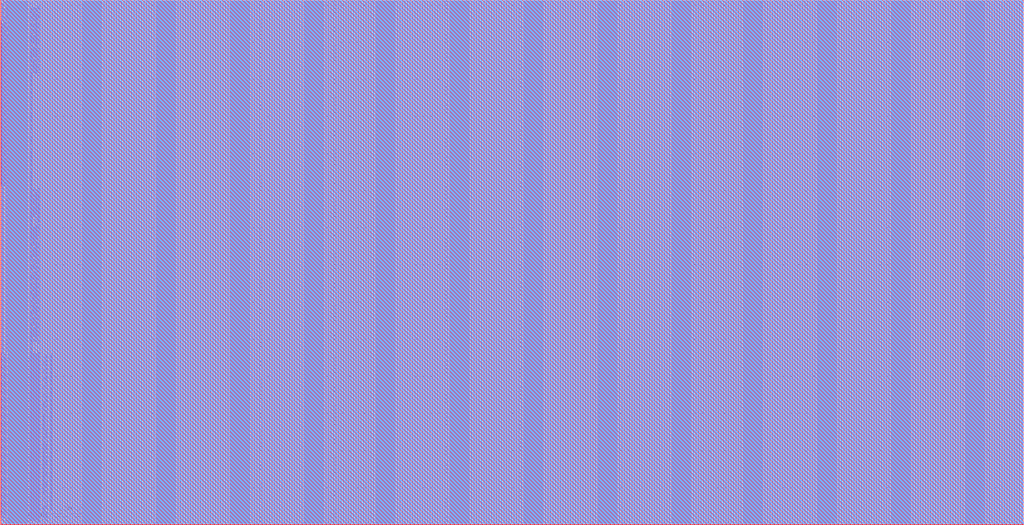
<source format=lef>
VERSION 5.7 ;
BUSBITCHARS "[]" ;
MACRO fakeram65_8192x144
  FOREIGN fakeram65_8192x144 0 0 ;
  SYMMETRY X Y R90 ;
  SIZE 1378.700 BY 707.200 ;
  CLASS BLOCK ;
  PIN w_mask_in[0]
    DIRECTION INPUT ;
    USE SIGNAL ;
    SHAPE ABUTMENT ;
    PORT
      LAYER M3 ;
      RECT 0.000 1.365 0.070 1.435 ;
    END
  END w_mask_in[0]
  PIN w_mask_in[1]
    DIRECTION INPUT ;
    USE SIGNAL ;
    SHAPE ABUTMENT ;
    PORT
      LAYER M3 ;
      RECT 0.000 2.905 0.070 2.975 ;
    END
  END w_mask_in[1]
  PIN w_mask_in[2]
    DIRECTION INPUT ;
    USE SIGNAL ;
    SHAPE ABUTMENT ;
    PORT
      LAYER M3 ;
      RECT 0.000 4.445 0.070 4.515 ;
    END
  END w_mask_in[2]
  PIN w_mask_in[3]
    DIRECTION INPUT ;
    USE SIGNAL ;
    SHAPE ABUTMENT ;
    PORT
      LAYER M3 ;
      RECT 0.000 5.985 0.070 6.055 ;
    END
  END w_mask_in[3]
  PIN w_mask_in[4]
    DIRECTION INPUT ;
    USE SIGNAL ;
    SHAPE ABUTMENT ;
    PORT
      LAYER M3 ;
      RECT 0.000 7.525 0.070 7.595 ;
    END
  END w_mask_in[4]
  PIN w_mask_in[5]
    DIRECTION INPUT ;
    USE SIGNAL ;
    SHAPE ABUTMENT ;
    PORT
      LAYER M3 ;
      RECT 0.000 9.065 0.070 9.135 ;
    END
  END w_mask_in[5]
  PIN w_mask_in[6]
    DIRECTION INPUT ;
    USE SIGNAL ;
    SHAPE ABUTMENT ;
    PORT
      LAYER M3 ;
      RECT 0.000 10.605 0.070 10.675 ;
    END
  END w_mask_in[6]
  PIN w_mask_in[7]
    DIRECTION INPUT ;
    USE SIGNAL ;
    SHAPE ABUTMENT ;
    PORT
      LAYER M3 ;
      RECT 0.000 12.145 0.070 12.215 ;
    END
  END w_mask_in[7]
  PIN w_mask_in[8]
    DIRECTION INPUT ;
    USE SIGNAL ;
    SHAPE ABUTMENT ;
    PORT
      LAYER M3 ;
      RECT 0.000 13.685 0.070 13.755 ;
    END
  END w_mask_in[8]
  PIN w_mask_in[9]
    DIRECTION INPUT ;
    USE SIGNAL ;
    SHAPE ABUTMENT ;
    PORT
      LAYER M3 ;
      RECT 0.000 15.225 0.070 15.295 ;
    END
  END w_mask_in[9]
  PIN w_mask_in[10]
    DIRECTION INPUT ;
    USE SIGNAL ;
    SHAPE ABUTMENT ;
    PORT
      LAYER M3 ;
      RECT 0.000 16.765 0.070 16.835 ;
    END
  END w_mask_in[10]
  PIN w_mask_in[11]
    DIRECTION INPUT ;
    USE SIGNAL ;
    SHAPE ABUTMENT ;
    PORT
      LAYER M3 ;
      RECT 0.000 18.305 0.070 18.375 ;
    END
  END w_mask_in[11]
  PIN w_mask_in[12]
    DIRECTION INPUT ;
    USE SIGNAL ;
    SHAPE ABUTMENT ;
    PORT
      LAYER M3 ;
      RECT 0.000 19.845 0.070 19.915 ;
    END
  END w_mask_in[12]
  PIN w_mask_in[13]
    DIRECTION INPUT ;
    USE SIGNAL ;
    SHAPE ABUTMENT ;
    PORT
      LAYER M3 ;
      RECT 0.000 21.385 0.070 21.455 ;
    END
  END w_mask_in[13]
  PIN w_mask_in[14]
    DIRECTION INPUT ;
    USE SIGNAL ;
    SHAPE ABUTMENT ;
    PORT
      LAYER M3 ;
      RECT 0.000 22.925 0.070 22.995 ;
    END
  END w_mask_in[14]
  PIN w_mask_in[15]
    DIRECTION INPUT ;
    USE SIGNAL ;
    SHAPE ABUTMENT ;
    PORT
      LAYER M3 ;
      RECT 0.000 24.465 0.070 24.535 ;
    END
  END w_mask_in[15]
  PIN w_mask_in[16]
    DIRECTION INPUT ;
    USE SIGNAL ;
    SHAPE ABUTMENT ;
    PORT
      LAYER M3 ;
      RECT 0.000 26.005 0.070 26.075 ;
    END
  END w_mask_in[16]
  PIN w_mask_in[17]
    DIRECTION INPUT ;
    USE SIGNAL ;
    SHAPE ABUTMENT ;
    PORT
      LAYER M3 ;
      RECT 0.000 27.545 0.070 27.615 ;
    END
  END w_mask_in[17]
  PIN w_mask_in[18]
    DIRECTION INPUT ;
    USE SIGNAL ;
    SHAPE ABUTMENT ;
    PORT
      LAYER M3 ;
      RECT 0.000 29.085 0.070 29.155 ;
    END
  END w_mask_in[18]
  PIN w_mask_in[19]
    DIRECTION INPUT ;
    USE SIGNAL ;
    SHAPE ABUTMENT ;
    PORT
      LAYER M3 ;
      RECT 0.000 30.625 0.070 30.695 ;
    END
  END w_mask_in[19]
  PIN w_mask_in[20]
    DIRECTION INPUT ;
    USE SIGNAL ;
    SHAPE ABUTMENT ;
    PORT
      LAYER M3 ;
      RECT 0.000 32.165 0.070 32.235 ;
    END
  END w_mask_in[20]
  PIN w_mask_in[21]
    DIRECTION INPUT ;
    USE SIGNAL ;
    SHAPE ABUTMENT ;
    PORT
      LAYER M3 ;
      RECT 0.000 33.705 0.070 33.775 ;
    END
  END w_mask_in[21]
  PIN w_mask_in[22]
    DIRECTION INPUT ;
    USE SIGNAL ;
    SHAPE ABUTMENT ;
    PORT
      LAYER M3 ;
      RECT 0.000 35.245 0.070 35.315 ;
    END
  END w_mask_in[22]
  PIN w_mask_in[23]
    DIRECTION INPUT ;
    USE SIGNAL ;
    SHAPE ABUTMENT ;
    PORT
      LAYER M3 ;
      RECT 0.000 36.785 0.070 36.855 ;
    END
  END w_mask_in[23]
  PIN w_mask_in[24]
    DIRECTION INPUT ;
    USE SIGNAL ;
    SHAPE ABUTMENT ;
    PORT
      LAYER M3 ;
      RECT 0.000 38.325 0.070 38.395 ;
    END
  END w_mask_in[24]
  PIN w_mask_in[25]
    DIRECTION INPUT ;
    USE SIGNAL ;
    SHAPE ABUTMENT ;
    PORT
      LAYER M3 ;
      RECT 0.000 39.865 0.070 39.935 ;
    END
  END w_mask_in[25]
  PIN w_mask_in[26]
    DIRECTION INPUT ;
    USE SIGNAL ;
    SHAPE ABUTMENT ;
    PORT
      LAYER M3 ;
      RECT 0.000 41.405 0.070 41.475 ;
    END
  END w_mask_in[26]
  PIN w_mask_in[27]
    DIRECTION INPUT ;
    USE SIGNAL ;
    SHAPE ABUTMENT ;
    PORT
      LAYER M3 ;
      RECT 0.000 42.945 0.070 43.015 ;
    END
  END w_mask_in[27]
  PIN w_mask_in[28]
    DIRECTION INPUT ;
    USE SIGNAL ;
    SHAPE ABUTMENT ;
    PORT
      LAYER M3 ;
      RECT 0.000 44.485 0.070 44.555 ;
    END
  END w_mask_in[28]
  PIN w_mask_in[29]
    DIRECTION INPUT ;
    USE SIGNAL ;
    SHAPE ABUTMENT ;
    PORT
      LAYER M3 ;
      RECT 0.000 46.025 0.070 46.095 ;
    END
  END w_mask_in[29]
  PIN w_mask_in[30]
    DIRECTION INPUT ;
    USE SIGNAL ;
    SHAPE ABUTMENT ;
    PORT
      LAYER M3 ;
      RECT 0.000 47.565 0.070 47.635 ;
    END
  END w_mask_in[30]
  PIN w_mask_in[31]
    DIRECTION INPUT ;
    USE SIGNAL ;
    SHAPE ABUTMENT ;
    PORT
      LAYER M3 ;
      RECT 0.000 49.105 0.070 49.175 ;
    END
  END w_mask_in[31]
  PIN w_mask_in[32]
    DIRECTION INPUT ;
    USE SIGNAL ;
    SHAPE ABUTMENT ;
    PORT
      LAYER M3 ;
      RECT 0.000 50.645 0.070 50.715 ;
    END
  END w_mask_in[32]
  PIN w_mask_in[33]
    DIRECTION INPUT ;
    USE SIGNAL ;
    SHAPE ABUTMENT ;
    PORT
      LAYER M3 ;
      RECT 0.000 52.185 0.070 52.255 ;
    END
  END w_mask_in[33]
  PIN w_mask_in[34]
    DIRECTION INPUT ;
    USE SIGNAL ;
    SHAPE ABUTMENT ;
    PORT
      LAYER M3 ;
      RECT 0.000 53.725 0.070 53.795 ;
    END
  END w_mask_in[34]
  PIN w_mask_in[35]
    DIRECTION INPUT ;
    USE SIGNAL ;
    SHAPE ABUTMENT ;
    PORT
      LAYER M3 ;
      RECT 0.000 55.265 0.070 55.335 ;
    END
  END w_mask_in[35]
  PIN w_mask_in[36]
    DIRECTION INPUT ;
    USE SIGNAL ;
    SHAPE ABUTMENT ;
    PORT
      LAYER M3 ;
      RECT 0.000 56.805 0.070 56.875 ;
    END
  END w_mask_in[36]
  PIN w_mask_in[37]
    DIRECTION INPUT ;
    USE SIGNAL ;
    SHAPE ABUTMENT ;
    PORT
      LAYER M3 ;
      RECT 0.000 58.345 0.070 58.415 ;
    END
  END w_mask_in[37]
  PIN w_mask_in[38]
    DIRECTION INPUT ;
    USE SIGNAL ;
    SHAPE ABUTMENT ;
    PORT
      LAYER M3 ;
      RECT 0.000 59.885 0.070 59.955 ;
    END
  END w_mask_in[38]
  PIN w_mask_in[39]
    DIRECTION INPUT ;
    USE SIGNAL ;
    SHAPE ABUTMENT ;
    PORT
      LAYER M3 ;
      RECT 0.000 61.425 0.070 61.495 ;
    END
  END w_mask_in[39]
  PIN w_mask_in[40]
    DIRECTION INPUT ;
    USE SIGNAL ;
    SHAPE ABUTMENT ;
    PORT
      LAYER M3 ;
      RECT 0.000 62.965 0.070 63.035 ;
    END
  END w_mask_in[40]
  PIN w_mask_in[41]
    DIRECTION INPUT ;
    USE SIGNAL ;
    SHAPE ABUTMENT ;
    PORT
      LAYER M3 ;
      RECT 0.000 64.505 0.070 64.575 ;
    END
  END w_mask_in[41]
  PIN w_mask_in[42]
    DIRECTION INPUT ;
    USE SIGNAL ;
    SHAPE ABUTMENT ;
    PORT
      LAYER M3 ;
      RECT 0.000 66.045 0.070 66.115 ;
    END
  END w_mask_in[42]
  PIN w_mask_in[43]
    DIRECTION INPUT ;
    USE SIGNAL ;
    SHAPE ABUTMENT ;
    PORT
      LAYER M3 ;
      RECT 0.000 67.585 0.070 67.655 ;
    END
  END w_mask_in[43]
  PIN w_mask_in[44]
    DIRECTION INPUT ;
    USE SIGNAL ;
    SHAPE ABUTMENT ;
    PORT
      LAYER M3 ;
      RECT 0.000 69.125 0.070 69.195 ;
    END
  END w_mask_in[44]
  PIN w_mask_in[45]
    DIRECTION INPUT ;
    USE SIGNAL ;
    SHAPE ABUTMENT ;
    PORT
      LAYER M3 ;
      RECT 0.000 70.665 0.070 70.735 ;
    END
  END w_mask_in[45]
  PIN w_mask_in[46]
    DIRECTION INPUT ;
    USE SIGNAL ;
    SHAPE ABUTMENT ;
    PORT
      LAYER M3 ;
      RECT 0.000 72.205 0.070 72.275 ;
    END
  END w_mask_in[46]
  PIN w_mask_in[47]
    DIRECTION INPUT ;
    USE SIGNAL ;
    SHAPE ABUTMENT ;
    PORT
      LAYER M3 ;
      RECT 0.000 73.745 0.070 73.815 ;
    END
  END w_mask_in[47]
  PIN w_mask_in[48]
    DIRECTION INPUT ;
    USE SIGNAL ;
    SHAPE ABUTMENT ;
    PORT
      LAYER M3 ;
      RECT 0.000 75.285 0.070 75.355 ;
    END
  END w_mask_in[48]
  PIN w_mask_in[49]
    DIRECTION INPUT ;
    USE SIGNAL ;
    SHAPE ABUTMENT ;
    PORT
      LAYER M3 ;
      RECT 0.000 76.825 0.070 76.895 ;
    END
  END w_mask_in[49]
  PIN w_mask_in[50]
    DIRECTION INPUT ;
    USE SIGNAL ;
    SHAPE ABUTMENT ;
    PORT
      LAYER M3 ;
      RECT 0.000 78.365 0.070 78.435 ;
    END
  END w_mask_in[50]
  PIN w_mask_in[51]
    DIRECTION INPUT ;
    USE SIGNAL ;
    SHAPE ABUTMENT ;
    PORT
      LAYER M3 ;
      RECT 0.000 79.905 0.070 79.975 ;
    END
  END w_mask_in[51]
  PIN w_mask_in[52]
    DIRECTION INPUT ;
    USE SIGNAL ;
    SHAPE ABUTMENT ;
    PORT
      LAYER M3 ;
      RECT 0.000 81.445 0.070 81.515 ;
    END
  END w_mask_in[52]
  PIN w_mask_in[53]
    DIRECTION INPUT ;
    USE SIGNAL ;
    SHAPE ABUTMENT ;
    PORT
      LAYER M3 ;
      RECT 0.000 82.985 0.070 83.055 ;
    END
  END w_mask_in[53]
  PIN w_mask_in[54]
    DIRECTION INPUT ;
    USE SIGNAL ;
    SHAPE ABUTMENT ;
    PORT
      LAYER M3 ;
      RECT 0.000 84.525 0.070 84.595 ;
    END
  END w_mask_in[54]
  PIN w_mask_in[55]
    DIRECTION INPUT ;
    USE SIGNAL ;
    SHAPE ABUTMENT ;
    PORT
      LAYER M3 ;
      RECT 0.000 86.065 0.070 86.135 ;
    END
  END w_mask_in[55]
  PIN w_mask_in[56]
    DIRECTION INPUT ;
    USE SIGNAL ;
    SHAPE ABUTMENT ;
    PORT
      LAYER M3 ;
      RECT 0.000 87.605 0.070 87.675 ;
    END
  END w_mask_in[56]
  PIN w_mask_in[57]
    DIRECTION INPUT ;
    USE SIGNAL ;
    SHAPE ABUTMENT ;
    PORT
      LAYER M3 ;
      RECT 0.000 89.145 0.070 89.215 ;
    END
  END w_mask_in[57]
  PIN w_mask_in[58]
    DIRECTION INPUT ;
    USE SIGNAL ;
    SHAPE ABUTMENT ;
    PORT
      LAYER M3 ;
      RECT 0.000 90.685 0.070 90.755 ;
    END
  END w_mask_in[58]
  PIN w_mask_in[59]
    DIRECTION INPUT ;
    USE SIGNAL ;
    SHAPE ABUTMENT ;
    PORT
      LAYER M3 ;
      RECT 0.000 92.225 0.070 92.295 ;
    END
  END w_mask_in[59]
  PIN w_mask_in[60]
    DIRECTION INPUT ;
    USE SIGNAL ;
    SHAPE ABUTMENT ;
    PORT
      LAYER M3 ;
      RECT 0.000 93.765 0.070 93.835 ;
    END
  END w_mask_in[60]
  PIN w_mask_in[61]
    DIRECTION INPUT ;
    USE SIGNAL ;
    SHAPE ABUTMENT ;
    PORT
      LAYER M3 ;
      RECT 0.000 95.305 0.070 95.375 ;
    END
  END w_mask_in[61]
  PIN w_mask_in[62]
    DIRECTION INPUT ;
    USE SIGNAL ;
    SHAPE ABUTMENT ;
    PORT
      LAYER M3 ;
      RECT 0.000 96.845 0.070 96.915 ;
    END
  END w_mask_in[62]
  PIN w_mask_in[63]
    DIRECTION INPUT ;
    USE SIGNAL ;
    SHAPE ABUTMENT ;
    PORT
      LAYER M3 ;
      RECT 0.000 98.385 0.070 98.455 ;
    END
  END w_mask_in[63]
  PIN w_mask_in[64]
    DIRECTION INPUT ;
    USE SIGNAL ;
    SHAPE ABUTMENT ;
    PORT
      LAYER M3 ;
      RECT 0.000 99.925 0.070 99.995 ;
    END
  END w_mask_in[64]
  PIN w_mask_in[65]
    DIRECTION INPUT ;
    USE SIGNAL ;
    SHAPE ABUTMENT ;
    PORT
      LAYER M3 ;
      RECT 0.000 101.465 0.070 101.535 ;
    END
  END w_mask_in[65]
  PIN w_mask_in[66]
    DIRECTION INPUT ;
    USE SIGNAL ;
    SHAPE ABUTMENT ;
    PORT
      LAYER M3 ;
      RECT 0.000 103.005 0.070 103.075 ;
    END
  END w_mask_in[66]
  PIN w_mask_in[67]
    DIRECTION INPUT ;
    USE SIGNAL ;
    SHAPE ABUTMENT ;
    PORT
      LAYER M3 ;
      RECT 0.000 104.545 0.070 104.615 ;
    END
  END w_mask_in[67]
  PIN w_mask_in[68]
    DIRECTION INPUT ;
    USE SIGNAL ;
    SHAPE ABUTMENT ;
    PORT
      LAYER M3 ;
      RECT 0.000 106.085 0.070 106.155 ;
    END
  END w_mask_in[68]
  PIN w_mask_in[69]
    DIRECTION INPUT ;
    USE SIGNAL ;
    SHAPE ABUTMENT ;
    PORT
      LAYER M3 ;
      RECT 0.000 107.625 0.070 107.695 ;
    END
  END w_mask_in[69]
  PIN w_mask_in[70]
    DIRECTION INPUT ;
    USE SIGNAL ;
    SHAPE ABUTMENT ;
    PORT
      LAYER M3 ;
      RECT 0.000 109.165 0.070 109.235 ;
    END
  END w_mask_in[70]
  PIN w_mask_in[71]
    DIRECTION INPUT ;
    USE SIGNAL ;
    SHAPE ABUTMENT ;
    PORT
      LAYER M3 ;
      RECT 0.000 110.705 0.070 110.775 ;
    END
  END w_mask_in[71]
  PIN w_mask_in[72]
    DIRECTION INPUT ;
    USE SIGNAL ;
    SHAPE ABUTMENT ;
    PORT
      LAYER M3 ;
      RECT 0.000 112.245 0.070 112.315 ;
    END
  END w_mask_in[72]
  PIN w_mask_in[73]
    DIRECTION INPUT ;
    USE SIGNAL ;
    SHAPE ABUTMENT ;
    PORT
      LAYER M3 ;
      RECT 0.000 113.785 0.070 113.855 ;
    END
  END w_mask_in[73]
  PIN w_mask_in[74]
    DIRECTION INPUT ;
    USE SIGNAL ;
    SHAPE ABUTMENT ;
    PORT
      LAYER M3 ;
      RECT 0.000 115.325 0.070 115.395 ;
    END
  END w_mask_in[74]
  PIN w_mask_in[75]
    DIRECTION INPUT ;
    USE SIGNAL ;
    SHAPE ABUTMENT ;
    PORT
      LAYER M3 ;
      RECT 0.000 116.865 0.070 116.935 ;
    END
  END w_mask_in[75]
  PIN w_mask_in[76]
    DIRECTION INPUT ;
    USE SIGNAL ;
    SHAPE ABUTMENT ;
    PORT
      LAYER M3 ;
      RECT 0.000 118.405 0.070 118.475 ;
    END
  END w_mask_in[76]
  PIN w_mask_in[77]
    DIRECTION INPUT ;
    USE SIGNAL ;
    SHAPE ABUTMENT ;
    PORT
      LAYER M3 ;
      RECT 0.000 119.945 0.070 120.015 ;
    END
  END w_mask_in[77]
  PIN w_mask_in[78]
    DIRECTION INPUT ;
    USE SIGNAL ;
    SHAPE ABUTMENT ;
    PORT
      LAYER M3 ;
      RECT 0.000 121.485 0.070 121.555 ;
    END
  END w_mask_in[78]
  PIN w_mask_in[79]
    DIRECTION INPUT ;
    USE SIGNAL ;
    SHAPE ABUTMENT ;
    PORT
      LAYER M3 ;
      RECT 0.000 123.025 0.070 123.095 ;
    END
  END w_mask_in[79]
  PIN w_mask_in[80]
    DIRECTION INPUT ;
    USE SIGNAL ;
    SHAPE ABUTMENT ;
    PORT
      LAYER M3 ;
      RECT 0.000 124.565 0.070 124.635 ;
    END
  END w_mask_in[80]
  PIN w_mask_in[81]
    DIRECTION INPUT ;
    USE SIGNAL ;
    SHAPE ABUTMENT ;
    PORT
      LAYER M3 ;
      RECT 0.000 126.105 0.070 126.175 ;
    END
  END w_mask_in[81]
  PIN w_mask_in[82]
    DIRECTION INPUT ;
    USE SIGNAL ;
    SHAPE ABUTMENT ;
    PORT
      LAYER M3 ;
      RECT 0.000 127.645 0.070 127.715 ;
    END
  END w_mask_in[82]
  PIN w_mask_in[83]
    DIRECTION INPUT ;
    USE SIGNAL ;
    SHAPE ABUTMENT ;
    PORT
      LAYER M3 ;
      RECT 0.000 129.185 0.070 129.255 ;
    END
  END w_mask_in[83]
  PIN w_mask_in[84]
    DIRECTION INPUT ;
    USE SIGNAL ;
    SHAPE ABUTMENT ;
    PORT
      LAYER M3 ;
      RECT 0.000 130.725 0.070 130.795 ;
    END
  END w_mask_in[84]
  PIN w_mask_in[85]
    DIRECTION INPUT ;
    USE SIGNAL ;
    SHAPE ABUTMENT ;
    PORT
      LAYER M3 ;
      RECT 0.000 132.265 0.070 132.335 ;
    END
  END w_mask_in[85]
  PIN w_mask_in[86]
    DIRECTION INPUT ;
    USE SIGNAL ;
    SHAPE ABUTMENT ;
    PORT
      LAYER M3 ;
      RECT 0.000 133.805 0.070 133.875 ;
    END
  END w_mask_in[86]
  PIN w_mask_in[87]
    DIRECTION INPUT ;
    USE SIGNAL ;
    SHAPE ABUTMENT ;
    PORT
      LAYER M3 ;
      RECT 0.000 135.345 0.070 135.415 ;
    END
  END w_mask_in[87]
  PIN w_mask_in[88]
    DIRECTION INPUT ;
    USE SIGNAL ;
    SHAPE ABUTMENT ;
    PORT
      LAYER M3 ;
      RECT 0.000 136.885 0.070 136.955 ;
    END
  END w_mask_in[88]
  PIN w_mask_in[89]
    DIRECTION INPUT ;
    USE SIGNAL ;
    SHAPE ABUTMENT ;
    PORT
      LAYER M3 ;
      RECT 0.000 138.425 0.070 138.495 ;
    END
  END w_mask_in[89]
  PIN w_mask_in[90]
    DIRECTION INPUT ;
    USE SIGNAL ;
    SHAPE ABUTMENT ;
    PORT
      LAYER M3 ;
      RECT 0.000 139.965 0.070 140.035 ;
    END
  END w_mask_in[90]
  PIN w_mask_in[91]
    DIRECTION INPUT ;
    USE SIGNAL ;
    SHAPE ABUTMENT ;
    PORT
      LAYER M3 ;
      RECT 0.000 141.505 0.070 141.575 ;
    END
  END w_mask_in[91]
  PIN w_mask_in[92]
    DIRECTION INPUT ;
    USE SIGNAL ;
    SHAPE ABUTMENT ;
    PORT
      LAYER M3 ;
      RECT 0.000 143.045 0.070 143.115 ;
    END
  END w_mask_in[92]
  PIN w_mask_in[93]
    DIRECTION INPUT ;
    USE SIGNAL ;
    SHAPE ABUTMENT ;
    PORT
      LAYER M3 ;
      RECT 0.000 144.585 0.070 144.655 ;
    END
  END w_mask_in[93]
  PIN w_mask_in[94]
    DIRECTION INPUT ;
    USE SIGNAL ;
    SHAPE ABUTMENT ;
    PORT
      LAYER M3 ;
      RECT 0.000 146.125 0.070 146.195 ;
    END
  END w_mask_in[94]
  PIN w_mask_in[95]
    DIRECTION INPUT ;
    USE SIGNAL ;
    SHAPE ABUTMENT ;
    PORT
      LAYER M3 ;
      RECT 0.000 147.665 0.070 147.735 ;
    END
  END w_mask_in[95]
  PIN w_mask_in[96]
    DIRECTION INPUT ;
    USE SIGNAL ;
    SHAPE ABUTMENT ;
    PORT
      LAYER M3 ;
      RECT 0.000 149.205 0.070 149.275 ;
    END
  END w_mask_in[96]
  PIN w_mask_in[97]
    DIRECTION INPUT ;
    USE SIGNAL ;
    SHAPE ABUTMENT ;
    PORT
      LAYER M3 ;
      RECT 0.000 150.745 0.070 150.815 ;
    END
  END w_mask_in[97]
  PIN w_mask_in[98]
    DIRECTION INPUT ;
    USE SIGNAL ;
    SHAPE ABUTMENT ;
    PORT
      LAYER M3 ;
      RECT 0.000 152.285 0.070 152.355 ;
    END
  END w_mask_in[98]
  PIN w_mask_in[99]
    DIRECTION INPUT ;
    USE SIGNAL ;
    SHAPE ABUTMENT ;
    PORT
      LAYER M3 ;
      RECT 0.000 153.825 0.070 153.895 ;
    END
  END w_mask_in[99]
  PIN w_mask_in[100]
    DIRECTION INPUT ;
    USE SIGNAL ;
    SHAPE ABUTMENT ;
    PORT
      LAYER M3 ;
      RECT 0.000 155.365 0.070 155.435 ;
    END
  END w_mask_in[100]
  PIN w_mask_in[101]
    DIRECTION INPUT ;
    USE SIGNAL ;
    SHAPE ABUTMENT ;
    PORT
      LAYER M3 ;
      RECT 0.000 156.905 0.070 156.975 ;
    END
  END w_mask_in[101]
  PIN w_mask_in[102]
    DIRECTION INPUT ;
    USE SIGNAL ;
    SHAPE ABUTMENT ;
    PORT
      LAYER M3 ;
      RECT 0.000 158.445 0.070 158.515 ;
    END
  END w_mask_in[102]
  PIN w_mask_in[103]
    DIRECTION INPUT ;
    USE SIGNAL ;
    SHAPE ABUTMENT ;
    PORT
      LAYER M3 ;
      RECT 0.000 159.985 0.070 160.055 ;
    END
  END w_mask_in[103]
  PIN w_mask_in[104]
    DIRECTION INPUT ;
    USE SIGNAL ;
    SHAPE ABUTMENT ;
    PORT
      LAYER M3 ;
      RECT 0.000 161.525 0.070 161.595 ;
    END
  END w_mask_in[104]
  PIN w_mask_in[105]
    DIRECTION INPUT ;
    USE SIGNAL ;
    SHAPE ABUTMENT ;
    PORT
      LAYER M3 ;
      RECT 0.000 163.065 0.070 163.135 ;
    END
  END w_mask_in[105]
  PIN w_mask_in[106]
    DIRECTION INPUT ;
    USE SIGNAL ;
    SHAPE ABUTMENT ;
    PORT
      LAYER M3 ;
      RECT 0.000 164.605 0.070 164.675 ;
    END
  END w_mask_in[106]
  PIN w_mask_in[107]
    DIRECTION INPUT ;
    USE SIGNAL ;
    SHAPE ABUTMENT ;
    PORT
      LAYER M3 ;
      RECT 0.000 166.145 0.070 166.215 ;
    END
  END w_mask_in[107]
  PIN w_mask_in[108]
    DIRECTION INPUT ;
    USE SIGNAL ;
    SHAPE ABUTMENT ;
    PORT
      LAYER M3 ;
      RECT 0.000 167.685 0.070 167.755 ;
    END
  END w_mask_in[108]
  PIN w_mask_in[109]
    DIRECTION INPUT ;
    USE SIGNAL ;
    SHAPE ABUTMENT ;
    PORT
      LAYER M3 ;
      RECT 0.000 169.225 0.070 169.295 ;
    END
  END w_mask_in[109]
  PIN w_mask_in[110]
    DIRECTION INPUT ;
    USE SIGNAL ;
    SHAPE ABUTMENT ;
    PORT
      LAYER M3 ;
      RECT 0.000 170.765 0.070 170.835 ;
    END
  END w_mask_in[110]
  PIN w_mask_in[111]
    DIRECTION INPUT ;
    USE SIGNAL ;
    SHAPE ABUTMENT ;
    PORT
      LAYER M3 ;
      RECT 0.000 172.305 0.070 172.375 ;
    END
  END w_mask_in[111]
  PIN w_mask_in[112]
    DIRECTION INPUT ;
    USE SIGNAL ;
    SHAPE ABUTMENT ;
    PORT
      LAYER M3 ;
      RECT 0.000 173.845 0.070 173.915 ;
    END
  END w_mask_in[112]
  PIN w_mask_in[113]
    DIRECTION INPUT ;
    USE SIGNAL ;
    SHAPE ABUTMENT ;
    PORT
      LAYER M3 ;
      RECT 0.000 175.385 0.070 175.455 ;
    END
  END w_mask_in[113]
  PIN w_mask_in[114]
    DIRECTION INPUT ;
    USE SIGNAL ;
    SHAPE ABUTMENT ;
    PORT
      LAYER M3 ;
      RECT 0.000 176.925 0.070 176.995 ;
    END
  END w_mask_in[114]
  PIN w_mask_in[115]
    DIRECTION INPUT ;
    USE SIGNAL ;
    SHAPE ABUTMENT ;
    PORT
      LAYER M3 ;
      RECT 0.000 178.465 0.070 178.535 ;
    END
  END w_mask_in[115]
  PIN w_mask_in[116]
    DIRECTION INPUT ;
    USE SIGNAL ;
    SHAPE ABUTMENT ;
    PORT
      LAYER M3 ;
      RECT 0.000 180.005 0.070 180.075 ;
    END
  END w_mask_in[116]
  PIN w_mask_in[117]
    DIRECTION INPUT ;
    USE SIGNAL ;
    SHAPE ABUTMENT ;
    PORT
      LAYER M3 ;
      RECT 0.000 181.545 0.070 181.615 ;
    END
  END w_mask_in[117]
  PIN w_mask_in[118]
    DIRECTION INPUT ;
    USE SIGNAL ;
    SHAPE ABUTMENT ;
    PORT
      LAYER M3 ;
      RECT 0.000 183.085 0.070 183.155 ;
    END
  END w_mask_in[118]
  PIN w_mask_in[119]
    DIRECTION INPUT ;
    USE SIGNAL ;
    SHAPE ABUTMENT ;
    PORT
      LAYER M3 ;
      RECT 0.000 184.625 0.070 184.695 ;
    END
  END w_mask_in[119]
  PIN w_mask_in[120]
    DIRECTION INPUT ;
    USE SIGNAL ;
    SHAPE ABUTMENT ;
    PORT
      LAYER M3 ;
      RECT 0.000 186.165 0.070 186.235 ;
    END
  END w_mask_in[120]
  PIN w_mask_in[121]
    DIRECTION INPUT ;
    USE SIGNAL ;
    SHAPE ABUTMENT ;
    PORT
      LAYER M3 ;
      RECT 0.000 187.705 0.070 187.775 ;
    END
  END w_mask_in[121]
  PIN w_mask_in[122]
    DIRECTION INPUT ;
    USE SIGNAL ;
    SHAPE ABUTMENT ;
    PORT
      LAYER M3 ;
      RECT 0.000 189.245 0.070 189.315 ;
    END
  END w_mask_in[122]
  PIN w_mask_in[123]
    DIRECTION INPUT ;
    USE SIGNAL ;
    SHAPE ABUTMENT ;
    PORT
      LAYER M3 ;
      RECT 0.000 190.785 0.070 190.855 ;
    END
  END w_mask_in[123]
  PIN w_mask_in[124]
    DIRECTION INPUT ;
    USE SIGNAL ;
    SHAPE ABUTMENT ;
    PORT
      LAYER M3 ;
      RECT 0.000 192.325 0.070 192.395 ;
    END
  END w_mask_in[124]
  PIN w_mask_in[125]
    DIRECTION INPUT ;
    USE SIGNAL ;
    SHAPE ABUTMENT ;
    PORT
      LAYER M3 ;
      RECT 0.000 193.865 0.070 193.935 ;
    END
  END w_mask_in[125]
  PIN w_mask_in[126]
    DIRECTION INPUT ;
    USE SIGNAL ;
    SHAPE ABUTMENT ;
    PORT
      LAYER M3 ;
      RECT 0.000 195.405 0.070 195.475 ;
    END
  END w_mask_in[126]
  PIN w_mask_in[127]
    DIRECTION INPUT ;
    USE SIGNAL ;
    SHAPE ABUTMENT ;
    PORT
      LAYER M3 ;
      RECT 0.000 196.945 0.070 197.015 ;
    END
  END w_mask_in[127]
  PIN w_mask_in[128]
    DIRECTION INPUT ;
    USE SIGNAL ;
    SHAPE ABUTMENT ;
    PORT
      LAYER M3 ;
      RECT 0.000 198.485 0.070 198.555 ;
    END
  END w_mask_in[128]
  PIN w_mask_in[129]
    DIRECTION INPUT ;
    USE SIGNAL ;
    SHAPE ABUTMENT ;
    PORT
      LAYER M3 ;
      RECT 0.000 200.025 0.070 200.095 ;
    END
  END w_mask_in[129]
  PIN w_mask_in[130]
    DIRECTION INPUT ;
    USE SIGNAL ;
    SHAPE ABUTMENT ;
    PORT
      LAYER M3 ;
      RECT 0.000 201.565 0.070 201.635 ;
    END
  END w_mask_in[130]
  PIN w_mask_in[131]
    DIRECTION INPUT ;
    USE SIGNAL ;
    SHAPE ABUTMENT ;
    PORT
      LAYER M3 ;
      RECT 0.000 203.105 0.070 203.175 ;
    END
  END w_mask_in[131]
  PIN w_mask_in[132]
    DIRECTION INPUT ;
    USE SIGNAL ;
    SHAPE ABUTMENT ;
    PORT
      LAYER M3 ;
      RECT 0.000 204.645 0.070 204.715 ;
    END
  END w_mask_in[132]
  PIN w_mask_in[133]
    DIRECTION INPUT ;
    USE SIGNAL ;
    SHAPE ABUTMENT ;
    PORT
      LAYER M3 ;
      RECT 0.000 206.185 0.070 206.255 ;
    END
  END w_mask_in[133]
  PIN w_mask_in[134]
    DIRECTION INPUT ;
    USE SIGNAL ;
    SHAPE ABUTMENT ;
    PORT
      LAYER M3 ;
      RECT 0.000 207.725 0.070 207.795 ;
    END
  END w_mask_in[134]
  PIN w_mask_in[135]
    DIRECTION INPUT ;
    USE SIGNAL ;
    SHAPE ABUTMENT ;
    PORT
      LAYER M3 ;
      RECT 0.000 209.265 0.070 209.335 ;
    END
  END w_mask_in[135]
  PIN w_mask_in[136]
    DIRECTION INPUT ;
    USE SIGNAL ;
    SHAPE ABUTMENT ;
    PORT
      LAYER M3 ;
      RECT 0.000 210.805 0.070 210.875 ;
    END
  END w_mask_in[136]
  PIN w_mask_in[137]
    DIRECTION INPUT ;
    USE SIGNAL ;
    SHAPE ABUTMENT ;
    PORT
      LAYER M3 ;
      RECT 0.000 212.345 0.070 212.415 ;
    END
  END w_mask_in[137]
  PIN w_mask_in[138]
    DIRECTION INPUT ;
    USE SIGNAL ;
    SHAPE ABUTMENT ;
    PORT
      LAYER M3 ;
      RECT 0.000 213.885 0.070 213.955 ;
    END
  END w_mask_in[138]
  PIN w_mask_in[139]
    DIRECTION INPUT ;
    USE SIGNAL ;
    SHAPE ABUTMENT ;
    PORT
      LAYER M3 ;
      RECT 0.000 215.425 0.070 215.495 ;
    END
  END w_mask_in[139]
  PIN w_mask_in[140]
    DIRECTION INPUT ;
    USE SIGNAL ;
    SHAPE ABUTMENT ;
    PORT
      LAYER M3 ;
      RECT 0.000 216.965 0.070 217.035 ;
    END
  END w_mask_in[140]
  PIN w_mask_in[141]
    DIRECTION INPUT ;
    USE SIGNAL ;
    SHAPE ABUTMENT ;
    PORT
      LAYER M3 ;
      RECT 0.000 218.505 0.070 218.575 ;
    END
  END w_mask_in[141]
  PIN w_mask_in[142]
    DIRECTION INPUT ;
    USE SIGNAL ;
    SHAPE ABUTMENT ;
    PORT
      LAYER M3 ;
      RECT 0.000 220.045 0.070 220.115 ;
    END
  END w_mask_in[142]
  PIN w_mask_in[143]
    DIRECTION INPUT ;
    USE SIGNAL ;
    SHAPE ABUTMENT ;
    PORT
      LAYER M3 ;
      RECT 0.000 221.585 0.070 221.655 ;
    END
  END w_mask_in[143]
  PIN rd_out[0]
    DIRECTION OUTPUT ;
    USE SIGNAL ;
    SHAPE ABUTMENT ;
    PORT
      LAYER M3 ;
      RECT 0.000 225.085 0.070 225.155 ;
    END
  END rd_out[0]
  PIN rd_out[1]
    DIRECTION OUTPUT ;
    USE SIGNAL ;
    SHAPE ABUTMENT ;
    PORT
      LAYER M3 ;
      RECT 0.000 226.625 0.070 226.695 ;
    END
  END rd_out[1]
  PIN rd_out[2]
    DIRECTION OUTPUT ;
    USE SIGNAL ;
    SHAPE ABUTMENT ;
    PORT
      LAYER M3 ;
      RECT 0.000 228.165 0.070 228.235 ;
    END
  END rd_out[2]
  PIN rd_out[3]
    DIRECTION OUTPUT ;
    USE SIGNAL ;
    SHAPE ABUTMENT ;
    PORT
      LAYER M3 ;
      RECT 0.000 229.705 0.070 229.775 ;
    END
  END rd_out[3]
  PIN rd_out[4]
    DIRECTION OUTPUT ;
    USE SIGNAL ;
    SHAPE ABUTMENT ;
    PORT
      LAYER M3 ;
      RECT 0.000 231.245 0.070 231.315 ;
    END
  END rd_out[4]
  PIN rd_out[5]
    DIRECTION OUTPUT ;
    USE SIGNAL ;
    SHAPE ABUTMENT ;
    PORT
      LAYER M3 ;
      RECT 0.000 232.785 0.070 232.855 ;
    END
  END rd_out[5]
  PIN rd_out[6]
    DIRECTION OUTPUT ;
    USE SIGNAL ;
    SHAPE ABUTMENT ;
    PORT
      LAYER M3 ;
      RECT 0.000 234.325 0.070 234.395 ;
    END
  END rd_out[6]
  PIN rd_out[7]
    DIRECTION OUTPUT ;
    USE SIGNAL ;
    SHAPE ABUTMENT ;
    PORT
      LAYER M3 ;
      RECT 0.000 235.865 0.070 235.935 ;
    END
  END rd_out[7]
  PIN rd_out[8]
    DIRECTION OUTPUT ;
    USE SIGNAL ;
    SHAPE ABUTMENT ;
    PORT
      LAYER M3 ;
      RECT 0.000 237.405 0.070 237.475 ;
    END
  END rd_out[8]
  PIN rd_out[9]
    DIRECTION OUTPUT ;
    USE SIGNAL ;
    SHAPE ABUTMENT ;
    PORT
      LAYER M3 ;
      RECT 0.000 238.945 0.070 239.015 ;
    END
  END rd_out[9]
  PIN rd_out[10]
    DIRECTION OUTPUT ;
    USE SIGNAL ;
    SHAPE ABUTMENT ;
    PORT
      LAYER M3 ;
      RECT 0.000 240.485 0.070 240.555 ;
    END
  END rd_out[10]
  PIN rd_out[11]
    DIRECTION OUTPUT ;
    USE SIGNAL ;
    SHAPE ABUTMENT ;
    PORT
      LAYER M3 ;
      RECT 0.000 242.025 0.070 242.095 ;
    END
  END rd_out[11]
  PIN rd_out[12]
    DIRECTION OUTPUT ;
    USE SIGNAL ;
    SHAPE ABUTMENT ;
    PORT
      LAYER M3 ;
      RECT 0.000 243.565 0.070 243.635 ;
    END
  END rd_out[12]
  PIN rd_out[13]
    DIRECTION OUTPUT ;
    USE SIGNAL ;
    SHAPE ABUTMENT ;
    PORT
      LAYER M3 ;
      RECT 0.000 245.105 0.070 245.175 ;
    END
  END rd_out[13]
  PIN rd_out[14]
    DIRECTION OUTPUT ;
    USE SIGNAL ;
    SHAPE ABUTMENT ;
    PORT
      LAYER M3 ;
      RECT 0.000 246.645 0.070 246.715 ;
    END
  END rd_out[14]
  PIN rd_out[15]
    DIRECTION OUTPUT ;
    USE SIGNAL ;
    SHAPE ABUTMENT ;
    PORT
      LAYER M3 ;
      RECT 0.000 248.185 0.070 248.255 ;
    END
  END rd_out[15]
  PIN rd_out[16]
    DIRECTION OUTPUT ;
    USE SIGNAL ;
    SHAPE ABUTMENT ;
    PORT
      LAYER M3 ;
      RECT 0.000 249.725 0.070 249.795 ;
    END
  END rd_out[16]
  PIN rd_out[17]
    DIRECTION OUTPUT ;
    USE SIGNAL ;
    SHAPE ABUTMENT ;
    PORT
      LAYER M3 ;
      RECT 0.000 251.265 0.070 251.335 ;
    END
  END rd_out[17]
  PIN rd_out[18]
    DIRECTION OUTPUT ;
    USE SIGNAL ;
    SHAPE ABUTMENT ;
    PORT
      LAYER M3 ;
      RECT 0.000 252.805 0.070 252.875 ;
    END
  END rd_out[18]
  PIN rd_out[19]
    DIRECTION OUTPUT ;
    USE SIGNAL ;
    SHAPE ABUTMENT ;
    PORT
      LAYER M3 ;
      RECT 0.000 254.345 0.070 254.415 ;
    END
  END rd_out[19]
  PIN rd_out[20]
    DIRECTION OUTPUT ;
    USE SIGNAL ;
    SHAPE ABUTMENT ;
    PORT
      LAYER M3 ;
      RECT 0.000 255.885 0.070 255.955 ;
    END
  END rd_out[20]
  PIN rd_out[21]
    DIRECTION OUTPUT ;
    USE SIGNAL ;
    SHAPE ABUTMENT ;
    PORT
      LAYER M3 ;
      RECT 0.000 257.425 0.070 257.495 ;
    END
  END rd_out[21]
  PIN rd_out[22]
    DIRECTION OUTPUT ;
    USE SIGNAL ;
    SHAPE ABUTMENT ;
    PORT
      LAYER M3 ;
      RECT 0.000 258.965 0.070 259.035 ;
    END
  END rd_out[22]
  PIN rd_out[23]
    DIRECTION OUTPUT ;
    USE SIGNAL ;
    SHAPE ABUTMENT ;
    PORT
      LAYER M3 ;
      RECT 0.000 260.505 0.070 260.575 ;
    END
  END rd_out[23]
  PIN rd_out[24]
    DIRECTION OUTPUT ;
    USE SIGNAL ;
    SHAPE ABUTMENT ;
    PORT
      LAYER M3 ;
      RECT 0.000 262.045 0.070 262.115 ;
    END
  END rd_out[24]
  PIN rd_out[25]
    DIRECTION OUTPUT ;
    USE SIGNAL ;
    SHAPE ABUTMENT ;
    PORT
      LAYER M3 ;
      RECT 0.000 263.585 0.070 263.655 ;
    END
  END rd_out[25]
  PIN rd_out[26]
    DIRECTION OUTPUT ;
    USE SIGNAL ;
    SHAPE ABUTMENT ;
    PORT
      LAYER M3 ;
      RECT 0.000 265.125 0.070 265.195 ;
    END
  END rd_out[26]
  PIN rd_out[27]
    DIRECTION OUTPUT ;
    USE SIGNAL ;
    SHAPE ABUTMENT ;
    PORT
      LAYER M3 ;
      RECT 0.000 266.665 0.070 266.735 ;
    END
  END rd_out[27]
  PIN rd_out[28]
    DIRECTION OUTPUT ;
    USE SIGNAL ;
    SHAPE ABUTMENT ;
    PORT
      LAYER M3 ;
      RECT 0.000 268.205 0.070 268.275 ;
    END
  END rd_out[28]
  PIN rd_out[29]
    DIRECTION OUTPUT ;
    USE SIGNAL ;
    SHAPE ABUTMENT ;
    PORT
      LAYER M3 ;
      RECT 0.000 269.745 0.070 269.815 ;
    END
  END rd_out[29]
  PIN rd_out[30]
    DIRECTION OUTPUT ;
    USE SIGNAL ;
    SHAPE ABUTMENT ;
    PORT
      LAYER M3 ;
      RECT 0.000 271.285 0.070 271.355 ;
    END
  END rd_out[30]
  PIN rd_out[31]
    DIRECTION OUTPUT ;
    USE SIGNAL ;
    SHAPE ABUTMENT ;
    PORT
      LAYER M3 ;
      RECT 0.000 272.825 0.070 272.895 ;
    END
  END rd_out[31]
  PIN rd_out[32]
    DIRECTION OUTPUT ;
    USE SIGNAL ;
    SHAPE ABUTMENT ;
    PORT
      LAYER M3 ;
      RECT 0.000 274.365 0.070 274.435 ;
    END
  END rd_out[32]
  PIN rd_out[33]
    DIRECTION OUTPUT ;
    USE SIGNAL ;
    SHAPE ABUTMENT ;
    PORT
      LAYER M3 ;
      RECT 0.000 275.905 0.070 275.975 ;
    END
  END rd_out[33]
  PIN rd_out[34]
    DIRECTION OUTPUT ;
    USE SIGNAL ;
    SHAPE ABUTMENT ;
    PORT
      LAYER M3 ;
      RECT 0.000 277.445 0.070 277.515 ;
    END
  END rd_out[34]
  PIN rd_out[35]
    DIRECTION OUTPUT ;
    USE SIGNAL ;
    SHAPE ABUTMENT ;
    PORT
      LAYER M3 ;
      RECT 0.000 278.985 0.070 279.055 ;
    END
  END rd_out[35]
  PIN rd_out[36]
    DIRECTION OUTPUT ;
    USE SIGNAL ;
    SHAPE ABUTMENT ;
    PORT
      LAYER M3 ;
      RECT 0.000 280.525 0.070 280.595 ;
    END
  END rd_out[36]
  PIN rd_out[37]
    DIRECTION OUTPUT ;
    USE SIGNAL ;
    SHAPE ABUTMENT ;
    PORT
      LAYER M3 ;
      RECT 0.000 282.065 0.070 282.135 ;
    END
  END rd_out[37]
  PIN rd_out[38]
    DIRECTION OUTPUT ;
    USE SIGNAL ;
    SHAPE ABUTMENT ;
    PORT
      LAYER M3 ;
      RECT 0.000 283.605 0.070 283.675 ;
    END
  END rd_out[38]
  PIN rd_out[39]
    DIRECTION OUTPUT ;
    USE SIGNAL ;
    SHAPE ABUTMENT ;
    PORT
      LAYER M3 ;
      RECT 0.000 285.145 0.070 285.215 ;
    END
  END rd_out[39]
  PIN rd_out[40]
    DIRECTION OUTPUT ;
    USE SIGNAL ;
    SHAPE ABUTMENT ;
    PORT
      LAYER M3 ;
      RECT 0.000 286.685 0.070 286.755 ;
    END
  END rd_out[40]
  PIN rd_out[41]
    DIRECTION OUTPUT ;
    USE SIGNAL ;
    SHAPE ABUTMENT ;
    PORT
      LAYER M3 ;
      RECT 0.000 288.225 0.070 288.295 ;
    END
  END rd_out[41]
  PIN rd_out[42]
    DIRECTION OUTPUT ;
    USE SIGNAL ;
    SHAPE ABUTMENT ;
    PORT
      LAYER M3 ;
      RECT 0.000 289.765 0.070 289.835 ;
    END
  END rd_out[42]
  PIN rd_out[43]
    DIRECTION OUTPUT ;
    USE SIGNAL ;
    SHAPE ABUTMENT ;
    PORT
      LAYER M3 ;
      RECT 0.000 291.305 0.070 291.375 ;
    END
  END rd_out[43]
  PIN rd_out[44]
    DIRECTION OUTPUT ;
    USE SIGNAL ;
    SHAPE ABUTMENT ;
    PORT
      LAYER M3 ;
      RECT 0.000 292.845 0.070 292.915 ;
    END
  END rd_out[44]
  PIN rd_out[45]
    DIRECTION OUTPUT ;
    USE SIGNAL ;
    SHAPE ABUTMENT ;
    PORT
      LAYER M3 ;
      RECT 0.000 294.385 0.070 294.455 ;
    END
  END rd_out[45]
  PIN rd_out[46]
    DIRECTION OUTPUT ;
    USE SIGNAL ;
    SHAPE ABUTMENT ;
    PORT
      LAYER M3 ;
      RECT 0.000 295.925 0.070 295.995 ;
    END
  END rd_out[46]
  PIN rd_out[47]
    DIRECTION OUTPUT ;
    USE SIGNAL ;
    SHAPE ABUTMENT ;
    PORT
      LAYER M3 ;
      RECT 0.000 297.465 0.070 297.535 ;
    END
  END rd_out[47]
  PIN rd_out[48]
    DIRECTION OUTPUT ;
    USE SIGNAL ;
    SHAPE ABUTMENT ;
    PORT
      LAYER M3 ;
      RECT 0.000 299.005 0.070 299.075 ;
    END
  END rd_out[48]
  PIN rd_out[49]
    DIRECTION OUTPUT ;
    USE SIGNAL ;
    SHAPE ABUTMENT ;
    PORT
      LAYER M3 ;
      RECT 0.000 300.545 0.070 300.615 ;
    END
  END rd_out[49]
  PIN rd_out[50]
    DIRECTION OUTPUT ;
    USE SIGNAL ;
    SHAPE ABUTMENT ;
    PORT
      LAYER M3 ;
      RECT 0.000 302.085 0.070 302.155 ;
    END
  END rd_out[50]
  PIN rd_out[51]
    DIRECTION OUTPUT ;
    USE SIGNAL ;
    SHAPE ABUTMENT ;
    PORT
      LAYER M3 ;
      RECT 0.000 303.625 0.070 303.695 ;
    END
  END rd_out[51]
  PIN rd_out[52]
    DIRECTION OUTPUT ;
    USE SIGNAL ;
    SHAPE ABUTMENT ;
    PORT
      LAYER M3 ;
      RECT 0.000 305.165 0.070 305.235 ;
    END
  END rd_out[52]
  PIN rd_out[53]
    DIRECTION OUTPUT ;
    USE SIGNAL ;
    SHAPE ABUTMENT ;
    PORT
      LAYER M3 ;
      RECT 0.000 306.705 0.070 306.775 ;
    END
  END rd_out[53]
  PIN rd_out[54]
    DIRECTION OUTPUT ;
    USE SIGNAL ;
    SHAPE ABUTMENT ;
    PORT
      LAYER M3 ;
      RECT 0.000 308.245 0.070 308.315 ;
    END
  END rd_out[54]
  PIN rd_out[55]
    DIRECTION OUTPUT ;
    USE SIGNAL ;
    SHAPE ABUTMENT ;
    PORT
      LAYER M3 ;
      RECT 0.000 309.785 0.070 309.855 ;
    END
  END rd_out[55]
  PIN rd_out[56]
    DIRECTION OUTPUT ;
    USE SIGNAL ;
    SHAPE ABUTMENT ;
    PORT
      LAYER M3 ;
      RECT 0.000 311.325 0.070 311.395 ;
    END
  END rd_out[56]
  PIN rd_out[57]
    DIRECTION OUTPUT ;
    USE SIGNAL ;
    SHAPE ABUTMENT ;
    PORT
      LAYER M3 ;
      RECT 0.000 312.865 0.070 312.935 ;
    END
  END rd_out[57]
  PIN rd_out[58]
    DIRECTION OUTPUT ;
    USE SIGNAL ;
    SHAPE ABUTMENT ;
    PORT
      LAYER M3 ;
      RECT 0.000 314.405 0.070 314.475 ;
    END
  END rd_out[58]
  PIN rd_out[59]
    DIRECTION OUTPUT ;
    USE SIGNAL ;
    SHAPE ABUTMENT ;
    PORT
      LAYER M3 ;
      RECT 0.000 315.945 0.070 316.015 ;
    END
  END rd_out[59]
  PIN rd_out[60]
    DIRECTION OUTPUT ;
    USE SIGNAL ;
    SHAPE ABUTMENT ;
    PORT
      LAYER M3 ;
      RECT 0.000 317.485 0.070 317.555 ;
    END
  END rd_out[60]
  PIN rd_out[61]
    DIRECTION OUTPUT ;
    USE SIGNAL ;
    SHAPE ABUTMENT ;
    PORT
      LAYER M3 ;
      RECT 0.000 319.025 0.070 319.095 ;
    END
  END rd_out[61]
  PIN rd_out[62]
    DIRECTION OUTPUT ;
    USE SIGNAL ;
    SHAPE ABUTMENT ;
    PORT
      LAYER M3 ;
      RECT 0.000 320.565 0.070 320.635 ;
    END
  END rd_out[62]
  PIN rd_out[63]
    DIRECTION OUTPUT ;
    USE SIGNAL ;
    SHAPE ABUTMENT ;
    PORT
      LAYER M3 ;
      RECT 0.000 322.105 0.070 322.175 ;
    END
  END rd_out[63]
  PIN rd_out[64]
    DIRECTION OUTPUT ;
    USE SIGNAL ;
    SHAPE ABUTMENT ;
    PORT
      LAYER M3 ;
      RECT 0.000 323.645 0.070 323.715 ;
    END
  END rd_out[64]
  PIN rd_out[65]
    DIRECTION OUTPUT ;
    USE SIGNAL ;
    SHAPE ABUTMENT ;
    PORT
      LAYER M3 ;
      RECT 0.000 325.185 0.070 325.255 ;
    END
  END rd_out[65]
  PIN rd_out[66]
    DIRECTION OUTPUT ;
    USE SIGNAL ;
    SHAPE ABUTMENT ;
    PORT
      LAYER M3 ;
      RECT 0.000 326.725 0.070 326.795 ;
    END
  END rd_out[66]
  PIN rd_out[67]
    DIRECTION OUTPUT ;
    USE SIGNAL ;
    SHAPE ABUTMENT ;
    PORT
      LAYER M3 ;
      RECT 0.000 328.265 0.070 328.335 ;
    END
  END rd_out[67]
  PIN rd_out[68]
    DIRECTION OUTPUT ;
    USE SIGNAL ;
    SHAPE ABUTMENT ;
    PORT
      LAYER M3 ;
      RECT 0.000 329.805 0.070 329.875 ;
    END
  END rd_out[68]
  PIN rd_out[69]
    DIRECTION OUTPUT ;
    USE SIGNAL ;
    SHAPE ABUTMENT ;
    PORT
      LAYER M3 ;
      RECT 0.000 331.345 0.070 331.415 ;
    END
  END rd_out[69]
  PIN rd_out[70]
    DIRECTION OUTPUT ;
    USE SIGNAL ;
    SHAPE ABUTMENT ;
    PORT
      LAYER M3 ;
      RECT 0.000 332.885 0.070 332.955 ;
    END
  END rd_out[70]
  PIN rd_out[71]
    DIRECTION OUTPUT ;
    USE SIGNAL ;
    SHAPE ABUTMENT ;
    PORT
      LAYER M3 ;
      RECT 0.000 334.425 0.070 334.495 ;
    END
  END rd_out[71]
  PIN rd_out[72]
    DIRECTION OUTPUT ;
    USE SIGNAL ;
    SHAPE ABUTMENT ;
    PORT
      LAYER M3 ;
      RECT 0.000 335.965 0.070 336.035 ;
    END
  END rd_out[72]
  PIN rd_out[73]
    DIRECTION OUTPUT ;
    USE SIGNAL ;
    SHAPE ABUTMENT ;
    PORT
      LAYER M3 ;
      RECT 0.000 337.505 0.070 337.575 ;
    END
  END rd_out[73]
  PIN rd_out[74]
    DIRECTION OUTPUT ;
    USE SIGNAL ;
    SHAPE ABUTMENT ;
    PORT
      LAYER M3 ;
      RECT 0.000 339.045 0.070 339.115 ;
    END
  END rd_out[74]
  PIN rd_out[75]
    DIRECTION OUTPUT ;
    USE SIGNAL ;
    SHAPE ABUTMENT ;
    PORT
      LAYER M3 ;
      RECT 0.000 340.585 0.070 340.655 ;
    END
  END rd_out[75]
  PIN rd_out[76]
    DIRECTION OUTPUT ;
    USE SIGNAL ;
    SHAPE ABUTMENT ;
    PORT
      LAYER M3 ;
      RECT 0.000 342.125 0.070 342.195 ;
    END
  END rd_out[76]
  PIN rd_out[77]
    DIRECTION OUTPUT ;
    USE SIGNAL ;
    SHAPE ABUTMENT ;
    PORT
      LAYER M3 ;
      RECT 0.000 343.665 0.070 343.735 ;
    END
  END rd_out[77]
  PIN rd_out[78]
    DIRECTION OUTPUT ;
    USE SIGNAL ;
    SHAPE ABUTMENT ;
    PORT
      LAYER M3 ;
      RECT 0.000 345.205 0.070 345.275 ;
    END
  END rd_out[78]
  PIN rd_out[79]
    DIRECTION OUTPUT ;
    USE SIGNAL ;
    SHAPE ABUTMENT ;
    PORT
      LAYER M3 ;
      RECT 0.000 346.745 0.070 346.815 ;
    END
  END rd_out[79]
  PIN rd_out[80]
    DIRECTION OUTPUT ;
    USE SIGNAL ;
    SHAPE ABUTMENT ;
    PORT
      LAYER M3 ;
      RECT 0.000 348.285 0.070 348.355 ;
    END
  END rd_out[80]
  PIN rd_out[81]
    DIRECTION OUTPUT ;
    USE SIGNAL ;
    SHAPE ABUTMENT ;
    PORT
      LAYER M3 ;
      RECT 0.000 349.825 0.070 349.895 ;
    END
  END rd_out[81]
  PIN rd_out[82]
    DIRECTION OUTPUT ;
    USE SIGNAL ;
    SHAPE ABUTMENT ;
    PORT
      LAYER M3 ;
      RECT 0.000 351.365 0.070 351.435 ;
    END
  END rd_out[82]
  PIN rd_out[83]
    DIRECTION OUTPUT ;
    USE SIGNAL ;
    SHAPE ABUTMENT ;
    PORT
      LAYER M3 ;
      RECT 0.000 352.905 0.070 352.975 ;
    END
  END rd_out[83]
  PIN rd_out[84]
    DIRECTION OUTPUT ;
    USE SIGNAL ;
    SHAPE ABUTMENT ;
    PORT
      LAYER M3 ;
      RECT 0.000 354.445 0.070 354.515 ;
    END
  END rd_out[84]
  PIN rd_out[85]
    DIRECTION OUTPUT ;
    USE SIGNAL ;
    SHAPE ABUTMENT ;
    PORT
      LAYER M3 ;
      RECT 0.000 355.985 0.070 356.055 ;
    END
  END rd_out[85]
  PIN rd_out[86]
    DIRECTION OUTPUT ;
    USE SIGNAL ;
    SHAPE ABUTMENT ;
    PORT
      LAYER M3 ;
      RECT 0.000 357.525 0.070 357.595 ;
    END
  END rd_out[86]
  PIN rd_out[87]
    DIRECTION OUTPUT ;
    USE SIGNAL ;
    SHAPE ABUTMENT ;
    PORT
      LAYER M3 ;
      RECT 0.000 359.065 0.070 359.135 ;
    END
  END rd_out[87]
  PIN rd_out[88]
    DIRECTION OUTPUT ;
    USE SIGNAL ;
    SHAPE ABUTMENT ;
    PORT
      LAYER M3 ;
      RECT 0.000 360.605 0.070 360.675 ;
    END
  END rd_out[88]
  PIN rd_out[89]
    DIRECTION OUTPUT ;
    USE SIGNAL ;
    SHAPE ABUTMENT ;
    PORT
      LAYER M3 ;
      RECT 0.000 362.145 0.070 362.215 ;
    END
  END rd_out[89]
  PIN rd_out[90]
    DIRECTION OUTPUT ;
    USE SIGNAL ;
    SHAPE ABUTMENT ;
    PORT
      LAYER M3 ;
      RECT 0.000 363.685 0.070 363.755 ;
    END
  END rd_out[90]
  PIN rd_out[91]
    DIRECTION OUTPUT ;
    USE SIGNAL ;
    SHAPE ABUTMENT ;
    PORT
      LAYER M3 ;
      RECT 0.000 365.225 0.070 365.295 ;
    END
  END rd_out[91]
  PIN rd_out[92]
    DIRECTION OUTPUT ;
    USE SIGNAL ;
    SHAPE ABUTMENT ;
    PORT
      LAYER M3 ;
      RECT 0.000 366.765 0.070 366.835 ;
    END
  END rd_out[92]
  PIN rd_out[93]
    DIRECTION OUTPUT ;
    USE SIGNAL ;
    SHAPE ABUTMENT ;
    PORT
      LAYER M3 ;
      RECT 0.000 368.305 0.070 368.375 ;
    END
  END rd_out[93]
  PIN rd_out[94]
    DIRECTION OUTPUT ;
    USE SIGNAL ;
    SHAPE ABUTMENT ;
    PORT
      LAYER M3 ;
      RECT 0.000 369.845 0.070 369.915 ;
    END
  END rd_out[94]
  PIN rd_out[95]
    DIRECTION OUTPUT ;
    USE SIGNAL ;
    SHAPE ABUTMENT ;
    PORT
      LAYER M3 ;
      RECT 0.000 371.385 0.070 371.455 ;
    END
  END rd_out[95]
  PIN rd_out[96]
    DIRECTION OUTPUT ;
    USE SIGNAL ;
    SHAPE ABUTMENT ;
    PORT
      LAYER M3 ;
      RECT 0.000 372.925 0.070 372.995 ;
    END
  END rd_out[96]
  PIN rd_out[97]
    DIRECTION OUTPUT ;
    USE SIGNAL ;
    SHAPE ABUTMENT ;
    PORT
      LAYER M3 ;
      RECT 0.000 374.465 0.070 374.535 ;
    END
  END rd_out[97]
  PIN rd_out[98]
    DIRECTION OUTPUT ;
    USE SIGNAL ;
    SHAPE ABUTMENT ;
    PORT
      LAYER M3 ;
      RECT 0.000 376.005 0.070 376.075 ;
    END
  END rd_out[98]
  PIN rd_out[99]
    DIRECTION OUTPUT ;
    USE SIGNAL ;
    SHAPE ABUTMENT ;
    PORT
      LAYER M3 ;
      RECT 0.000 377.545 0.070 377.615 ;
    END
  END rd_out[99]
  PIN rd_out[100]
    DIRECTION OUTPUT ;
    USE SIGNAL ;
    SHAPE ABUTMENT ;
    PORT
      LAYER M3 ;
      RECT 0.000 379.085 0.070 379.155 ;
    END
  END rd_out[100]
  PIN rd_out[101]
    DIRECTION OUTPUT ;
    USE SIGNAL ;
    SHAPE ABUTMENT ;
    PORT
      LAYER M3 ;
      RECT 0.000 380.625 0.070 380.695 ;
    END
  END rd_out[101]
  PIN rd_out[102]
    DIRECTION OUTPUT ;
    USE SIGNAL ;
    SHAPE ABUTMENT ;
    PORT
      LAYER M3 ;
      RECT 0.000 382.165 0.070 382.235 ;
    END
  END rd_out[102]
  PIN rd_out[103]
    DIRECTION OUTPUT ;
    USE SIGNAL ;
    SHAPE ABUTMENT ;
    PORT
      LAYER M3 ;
      RECT 0.000 383.705 0.070 383.775 ;
    END
  END rd_out[103]
  PIN rd_out[104]
    DIRECTION OUTPUT ;
    USE SIGNAL ;
    SHAPE ABUTMENT ;
    PORT
      LAYER M3 ;
      RECT 0.000 385.245 0.070 385.315 ;
    END
  END rd_out[104]
  PIN rd_out[105]
    DIRECTION OUTPUT ;
    USE SIGNAL ;
    SHAPE ABUTMENT ;
    PORT
      LAYER M3 ;
      RECT 0.000 386.785 0.070 386.855 ;
    END
  END rd_out[105]
  PIN rd_out[106]
    DIRECTION OUTPUT ;
    USE SIGNAL ;
    SHAPE ABUTMENT ;
    PORT
      LAYER M3 ;
      RECT 0.000 388.325 0.070 388.395 ;
    END
  END rd_out[106]
  PIN rd_out[107]
    DIRECTION OUTPUT ;
    USE SIGNAL ;
    SHAPE ABUTMENT ;
    PORT
      LAYER M3 ;
      RECT 0.000 389.865 0.070 389.935 ;
    END
  END rd_out[107]
  PIN rd_out[108]
    DIRECTION OUTPUT ;
    USE SIGNAL ;
    SHAPE ABUTMENT ;
    PORT
      LAYER M3 ;
      RECT 0.000 391.405 0.070 391.475 ;
    END
  END rd_out[108]
  PIN rd_out[109]
    DIRECTION OUTPUT ;
    USE SIGNAL ;
    SHAPE ABUTMENT ;
    PORT
      LAYER M3 ;
      RECT 0.000 392.945 0.070 393.015 ;
    END
  END rd_out[109]
  PIN rd_out[110]
    DIRECTION OUTPUT ;
    USE SIGNAL ;
    SHAPE ABUTMENT ;
    PORT
      LAYER M3 ;
      RECT 0.000 394.485 0.070 394.555 ;
    END
  END rd_out[110]
  PIN rd_out[111]
    DIRECTION OUTPUT ;
    USE SIGNAL ;
    SHAPE ABUTMENT ;
    PORT
      LAYER M3 ;
      RECT 0.000 396.025 0.070 396.095 ;
    END
  END rd_out[111]
  PIN rd_out[112]
    DIRECTION OUTPUT ;
    USE SIGNAL ;
    SHAPE ABUTMENT ;
    PORT
      LAYER M3 ;
      RECT 0.000 397.565 0.070 397.635 ;
    END
  END rd_out[112]
  PIN rd_out[113]
    DIRECTION OUTPUT ;
    USE SIGNAL ;
    SHAPE ABUTMENT ;
    PORT
      LAYER M3 ;
      RECT 0.000 399.105 0.070 399.175 ;
    END
  END rd_out[113]
  PIN rd_out[114]
    DIRECTION OUTPUT ;
    USE SIGNAL ;
    SHAPE ABUTMENT ;
    PORT
      LAYER M3 ;
      RECT 0.000 400.645 0.070 400.715 ;
    END
  END rd_out[114]
  PIN rd_out[115]
    DIRECTION OUTPUT ;
    USE SIGNAL ;
    SHAPE ABUTMENT ;
    PORT
      LAYER M3 ;
      RECT 0.000 402.185 0.070 402.255 ;
    END
  END rd_out[115]
  PIN rd_out[116]
    DIRECTION OUTPUT ;
    USE SIGNAL ;
    SHAPE ABUTMENT ;
    PORT
      LAYER M3 ;
      RECT 0.000 403.725 0.070 403.795 ;
    END
  END rd_out[116]
  PIN rd_out[117]
    DIRECTION OUTPUT ;
    USE SIGNAL ;
    SHAPE ABUTMENT ;
    PORT
      LAYER M3 ;
      RECT 0.000 405.265 0.070 405.335 ;
    END
  END rd_out[117]
  PIN rd_out[118]
    DIRECTION OUTPUT ;
    USE SIGNAL ;
    SHAPE ABUTMENT ;
    PORT
      LAYER M3 ;
      RECT 0.000 406.805 0.070 406.875 ;
    END
  END rd_out[118]
  PIN rd_out[119]
    DIRECTION OUTPUT ;
    USE SIGNAL ;
    SHAPE ABUTMENT ;
    PORT
      LAYER M3 ;
      RECT 0.000 408.345 0.070 408.415 ;
    END
  END rd_out[119]
  PIN rd_out[120]
    DIRECTION OUTPUT ;
    USE SIGNAL ;
    SHAPE ABUTMENT ;
    PORT
      LAYER M3 ;
      RECT 0.000 409.885 0.070 409.955 ;
    END
  END rd_out[120]
  PIN rd_out[121]
    DIRECTION OUTPUT ;
    USE SIGNAL ;
    SHAPE ABUTMENT ;
    PORT
      LAYER M3 ;
      RECT 0.000 411.425 0.070 411.495 ;
    END
  END rd_out[121]
  PIN rd_out[122]
    DIRECTION OUTPUT ;
    USE SIGNAL ;
    SHAPE ABUTMENT ;
    PORT
      LAYER M3 ;
      RECT 0.000 412.965 0.070 413.035 ;
    END
  END rd_out[122]
  PIN rd_out[123]
    DIRECTION OUTPUT ;
    USE SIGNAL ;
    SHAPE ABUTMENT ;
    PORT
      LAYER M3 ;
      RECT 0.000 414.505 0.070 414.575 ;
    END
  END rd_out[123]
  PIN rd_out[124]
    DIRECTION OUTPUT ;
    USE SIGNAL ;
    SHAPE ABUTMENT ;
    PORT
      LAYER M3 ;
      RECT 0.000 416.045 0.070 416.115 ;
    END
  END rd_out[124]
  PIN rd_out[125]
    DIRECTION OUTPUT ;
    USE SIGNAL ;
    SHAPE ABUTMENT ;
    PORT
      LAYER M3 ;
      RECT 0.000 417.585 0.070 417.655 ;
    END
  END rd_out[125]
  PIN rd_out[126]
    DIRECTION OUTPUT ;
    USE SIGNAL ;
    SHAPE ABUTMENT ;
    PORT
      LAYER M3 ;
      RECT 0.000 419.125 0.070 419.195 ;
    END
  END rd_out[126]
  PIN rd_out[127]
    DIRECTION OUTPUT ;
    USE SIGNAL ;
    SHAPE ABUTMENT ;
    PORT
      LAYER M3 ;
      RECT 0.000 420.665 0.070 420.735 ;
    END
  END rd_out[127]
  PIN rd_out[128]
    DIRECTION OUTPUT ;
    USE SIGNAL ;
    SHAPE ABUTMENT ;
    PORT
      LAYER M3 ;
      RECT 0.000 422.205 0.070 422.275 ;
    END
  END rd_out[128]
  PIN rd_out[129]
    DIRECTION OUTPUT ;
    USE SIGNAL ;
    SHAPE ABUTMENT ;
    PORT
      LAYER M3 ;
      RECT 0.000 423.745 0.070 423.815 ;
    END
  END rd_out[129]
  PIN rd_out[130]
    DIRECTION OUTPUT ;
    USE SIGNAL ;
    SHAPE ABUTMENT ;
    PORT
      LAYER M3 ;
      RECT 0.000 425.285 0.070 425.355 ;
    END
  END rd_out[130]
  PIN rd_out[131]
    DIRECTION OUTPUT ;
    USE SIGNAL ;
    SHAPE ABUTMENT ;
    PORT
      LAYER M3 ;
      RECT 0.000 426.825 0.070 426.895 ;
    END
  END rd_out[131]
  PIN rd_out[132]
    DIRECTION OUTPUT ;
    USE SIGNAL ;
    SHAPE ABUTMENT ;
    PORT
      LAYER M3 ;
      RECT 0.000 428.365 0.070 428.435 ;
    END
  END rd_out[132]
  PIN rd_out[133]
    DIRECTION OUTPUT ;
    USE SIGNAL ;
    SHAPE ABUTMENT ;
    PORT
      LAYER M3 ;
      RECT 0.000 429.905 0.070 429.975 ;
    END
  END rd_out[133]
  PIN rd_out[134]
    DIRECTION OUTPUT ;
    USE SIGNAL ;
    SHAPE ABUTMENT ;
    PORT
      LAYER M3 ;
      RECT 0.000 431.445 0.070 431.515 ;
    END
  END rd_out[134]
  PIN rd_out[135]
    DIRECTION OUTPUT ;
    USE SIGNAL ;
    SHAPE ABUTMENT ;
    PORT
      LAYER M3 ;
      RECT 0.000 432.985 0.070 433.055 ;
    END
  END rd_out[135]
  PIN rd_out[136]
    DIRECTION OUTPUT ;
    USE SIGNAL ;
    SHAPE ABUTMENT ;
    PORT
      LAYER M3 ;
      RECT 0.000 434.525 0.070 434.595 ;
    END
  END rd_out[136]
  PIN rd_out[137]
    DIRECTION OUTPUT ;
    USE SIGNAL ;
    SHAPE ABUTMENT ;
    PORT
      LAYER M3 ;
      RECT 0.000 436.065 0.070 436.135 ;
    END
  END rd_out[137]
  PIN rd_out[138]
    DIRECTION OUTPUT ;
    USE SIGNAL ;
    SHAPE ABUTMENT ;
    PORT
      LAYER M3 ;
      RECT 0.000 437.605 0.070 437.675 ;
    END
  END rd_out[138]
  PIN rd_out[139]
    DIRECTION OUTPUT ;
    USE SIGNAL ;
    SHAPE ABUTMENT ;
    PORT
      LAYER M3 ;
      RECT 0.000 439.145 0.070 439.215 ;
    END
  END rd_out[139]
  PIN rd_out[140]
    DIRECTION OUTPUT ;
    USE SIGNAL ;
    SHAPE ABUTMENT ;
    PORT
      LAYER M3 ;
      RECT 0.000 440.685 0.070 440.755 ;
    END
  END rd_out[140]
  PIN rd_out[141]
    DIRECTION OUTPUT ;
    USE SIGNAL ;
    SHAPE ABUTMENT ;
    PORT
      LAYER M3 ;
      RECT 0.000 442.225 0.070 442.295 ;
    END
  END rd_out[141]
  PIN rd_out[142]
    DIRECTION OUTPUT ;
    USE SIGNAL ;
    SHAPE ABUTMENT ;
    PORT
      LAYER M3 ;
      RECT 0.000 443.765 0.070 443.835 ;
    END
  END rd_out[142]
  PIN rd_out[143]
    DIRECTION OUTPUT ;
    USE SIGNAL ;
    SHAPE ABUTMENT ;
    PORT
      LAYER M3 ;
      RECT 0.000 445.305 0.070 445.375 ;
    END
  END rd_out[143]
  PIN wd_in[0]
    DIRECTION INPUT ;
    USE SIGNAL ;
    SHAPE ABUTMENT ;
    PORT
      LAYER M3 ;
      RECT 0.000 448.805 0.070 448.875 ;
    END
  END wd_in[0]
  PIN wd_in[1]
    DIRECTION INPUT ;
    USE SIGNAL ;
    SHAPE ABUTMENT ;
    PORT
      LAYER M3 ;
      RECT 0.000 450.345 0.070 450.415 ;
    END
  END wd_in[1]
  PIN wd_in[2]
    DIRECTION INPUT ;
    USE SIGNAL ;
    SHAPE ABUTMENT ;
    PORT
      LAYER M3 ;
      RECT 0.000 451.885 0.070 451.955 ;
    END
  END wd_in[2]
  PIN wd_in[3]
    DIRECTION INPUT ;
    USE SIGNAL ;
    SHAPE ABUTMENT ;
    PORT
      LAYER M3 ;
      RECT 0.000 453.425 0.070 453.495 ;
    END
  END wd_in[3]
  PIN wd_in[4]
    DIRECTION INPUT ;
    USE SIGNAL ;
    SHAPE ABUTMENT ;
    PORT
      LAYER M3 ;
      RECT 0.000 454.965 0.070 455.035 ;
    END
  END wd_in[4]
  PIN wd_in[5]
    DIRECTION INPUT ;
    USE SIGNAL ;
    SHAPE ABUTMENT ;
    PORT
      LAYER M3 ;
      RECT 0.000 456.505 0.070 456.575 ;
    END
  END wd_in[5]
  PIN wd_in[6]
    DIRECTION INPUT ;
    USE SIGNAL ;
    SHAPE ABUTMENT ;
    PORT
      LAYER M3 ;
      RECT 0.000 458.045 0.070 458.115 ;
    END
  END wd_in[6]
  PIN wd_in[7]
    DIRECTION INPUT ;
    USE SIGNAL ;
    SHAPE ABUTMENT ;
    PORT
      LAYER M3 ;
      RECT 0.000 459.585 0.070 459.655 ;
    END
  END wd_in[7]
  PIN wd_in[8]
    DIRECTION INPUT ;
    USE SIGNAL ;
    SHAPE ABUTMENT ;
    PORT
      LAYER M3 ;
      RECT 0.000 461.125 0.070 461.195 ;
    END
  END wd_in[8]
  PIN wd_in[9]
    DIRECTION INPUT ;
    USE SIGNAL ;
    SHAPE ABUTMENT ;
    PORT
      LAYER M3 ;
      RECT 0.000 462.665 0.070 462.735 ;
    END
  END wd_in[9]
  PIN wd_in[10]
    DIRECTION INPUT ;
    USE SIGNAL ;
    SHAPE ABUTMENT ;
    PORT
      LAYER M3 ;
      RECT 0.000 464.205 0.070 464.275 ;
    END
  END wd_in[10]
  PIN wd_in[11]
    DIRECTION INPUT ;
    USE SIGNAL ;
    SHAPE ABUTMENT ;
    PORT
      LAYER M3 ;
      RECT 0.000 465.745 0.070 465.815 ;
    END
  END wd_in[11]
  PIN wd_in[12]
    DIRECTION INPUT ;
    USE SIGNAL ;
    SHAPE ABUTMENT ;
    PORT
      LAYER M3 ;
      RECT 0.000 467.285 0.070 467.355 ;
    END
  END wd_in[12]
  PIN wd_in[13]
    DIRECTION INPUT ;
    USE SIGNAL ;
    SHAPE ABUTMENT ;
    PORT
      LAYER M3 ;
      RECT 0.000 468.825 0.070 468.895 ;
    END
  END wd_in[13]
  PIN wd_in[14]
    DIRECTION INPUT ;
    USE SIGNAL ;
    SHAPE ABUTMENT ;
    PORT
      LAYER M3 ;
      RECT 0.000 470.365 0.070 470.435 ;
    END
  END wd_in[14]
  PIN wd_in[15]
    DIRECTION INPUT ;
    USE SIGNAL ;
    SHAPE ABUTMENT ;
    PORT
      LAYER M3 ;
      RECT 0.000 471.905 0.070 471.975 ;
    END
  END wd_in[15]
  PIN wd_in[16]
    DIRECTION INPUT ;
    USE SIGNAL ;
    SHAPE ABUTMENT ;
    PORT
      LAYER M3 ;
      RECT 0.000 473.445 0.070 473.515 ;
    END
  END wd_in[16]
  PIN wd_in[17]
    DIRECTION INPUT ;
    USE SIGNAL ;
    SHAPE ABUTMENT ;
    PORT
      LAYER M3 ;
      RECT 0.000 474.985 0.070 475.055 ;
    END
  END wd_in[17]
  PIN wd_in[18]
    DIRECTION INPUT ;
    USE SIGNAL ;
    SHAPE ABUTMENT ;
    PORT
      LAYER M3 ;
      RECT 0.000 476.525 0.070 476.595 ;
    END
  END wd_in[18]
  PIN wd_in[19]
    DIRECTION INPUT ;
    USE SIGNAL ;
    SHAPE ABUTMENT ;
    PORT
      LAYER M3 ;
      RECT 0.000 478.065 0.070 478.135 ;
    END
  END wd_in[19]
  PIN wd_in[20]
    DIRECTION INPUT ;
    USE SIGNAL ;
    SHAPE ABUTMENT ;
    PORT
      LAYER M3 ;
      RECT 0.000 479.605 0.070 479.675 ;
    END
  END wd_in[20]
  PIN wd_in[21]
    DIRECTION INPUT ;
    USE SIGNAL ;
    SHAPE ABUTMENT ;
    PORT
      LAYER M3 ;
      RECT 0.000 481.145 0.070 481.215 ;
    END
  END wd_in[21]
  PIN wd_in[22]
    DIRECTION INPUT ;
    USE SIGNAL ;
    SHAPE ABUTMENT ;
    PORT
      LAYER M3 ;
      RECT 0.000 482.685 0.070 482.755 ;
    END
  END wd_in[22]
  PIN wd_in[23]
    DIRECTION INPUT ;
    USE SIGNAL ;
    SHAPE ABUTMENT ;
    PORT
      LAYER M3 ;
      RECT 0.000 484.225 0.070 484.295 ;
    END
  END wd_in[23]
  PIN wd_in[24]
    DIRECTION INPUT ;
    USE SIGNAL ;
    SHAPE ABUTMENT ;
    PORT
      LAYER M3 ;
      RECT 0.000 485.765 0.070 485.835 ;
    END
  END wd_in[24]
  PIN wd_in[25]
    DIRECTION INPUT ;
    USE SIGNAL ;
    SHAPE ABUTMENT ;
    PORT
      LAYER M3 ;
      RECT 0.000 487.305 0.070 487.375 ;
    END
  END wd_in[25]
  PIN wd_in[26]
    DIRECTION INPUT ;
    USE SIGNAL ;
    SHAPE ABUTMENT ;
    PORT
      LAYER M3 ;
      RECT 0.000 488.845 0.070 488.915 ;
    END
  END wd_in[26]
  PIN wd_in[27]
    DIRECTION INPUT ;
    USE SIGNAL ;
    SHAPE ABUTMENT ;
    PORT
      LAYER M3 ;
      RECT 0.000 490.385 0.070 490.455 ;
    END
  END wd_in[27]
  PIN wd_in[28]
    DIRECTION INPUT ;
    USE SIGNAL ;
    SHAPE ABUTMENT ;
    PORT
      LAYER M3 ;
      RECT 0.000 491.925 0.070 491.995 ;
    END
  END wd_in[28]
  PIN wd_in[29]
    DIRECTION INPUT ;
    USE SIGNAL ;
    SHAPE ABUTMENT ;
    PORT
      LAYER M3 ;
      RECT 0.000 493.465 0.070 493.535 ;
    END
  END wd_in[29]
  PIN wd_in[30]
    DIRECTION INPUT ;
    USE SIGNAL ;
    SHAPE ABUTMENT ;
    PORT
      LAYER M3 ;
      RECT 0.000 495.005 0.070 495.075 ;
    END
  END wd_in[30]
  PIN wd_in[31]
    DIRECTION INPUT ;
    USE SIGNAL ;
    SHAPE ABUTMENT ;
    PORT
      LAYER M3 ;
      RECT 0.000 496.545 0.070 496.615 ;
    END
  END wd_in[31]
  PIN wd_in[32]
    DIRECTION INPUT ;
    USE SIGNAL ;
    SHAPE ABUTMENT ;
    PORT
      LAYER M3 ;
      RECT 0.000 498.085 0.070 498.155 ;
    END
  END wd_in[32]
  PIN wd_in[33]
    DIRECTION INPUT ;
    USE SIGNAL ;
    SHAPE ABUTMENT ;
    PORT
      LAYER M3 ;
      RECT 0.000 499.625 0.070 499.695 ;
    END
  END wd_in[33]
  PIN wd_in[34]
    DIRECTION INPUT ;
    USE SIGNAL ;
    SHAPE ABUTMENT ;
    PORT
      LAYER M3 ;
      RECT 0.000 501.165 0.070 501.235 ;
    END
  END wd_in[34]
  PIN wd_in[35]
    DIRECTION INPUT ;
    USE SIGNAL ;
    SHAPE ABUTMENT ;
    PORT
      LAYER M3 ;
      RECT 0.000 502.705 0.070 502.775 ;
    END
  END wd_in[35]
  PIN wd_in[36]
    DIRECTION INPUT ;
    USE SIGNAL ;
    SHAPE ABUTMENT ;
    PORT
      LAYER M3 ;
      RECT 0.000 504.245 0.070 504.315 ;
    END
  END wd_in[36]
  PIN wd_in[37]
    DIRECTION INPUT ;
    USE SIGNAL ;
    SHAPE ABUTMENT ;
    PORT
      LAYER M3 ;
      RECT 0.000 505.785 0.070 505.855 ;
    END
  END wd_in[37]
  PIN wd_in[38]
    DIRECTION INPUT ;
    USE SIGNAL ;
    SHAPE ABUTMENT ;
    PORT
      LAYER M3 ;
      RECT 0.000 507.325 0.070 507.395 ;
    END
  END wd_in[38]
  PIN wd_in[39]
    DIRECTION INPUT ;
    USE SIGNAL ;
    SHAPE ABUTMENT ;
    PORT
      LAYER M3 ;
      RECT 0.000 508.865 0.070 508.935 ;
    END
  END wd_in[39]
  PIN wd_in[40]
    DIRECTION INPUT ;
    USE SIGNAL ;
    SHAPE ABUTMENT ;
    PORT
      LAYER M3 ;
      RECT 0.000 510.405 0.070 510.475 ;
    END
  END wd_in[40]
  PIN wd_in[41]
    DIRECTION INPUT ;
    USE SIGNAL ;
    SHAPE ABUTMENT ;
    PORT
      LAYER M3 ;
      RECT 0.000 511.945 0.070 512.015 ;
    END
  END wd_in[41]
  PIN wd_in[42]
    DIRECTION INPUT ;
    USE SIGNAL ;
    SHAPE ABUTMENT ;
    PORT
      LAYER M3 ;
      RECT 0.000 513.485 0.070 513.555 ;
    END
  END wd_in[42]
  PIN wd_in[43]
    DIRECTION INPUT ;
    USE SIGNAL ;
    SHAPE ABUTMENT ;
    PORT
      LAYER M3 ;
      RECT 0.000 515.025 0.070 515.095 ;
    END
  END wd_in[43]
  PIN wd_in[44]
    DIRECTION INPUT ;
    USE SIGNAL ;
    SHAPE ABUTMENT ;
    PORT
      LAYER M3 ;
      RECT 0.000 516.565 0.070 516.635 ;
    END
  END wd_in[44]
  PIN wd_in[45]
    DIRECTION INPUT ;
    USE SIGNAL ;
    SHAPE ABUTMENT ;
    PORT
      LAYER M3 ;
      RECT 0.000 518.105 0.070 518.175 ;
    END
  END wd_in[45]
  PIN wd_in[46]
    DIRECTION INPUT ;
    USE SIGNAL ;
    SHAPE ABUTMENT ;
    PORT
      LAYER M3 ;
      RECT 0.000 519.645 0.070 519.715 ;
    END
  END wd_in[46]
  PIN wd_in[47]
    DIRECTION INPUT ;
    USE SIGNAL ;
    SHAPE ABUTMENT ;
    PORT
      LAYER M3 ;
      RECT 0.000 521.185 0.070 521.255 ;
    END
  END wd_in[47]
  PIN wd_in[48]
    DIRECTION INPUT ;
    USE SIGNAL ;
    SHAPE ABUTMENT ;
    PORT
      LAYER M3 ;
      RECT 0.000 522.725 0.070 522.795 ;
    END
  END wd_in[48]
  PIN wd_in[49]
    DIRECTION INPUT ;
    USE SIGNAL ;
    SHAPE ABUTMENT ;
    PORT
      LAYER M3 ;
      RECT 0.000 524.265 0.070 524.335 ;
    END
  END wd_in[49]
  PIN wd_in[50]
    DIRECTION INPUT ;
    USE SIGNAL ;
    SHAPE ABUTMENT ;
    PORT
      LAYER M3 ;
      RECT 0.000 525.805 0.070 525.875 ;
    END
  END wd_in[50]
  PIN wd_in[51]
    DIRECTION INPUT ;
    USE SIGNAL ;
    SHAPE ABUTMENT ;
    PORT
      LAYER M3 ;
      RECT 0.000 527.345 0.070 527.415 ;
    END
  END wd_in[51]
  PIN wd_in[52]
    DIRECTION INPUT ;
    USE SIGNAL ;
    SHAPE ABUTMENT ;
    PORT
      LAYER M3 ;
      RECT 0.000 528.885 0.070 528.955 ;
    END
  END wd_in[52]
  PIN wd_in[53]
    DIRECTION INPUT ;
    USE SIGNAL ;
    SHAPE ABUTMENT ;
    PORT
      LAYER M3 ;
      RECT 0.000 530.425 0.070 530.495 ;
    END
  END wd_in[53]
  PIN wd_in[54]
    DIRECTION INPUT ;
    USE SIGNAL ;
    SHAPE ABUTMENT ;
    PORT
      LAYER M3 ;
      RECT 0.000 531.965 0.070 532.035 ;
    END
  END wd_in[54]
  PIN wd_in[55]
    DIRECTION INPUT ;
    USE SIGNAL ;
    SHAPE ABUTMENT ;
    PORT
      LAYER M3 ;
      RECT 0.000 533.505 0.070 533.575 ;
    END
  END wd_in[55]
  PIN wd_in[56]
    DIRECTION INPUT ;
    USE SIGNAL ;
    SHAPE ABUTMENT ;
    PORT
      LAYER M3 ;
      RECT 0.000 535.045 0.070 535.115 ;
    END
  END wd_in[56]
  PIN wd_in[57]
    DIRECTION INPUT ;
    USE SIGNAL ;
    SHAPE ABUTMENT ;
    PORT
      LAYER M3 ;
      RECT 0.000 536.585 0.070 536.655 ;
    END
  END wd_in[57]
  PIN wd_in[58]
    DIRECTION INPUT ;
    USE SIGNAL ;
    SHAPE ABUTMENT ;
    PORT
      LAYER M3 ;
      RECT 0.000 538.125 0.070 538.195 ;
    END
  END wd_in[58]
  PIN wd_in[59]
    DIRECTION INPUT ;
    USE SIGNAL ;
    SHAPE ABUTMENT ;
    PORT
      LAYER M3 ;
      RECT 0.000 539.665 0.070 539.735 ;
    END
  END wd_in[59]
  PIN wd_in[60]
    DIRECTION INPUT ;
    USE SIGNAL ;
    SHAPE ABUTMENT ;
    PORT
      LAYER M3 ;
      RECT 0.000 541.205 0.070 541.275 ;
    END
  END wd_in[60]
  PIN wd_in[61]
    DIRECTION INPUT ;
    USE SIGNAL ;
    SHAPE ABUTMENT ;
    PORT
      LAYER M3 ;
      RECT 0.000 542.745 0.070 542.815 ;
    END
  END wd_in[61]
  PIN wd_in[62]
    DIRECTION INPUT ;
    USE SIGNAL ;
    SHAPE ABUTMENT ;
    PORT
      LAYER M3 ;
      RECT 0.000 544.285 0.070 544.355 ;
    END
  END wd_in[62]
  PIN wd_in[63]
    DIRECTION INPUT ;
    USE SIGNAL ;
    SHAPE ABUTMENT ;
    PORT
      LAYER M3 ;
      RECT 0.000 545.825 0.070 545.895 ;
    END
  END wd_in[63]
  PIN wd_in[64]
    DIRECTION INPUT ;
    USE SIGNAL ;
    SHAPE ABUTMENT ;
    PORT
      LAYER M3 ;
      RECT 0.000 547.365 0.070 547.435 ;
    END
  END wd_in[64]
  PIN wd_in[65]
    DIRECTION INPUT ;
    USE SIGNAL ;
    SHAPE ABUTMENT ;
    PORT
      LAYER M3 ;
      RECT 0.000 548.905 0.070 548.975 ;
    END
  END wd_in[65]
  PIN wd_in[66]
    DIRECTION INPUT ;
    USE SIGNAL ;
    SHAPE ABUTMENT ;
    PORT
      LAYER M3 ;
      RECT 0.000 550.445 0.070 550.515 ;
    END
  END wd_in[66]
  PIN wd_in[67]
    DIRECTION INPUT ;
    USE SIGNAL ;
    SHAPE ABUTMENT ;
    PORT
      LAYER M3 ;
      RECT 0.000 551.985 0.070 552.055 ;
    END
  END wd_in[67]
  PIN wd_in[68]
    DIRECTION INPUT ;
    USE SIGNAL ;
    SHAPE ABUTMENT ;
    PORT
      LAYER M3 ;
      RECT 0.000 553.525 0.070 553.595 ;
    END
  END wd_in[68]
  PIN wd_in[69]
    DIRECTION INPUT ;
    USE SIGNAL ;
    SHAPE ABUTMENT ;
    PORT
      LAYER M3 ;
      RECT 0.000 555.065 0.070 555.135 ;
    END
  END wd_in[69]
  PIN wd_in[70]
    DIRECTION INPUT ;
    USE SIGNAL ;
    SHAPE ABUTMENT ;
    PORT
      LAYER M3 ;
      RECT 0.000 556.605 0.070 556.675 ;
    END
  END wd_in[70]
  PIN wd_in[71]
    DIRECTION INPUT ;
    USE SIGNAL ;
    SHAPE ABUTMENT ;
    PORT
      LAYER M3 ;
      RECT 0.000 558.145 0.070 558.215 ;
    END
  END wd_in[71]
  PIN wd_in[72]
    DIRECTION INPUT ;
    USE SIGNAL ;
    SHAPE ABUTMENT ;
    PORT
      LAYER M3 ;
      RECT 0.000 559.685 0.070 559.755 ;
    END
  END wd_in[72]
  PIN wd_in[73]
    DIRECTION INPUT ;
    USE SIGNAL ;
    SHAPE ABUTMENT ;
    PORT
      LAYER M3 ;
      RECT 0.000 561.225 0.070 561.295 ;
    END
  END wd_in[73]
  PIN wd_in[74]
    DIRECTION INPUT ;
    USE SIGNAL ;
    SHAPE ABUTMENT ;
    PORT
      LAYER M3 ;
      RECT 0.000 562.765 0.070 562.835 ;
    END
  END wd_in[74]
  PIN wd_in[75]
    DIRECTION INPUT ;
    USE SIGNAL ;
    SHAPE ABUTMENT ;
    PORT
      LAYER M3 ;
      RECT 0.000 564.305 0.070 564.375 ;
    END
  END wd_in[75]
  PIN wd_in[76]
    DIRECTION INPUT ;
    USE SIGNAL ;
    SHAPE ABUTMENT ;
    PORT
      LAYER M3 ;
      RECT 0.000 565.845 0.070 565.915 ;
    END
  END wd_in[76]
  PIN wd_in[77]
    DIRECTION INPUT ;
    USE SIGNAL ;
    SHAPE ABUTMENT ;
    PORT
      LAYER M3 ;
      RECT 0.000 567.385 0.070 567.455 ;
    END
  END wd_in[77]
  PIN wd_in[78]
    DIRECTION INPUT ;
    USE SIGNAL ;
    SHAPE ABUTMENT ;
    PORT
      LAYER M3 ;
      RECT 0.000 568.925 0.070 568.995 ;
    END
  END wd_in[78]
  PIN wd_in[79]
    DIRECTION INPUT ;
    USE SIGNAL ;
    SHAPE ABUTMENT ;
    PORT
      LAYER M3 ;
      RECT 0.000 570.465 0.070 570.535 ;
    END
  END wd_in[79]
  PIN wd_in[80]
    DIRECTION INPUT ;
    USE SIGNAL ;
    SHAPE ABUTMENT ;
    PORT
      LAYER M3 ;
      RECT 0.000 572.005 0.070 572.075 ;
    END
  END wd_in[80]
  PIN wd_in[81]
    DIRECTION INPUT ;
    USE SIGNAL ;
    SHAPE ABUTMENT ;
    PORT
      LAYER M3 ;
      RECT 0.000 573.545 0.070 573.615 ;
    END
  END wd_in[81]
  PIN wd_in[82]
    DIRECTION INPUT ;
    USE SIGNAL ;
    SHAPE ABUTMENT ;
    PORT
      LAYER M3 ;
      RECT 0.000 575.085 0.070 575.155 ;
    END
  END wd_in[82]
  PIN wd_in[83]
    DIRECTION INPUT ;
    USE SIGNAL ;
    SHAPE ABUTMENT ;
    PORT
      LAYER M3 ;
      RECT 0.000 576.625 0.070 576.695 ;
    END
  END wd_in[83]
  PIN wd_in[84]
    DIRECTION INPUT ;
    USE SIGNAL ;
    SHAPE ABUTMENT ;
    PORT
      LAYER M3 ;
      RECT 0.000 578.165 0.070 578.235 ;
    END
  END wd_in[84]
  PIN wd_in[85]
    DIRECTION INPUT ;
    USE SIGNAL ;
    SHAPE ABUTMENT ;
    PORT
      LAYER M3 ;
      RECT 0.000 579.705 0.070 579.775 ;
    END
  END wd_in[85]
  PIN wd_in[86]
    DIRECTION INPUT ;
    USE SIGNAL ;
    SHAPE ABUTMENT ;
    PORT
      LAYER M3 ;
      RECT 0.000 581.245 0.070 581.315 ;
    END
  END wd_in[86]
  PIN wd_in[87]
    DIRECTION INPUT ;
    USE SIGNAL ;
    SHAPE ABUTMENT ;
    PORT
      LAYER M3 ;
      RECT 0.000 582.785 0.070 582.855 ;
    END
  END wd_in[87]
  PIN wd_in[88]
    DIRECTION INPUT ;
    USE SIGNAL ;
    SHAPE ABUTMENT ;
    PORT
      LAYER M3 ;
      RECT 0.000 584.325 0.070 584.395 ;
    END
  END wd_in[88]
  PIN wd_in[89]
    DIRECTION INPUT ;
    USE SIGNAL ;
    SHAPE ABUTMENT ;
    PORT
      LAYER M3 ;
      RECT 0.000 585.865 0.070 585.935 ;
    END
  END wd_in[89]
  PIN wd_in[90]
    DIRECTION INPUT ;
    USE SIGNAL ;
    SHAPE ABUTMENT ;
    PORT
      LAYER M3 ;
      RECT 0.000 587.405 0.070 587.475 ;
    END
  END wd_in[90]
  PIN wd_in[91]
    DIRECTION INPUT ;
    USE SIGNAL ;
    SHAPE ABUTMENT ;
    PORT
      LAYER M3 ;
      RECT 0.000 588.945 0.070 589.015 ;
    END
  END wd_in[91]
  PIN wd_in[92]
    DIRECTION INPUT ;
    USE SIGNAL ;
    SHAPE ABUTMENT ;
    PORT
      LAYER M3 ;
      RECT 0.000 590.485 0.070 590.555 ;
    END
  END wd_in[92]
  PIN wd_in[93]
    DIRECTION INPUT ;
    USE SIGNAL ;
    SHAPE ABUTMENT ;
    PORT
      LAYER M3 ;
      RECT 0.000 592.025 0.070 592.095 ;
    END
  END wd_in[93]
  PIN wd_in[94]
    DIRECTION INPUT ;
    USE SIGNAL ;
    SHAPE ABUTMENT ;
    PORT
      LAYER M3 ;
      RECT 0.000 593.565 0.070 593.635 ;
    END
  END wd_in[94]
  PIN wd_in[95]
    DIRECTION INPUT ;
    USE SIGNAL ;
    SHAPE ABUTMENT ;
    PORT
      LAYER M3 ;
      RECT 0.000 595.105 0.070 595.175 ;
    END
  END wd_in[95]
  PIN wd_in[96]
    DIRECTION INPUT ;
    USE SIGNAL ;
    SHAPE ABUTMENT ;
    PORT
      LAYER M3 ;
      RECT 0.000 596.645 0.070 596.715 ;
    END
  END wd_in[96]
  PIN wd_in[97]
    DIRECTION INPUT ;
    USE SIGNAL ;
    SHAPE ABUTMENT ;
    PORT
      LAYER M3 ;
      RECT 0.000 598.185 0.070 598.255 ;
    END
  END wd_in[97]
  PIN wd_in[98]
    DIRECTION INPUT ;
    USE SIGNAL ;
    SHAPE ABUTMENT ;
    PORT
      LAYER M3 ;
      RECT 0.000 599.725 0.070 599.795 ;
    END
  END wd_in[98]
  PIN wd_in[99]
    DIRECTION INPUT ;
    USE SIGNAL ;
    SHAPE ABUTMENT ;
    PORT
      LAYER M3 ;
      RECT 0.000 601.265 0.070 601.335 ;
    END
  END wd_in[99]
  PIN wd_in[100]
    DIRECTION INPUT ;
    USE SIGNAL ;
    SHAPE ABUTMENT ;
    PORT
      LAYER M3 ;
      RECT 0.000 602.805 0.070 602.875 ;
    END
  END wd_in[100]
  PIN wd_in[101]
    DIRECTION INPUT ;
    USE SIGNAL ;
    SHAPE ABUTMENT ;
    PORT
      LAYER M3 ;
      RECT 0.000 604.345 0.070 604.415 ;
    END
  END wd_in[101]
  PIN wd_in[102]
    DIRECTION INPUT ;
    USE SIGNAL ;
    SHAPE ABUTMENT ;
    PORT
      LAYER M3 ;
      RECT 0.000 605.885 0.070 605.955 ;
    END
  END wd_in[102]
  PIN wd_in[103]
    DIRECTION INPUT ;
    USE SIGNAL ;
    SHAPE ABUTMENT ;
    PORT
      LAYER M3 ;
      RECT 0.000 607.425 0.070 607.495 ;
    END
  END wd_in[103]
  PIN wd_in[104]
    DIRECTION INPUT ;
    USE SIGNAL ;
    SHAPE ABUTMENT ;
    PORT
      LAYER M3 ;
      RECT 0.000 608.965 0.070 609.035 ;
    END
  END wd_in[104]
  PIN wd_in[105]
    DIRECTION INPUT ;
    USE SIGNAL ;
    SHAPE ABUTMENT ;
    PORT
      LAYER M3 ;
      RECT 0.000 610.505 0.070 610.575 ;
    END
  END wd_in[105]
  PIN wd_in[106]
    DIRECTION INPUT ;
    USE SIGNAL ;
    SHAPE ABUTMENT ;
    PORT
      LAYER M3 ;
      RECT 0.000 612.045 0.070 612.115 ;
    END
  END wd_in[106]
  PIN wd_in[107]
    DIRECTION INPUT ;
    USE SIGNAL ;
    SHAPE ABUTMENT ;
    PORT
      LAYER M3 ;
      RECT 0.000 613.585 0.070 613.655 ;
    END
  END wd_in[107]
  PIN wd_in[108]
    DIRECTION INPUT ;
    USE SIGNAL ;
    SHAPE ABUTMENT ;
    PORT
      LAYER M3 ;
      RECT 0.000 615.125 0.070 615.195 ;
    END
  END wd_in[108]
  PIN wd_in[109]
    DIRECTION INPUT ;
    USE SIGNAL ;
    SHAPE ABUTMENT ;
    PORT
      LAYER M3 ;
      RECT 0.000 616.665 0.070 616.735 ;
    END
  END wd_in[109]
  PIN wd_in[110]
    DIRECTION INPUT ;
    USE SIGNAL ;
    SHAPE ABUTMENT ;
    PORT
      LAYER M3 ;
      RECT 0.000 618.205 0.070 618.275 ;
    END
  END wd_in[110]
  PIN wd_in[111]
    DIRECTION INPUT ;
    USE SIGNAL ;
    SHAPE ABUTMENT ;
    PORT
      LAYER M3 ;
      RECT 0.000 619.745 0.070 619.815 ;
    END
  END wd_in[111]
  PIN wd_in[112]
    DIRECTION INPUT ;
    USE SIGNAL ;
    SHAPE ABUTMENT ;
    PORT
      LAYER M3 ;
      RECT 0.000 621.285 0.070 621.355 ;
    END
  END wd_in[112]
  PIN wd_in[113]
    DIRECTION INPUT ;
    USE SIGNAL ;
    SHAPE ABUTMENT ;
    PORT
      LAYER M3 ;
      RECT 0.000 622.825 0.070 622.895 ;
    END
  END wd_in[113]
  PIN wd_in[114]
    DIRECTION INPUT ;
    USE SIGNAL ;
    SHAPE ABUTMENT ;
    PORT
      LAYER M3 ;
      RECT 0.000 624.365 0.070 624.435 ;
    END
  END wd_in[114]
  PIN wd_in[115]
    DIRECTION INPUT ;
    USE SIGNAL ;
    SHAPE ABUTMENT ;
    PORT
      LAYER M3 ;
      RECT 0.000 625.905 0.070 625.975 ;
    END
  END wd_in[115]
  PIN wd_in[116]
    DIRECTION INPUT ;
    USE SIGNAL ;
    SHAPE ABUTMENT ;
    PORT
      LAYER M3 ;
      RECT 0.000 627.445 0.070 627.515 ;
    END
  END wd_in[116]
  PIN wd_in[117]
    DIRECTION INPUT ;
    USE SIGNAL ;
    SHAPE ABUTMENT ;
    PORT
      LAYER M3 ;
      RECT 0.000 628.985 0.070 629.055 ;
    END
  END wd_in[117]
  PIN wd_in[118]
    DIRECTION INPUT ;
    USE SIGNAL ;
    SHAPE ABUTMENT ;
    PORT
      LAYER M3 ;
      RECT 0.000 630.525 0.070 630.595 ;
    END
  END wd_in[118]
  PIN wd_in[119]
    DIRECTION INPUT ;
    USE SIGNAL ;
    SHAPE ABUTMENT ;
    PORT
      LAYER M3 ;
      RECT 0.000 632.065 0.070 632.135 ;
    END
  END wd_in[119]
  PIN wd_in[120]
    DIRECTION INPUT ;
    USE SIGNAL ;
    SHAPE ABUTMENT ;
    PORT
      LAYER M3 ;
      RECT 0.000 633.605 0.070 633.675 ;
    END
  END wd_in[120]
  PIN wd_in[121]
    DIRECTION INPUT ;
    USE SIGNAL ;
    SHAPE ABUTMENT ;
    PORT
      LAYER M3 ;
      RECT 0.000 635.145 0.070 635.215 ;
    END
  END wd_in[121]
  PIN wd_in[122]
    DIRECTION INPUT ;
    USE SIGNAL ;
    SHAPE ABUTMENT ;
    PORT
      LAYER M3 ;
      RECT 0.000 636.685 0.070 636.755 ;
    END
  END wd_in[122]
  PIN wd_in[123]
    DIRECTION INPUT ;
    USE SIGNAL ;
    SHAPE ABUTMENT ;
    PORT
      LAYER M3 ;
      RECT 0.000 638.225 0.070 638.295 ;
    END
  END wd_in[123]
  PIN wd_in[124]
    DIRECTION INPUT ;
    USE SIGNAL ;
    SHAPE ABUTMENT ;
    PORT
      LAYER M3 ;
      RECT 0.000 639.765 0.070 639.835 ;
    END
  END wd_in[124]
  PIN wd_in[125]
    DIRECTION INPUT ;
    USE SIGNAL ;
    SHAPE ABUTMENT ;
    PORT
      LAYER M3 ;
      RECT 0.000 641.305 0.070 641.375 ;
    END
  END wd_in[125]
  PIN wd_in[126]
    DIRECTION INPUT ;
    USE SIGNAL ;
    SHAPE ABUTMENT ;
    PORT
      LAYER M3 ;
      RECT 0.000 642.845 0.070 642.915 ;
    END
  END wd_in[126]
  PIN wd_in[127]
    DIRECTION INPUT ;
    USE SIGNAL ;
    SHAPE ABUTMENT ;
    PORT
      LAYER M3 ;
      RECT 0.000 644.385 0.070 644.455 ;
    END
  END wd_in[127]
  PIN wd_in[128]
    DIRECTION INPUT ;
    USE SIGNAL ;
    SHAPE ABUTMENT ;
    PORT
      LAYER M3 ;
      RECT 0.000 645.925 0.070 645.995 ;
    END
  END wd_in[128]
  PIN wd_in[129]
    DIRECTION INPUT ;
    USE SIGNAL ;
    SHAPE ABUTMENT ;
    PORT
      LAYER M3 ;
      RECT 0.000 647.465 0.070 647.535 ;
    END
  END wd_in[129]
  PIN wd_in[130]
    DIRECTION INPUT ;
    USE SIGNAL ;
    SHAPE ABUTMENT ;
    PORT
      LAYER M3 ;
      RECT 0.000 649.005 0.070 649.075 ;
    END
  END wd_in[130]
  PIN wd_in[131]
    DIRECTION INPUT ;
    USE SIGNAL ;
    SHAPE ABUTMENT ;
    PORT
      LAYER M3 ;
      RECT 0.000 650.545 0.070 650.615 ;
    END
  END wd_in[131]
  PIN wd_in[132]
    DIRECTION INPUT ;
    USE SIGNAL ;
    SHAPE ABUTMENT ;
    PORT
      LAYER M3 ;
      RECT 0.000 652.085 0.070 652.155 ;
    END
  END wd_in[132]
  PIN wd_in[133]
    DIRECTION INPUT ;
    USE SIGNAL ;
    SHAPE ABUTMENT ;
    PORT
      LAYER M3 ;
      RECT 0.000 653.625 0.070 653.695 ;
    END
  END wd_in[133]
  PIN wd_in[134]
    DIRECTION INPUT ;
    USE SIGNAL ;
    SHAPE ABUTMENT ;
    PORT
      LAYER M3 ;
      RECT 0.000 655.165 0.070 655.235 ;
    END
  END wd_in[134]
  PIN wd_in[135]
    DIRECTION INPUT ;
    USE SIGNAL ;
    SHAPE ABUTMENT ;
    PORT
      LAYER M3 ;
      RECT 0.000 656.705 0.070 656.775 ;
    END
  END wd_in[135]
  PIN wd_in[136]
    DIRECTION INPUT ;
    USE SIGNAL ;
    SHAPE ABUTMENT ;
    PORT
      LAYER M3 ;
      RECT 0.000 658.245 0.070 658.315 ;
    END
  END wd_in[136]
  PIN wd_in[137]
    DIRECTION INPUT ;
    USE SIGNAL ;
    SHAPE ABUTMENT ;
    PORT
      LAYER M3 ;
      RECT 0.000 659.785 0.070 659.855 ;
    END
  END wd_in[137]
  PIN wd_in[138]
    DIRECTION INPUT ;
    USE SIGNAL ;
    SHAPE ABUTMENT ;
    PORT
      LAYER M3 ;
      RECT 0.000 661.325 0.070 661.395 ;
    END
  END wd_in[138]
  PIN wd_in[139]
    DIRECTION INPUT ;
    USE SIGNAL ;
    SHAPE ABUTMENT ;
    PORT
      LAYER M3 ;
      RECT 0.000 662.865 0.070 662.935 ;
    END
  END wd_in[139]
  PIN wd_in[140]
    DIRECTION INPUT ;
    USE SIGNAL ;
    SHAPE ABUTMENT ;
    PORT
      LAYER M3 ;
      RECT 0.000 664.405 0.070 664.475 ;
    END
  END wd_in[140]
  PIN wd_in[141]
    DIRECTION INPUT ;
    USE SIGNAL ;
    SHAPE ABUTMENT ;
    PORT
      LAYER M3 ;
      RECT 0.000 665.945 0.070 666.015 ;
    END
  END wd_in[141]
  PIN wd_in[142]
    DIRECTION INPUT ;
    USE SIGNAL ;
    SHAPE ABUTMENT ;
    PORT
      LAYER M3 ;
      RECT 0.000 667.485 0.070 667.555 ;
    END
  END wd_in[142]
  PIN wd_in[143]
    DIRECTION INPUT ;
    USE SIGNAL ;
    SHAPE ABUTMENT ;
    PORT
      LAYER M3 ;
      RECT 0.000 669.025 0.070 669.095 ;
    END
  END wd_in[143]
  PIN addr_in[0]
    DIRECTION INPUT ;
    USE SIGNAL ;
    SHAPE ABUTMENT ;
    PORT
      LAYER M3 ;
      RECT 0.000 672.525 0.070 672.595 ;
    END
  END addr_in[0]
  PIN addr_in[1]
    DIRECTION INPUT ;
    USE SIGNAL ;
    SHAPE ABUTMENT ;
    PORT
      LAYER M3 ;
      RECT 0.000 674.065 0.070 674.135 ;
    END
  END addr_in[1]
  PIN addr_in[2]
    DIRECTION INPUT ;
    USE SIGNAL ;
    SHAPE ABUTMENT ;
    PORT
      LAYER M3 ;
      RECT 0.000 675.605 0.070 675.675 ;
    END
  END addr_in[2]
  PIN addr_in[3]
    DIRECTION INPUT ;
    USE SIGNAL ;
    SHAPE ABUTMENT ;
    PORT
      LAYER M3 ;
      RECT 0.000 677.145 0.070 677.215 ;
    END
  END addr_in[3]
  PIN addr_in[4]
    DIRECTION INPUT ;
    USE SIGNAL ;
    SHAPE ABUTMENT ;
    PORT
      LAYER M3 ;
      RECT 0.000 678.685 0.070 678.755 ;
    END
  END addr_in[4]
  PIN addr_in[5]
    DIRECTION INPUT ;
    USE SIGNAL ;
    SHAPE ABUTMENT ;
    PORT
      LAYER M3 ;
      RECT 0.000 680.225 0.070 680.295 ;
    END
  END addr_in[5]
  PIN addr_in[6]
    DIRECTION INPUT ;
    USE SIGNAL ;
    SHAPE ABUTMENT ;
    PORT
      LAYER M3 ;
      RECT 0.000 681.765 0.070 681.835 ;
    END
  END addr_in[6]
  PIN addr_in[7]
    DIRECTION INPUT ;
    USE SIGNAL ;
    SHAPE ABUTMENT ;
    PORT
      LAYER M3 ;
      RECT 0.000 683.305 0.070 683.375 ;
    END
  END addr_in[7]
  PIN addr_in[8]
    DIRECTION INPUT ;
    USE SIGNAL ;
    SHAPE ABUTMENT ;
    PORT
      LAYER M3 ;
      RECT 0.000 684.845 0.070 684.915 ;
    END
  END addr_in[8]
  PIN addr_in[9]
    DIRECTION INPUT ;
    USE SIGNAL ;
    SHAPE ABUTMENT ;
    PORT
      LAYER M3 ;
      RECT 0.000 686.385 0.070 686.455 ;
    END
  END addr_in[9]
  PIN addr_in[10]
    DIRECTION INPUT ;
    USE SIGNAL ;
    SHAPE ABUTMENT ;
    PORT
      LAYER M3 ;
      RECT 0.000 687.925 0.070 687.995 ;
    END
  END addr_in[10]
  PIN addr_in[11]
    DIRECTION INPUT ;
    USE SIGNAL ;
    SHAPE ABUTMENT ;
    PORT
      LAYER M3 ;
      RECT 0.000 689.465 0.070 689.535 ;
    END
  END addr_in[11]
  PIN addr_in[12]
    DIRECTION INPUT ;
    USE SIGNAL ;
    SHAPE ABUTMENT ;
    PORT
      LAYER M3 ;
      RECT 0.000 691.005 0.070 691.075 ;
    END
  END addr_in[12]
  PIN we_in
    DIRECTION INPUT ;
    USE SIGNAL ;
    SHAPE ABUTMENT ;
    PORT
      LAYER M3 ;
      RECT 0.000 694.505 0.070 694.575 ;
    END
  END we_in
  PIN ce_in
    DIRECTION INPUT ;
    USE SIGNAL ;
    SHAPE ABUTMENT ;
    PORT
      LAYER M3 ;
      RECT 0.000 696.045 0.070 696.115 ;
    END
  END ce_in
  PIN clk
    DIRECTION INPUT ;
    USE SIGNAL ;
    SHAPE ABUTMENT ;
    PORT
      LAYER M3 ;
      RECT 0.000 697.585 0.070 697.655 ;
    END
  END clk
  PIN VSS
    DIRECTION INOUT ;
    USE GROUND ;
    PORT
      LAYER M4 ;
      RECT 1.260 1.400 1.540 705.800 ;
      RECT 3.500 1.400 3.780 705.800 ;
      RECT 5.740 1.400 6.020 705.800 ;
      RECT 7.980 1.400 8.260 705.800 ;
      RECT 10.220 1.400 10.500 705.800 ;
      RECT 12.460 1.400 12.740 705.800 ;
      RECT 14.700 1.400 14.980 705.800 ;
      RECT 16.940 1.400 17.220 705.800 ;
      RECT 19.180 1.400 19.460 705.800 ;
      RECT 21.420 1.400 21.700 705.800 ;
      RECT 23.660 1.400 23.940 705.800 ;
      RECT 25.900 1.400 26.180 705.800 ;
      RECT 28.140 1.400 28.420 705.800 ;
      RECT 30.380 1.400 30.660 705.800 ;
      RECT 32.620 1.400 32.900 705.800 ;
      RECT 34.860 1.400 35.140 705.800 ;
      RECT 37.100 1.400 37.380 705.800 ;
      RECT 39.340 1.400 39.620 705.800 ;
      RECT 41.580 1.400 41.860 705.800 ;
      RECT 43.820 1.400 44.100 705.800 ;
      RECT 46.060 1.400 46.340 705.800 ;
      RECT 48.300 1.400 48.580 705.800 ;
      RECT 50.540 1.400 50.820 705.800 ;
      RECT 52.780 1.400 53.060 705.800 ;
      RECT 55.020 1.400 55.300 705.800 ;
      RECT 57.260 1.400 57.540 705.800 ;
      RECT 59.500 1.400 59.780 705.800 ;
      RECT 61.740 1.400 62.020 705.800 ;
      RECT 63.980 1.400 64.260 705.800 ;
      RECT 66.220 1.400 66.500 705.800 ;
      RECT 68.460 1.400 68.740 705.800 ;
      RECT 70.700 1.400 70.980 705.800 ;
      RECT 72.940 1.400 73.220 705.800 ;
      RECT 75.180 1.400 75.460 705.800 ;
      RECT 77.420 1.400 77.700 705.800 ;
      RECT 79.660 1.400 79.940 705.800 ;
      RECT 81.900 1.400 82.180 705.800 ;
      RECT 84.140 1.400 84.420 705.800 ;
      RECT 86.380 1.400 86.660 705.800 ;
      RECT 88.620 1.400 88.900 705.800 ;
      RECT 90.860 1.400 91.140 705.800 ;
      RECT 93.100 1.400 93.380 705.800 ;
      RECT 95.340 1.400 95.620 705.800 ;
      RECT 97.580 1.400 97.860 705.800 ;
      RECT 99.820 1.400 100.100 705.800 ;
      RECT 102.060 1.400 102.340 705.800 ;
      RECT 104.300 1.400 104.580 705.800 ;
      RECT 106.540 1.400 106.820 705.800 ;
      RECT 108.780 1.400 109.060 705.800 ;
      RECT 111.020 1.400 111.300 705.800 ;
      RECT 113.260 1.400 113.540 705.800 ;
      RECT 115.500 1.400 115.780 705.800 ;
      RECT 117.740 1.400 118.020 705.800 ;
      RECT 119.980 1.400 120.260 705.800 ;
      RECT 122.220 1.400 122.500 705.800 ;
      RECT 124.460 1.400 124.740 705.800 ;
      RECT 126.700 1.400 126.980 705.800 ;
      RECT 128.940 1.400 129.220 705.800 ;
      RECT 131.180 1.400 131.460 705.800 ;
      RECT 133.420 1.400 133.700 705.800 ;
      RECT 135.660 1.400 135.940 705.800 ;
      RECT 137.900 1.400 138.180 705.800 ;
      RECT 140.140 1.400 140.420 705.800 ;
      RECT 142.380 1.400 142.660 705.800 ;
      RECT 144.620 1.400 144.900 705.800 ;
      RECT 146.860 1.400 147.140 705.800 ;
      RECT 149.100 1.400 149.380 705.800 ;
      RECT 151.340 1.400 151.620 705.800 ;
      RECT 153.580 1.400 153.860 705.800 ;
      RECT 155.820 1.400 156.100 705.800 ;
      RECT 158.060 1.400 158.340 705.800 ;
      RECT 160.300 1.400 160.580 705.800 ;
      RECT 162.540 1.400 162.820 705.800 ;
      RECT 164.780 1.400 165.060 705.800 ;
      RECT 167.020 1.400 167.300 705.800 ;
      RECT 169.260 1.400 169.540 705.800 ;
      RECT 171.500 1.400 171.780 705.800 ;
      RECT 173.740 1.400 174.020 705.800 ;
      RECT 175.980 1.400 176.260 705.800 ;
      RECT 178.220 1.400 178.500 705.800 ;
      RECT 180.460 1.400 180.740 705.800 ;
      RECT 182.700 1.400 182.980 705.800 ;
      RECT 184.940 1.400 185.220 705.800 ;
      RECT 187.180 1.400 187.460 705.800 ;
      RECT 189.420 1.400 189.700 705.800 ;
      RECT 191.660 1.400 191.940 705.800 ;
      RECT 193.900 1.400 194.180 705.800 ;
      RECT 196.140 1.400 196.420 705.800 ;
      RECT 198.380 1.400 198.660 705.800 ;
      RECT 200.620 1.400 200.900 705.800 ;
      RECT 202.860 1.400 203.140 705.800 ;
      RECT 205.100 1.400 205.380 705.800 ;
      RECT 207.340 1.400 207.620 705.800 ;
      RECT 209.580 1.400 209.860 705.800 ;
      RECT 211.820 1.400 212.100 705.800 ;
      RECT 214.060 1.400 214.340 705.800 ;
      RECT 216.300 1.400 216.580 705.800 ;
      RECT 218.540 1.400 218.820 705.800 ;
      RECT 220.780 1.400 221.060 705.800 ;
      RECT 223.020 1.400 223.300 705.800 ;
      RECT 225.260 1.400 225.540 705.800 ;
      RECT 227.500 1.400 227.780 705.800 ;
      RECT 229.740 1.400 230.020 705.800 ;
      RECT 231.980 1.400 232.260 705.800 ;
      RECT 234.220 1.400 234.500 705.800 ;
      RECT 236.460 1.400 236.740 705.800 ;
      RECT 238.700 1.400 238.980 705.800 ;
      RECT 240.940 1.400 241.220 705.800 ;
      RECT 243.180 1.400 243.460 705.800 ;
      RECT 245.420 1.400 245.700 705.800 ;
      RECT 247.660 1.400 247.940 705.800 ;
      RECT 249.900 1.400 250.180 705.800 ;
      RECT 252.140 1.400 252.420 705.800 ;
      RECT 254.380 1.400 254.660 705.800 ;
      RECT 256.620 1.400 256.900 705.800 ;
      RECT 258.860 1.400 259.140 705.800 ;
      RECT 261.100 1.400 261.380 705.800 ;
      RECT 263.340 1.400 263.620 705.800 ;
      RECT 265.580 1.400 265.860 705.800 ;
      RECT 267.820 1.400 268.100 705.800 ;
      RECT 270.060 1.400 270.340 705.800 ;
      RECT 272.300 1.400 272.580 705.800 ;
      RECT 274.540 1.400 274.820 705.800 ;
      RECT 276.780 1.400 277.060 705.800 ;
      RECT 279.020 1.400 279.300 705.800 ;
      RECT 281.260 1.400 281.540 705.800 ;
      RECT 283.500 1.400 283.780 705.800 ;
      RECT 285.740 1.400 286.020 705.800 ;
      RECT 287.980 1.400 288.260 705.800 ;
      RECT 290.220 1.400 290.500 705.800 ;
      RECT 292.460 1.400 292.740 705.800 ;
      RECT 294.700 1.400 294.980 705.800 ;
      RECT 296.940 1.400 297.220 705.800 ;
      RECT 299.180 1.400 299.460 705.800 ;
      RECT 301.420 1.400 301.700 705.800 ;
      RECT 303.660 1.400 303.940 705.800 ;
      RECT 305.900 1.400 306.180 705.800 ;
      RECT 308.140 1.400 308.420 705.800 ;
      RECT 310.380 1.400 310.660 705.800 ;
      RECT 312.620 1.400 312.900 705.800 ;
      RECT 314.860 1.400 315.140 705.800 ;
      RECT 317.100 1.400 317.380 705.800 ;
      RECT 319.340 1.400 319.620 705.800 ;
      RECT 321.580 1.400 321.860 705.800 ;
      RECT 323.820 1.400 324.100 705.800 ;
      RECT 326.060 1.400 326.340 705.800 ;
      RECT 328.300 1.400 328.580 705.800 ;
      RECT 330.540 1.400 330.820 705.800 ;
      RECT 332.780 1.400 333.060 705.800 ;
      RECT 335.020 1.400 335.300 705.800 ;
      RECT 337.260 1.400 337.540 705.800 ;
      RECT 339.500 1.400 339.780 705.800 ;
      RECT 341.740 1.400 342.020 705.800 ;
      RECT 343.980 1.400 344.260 705.800 ;
      RECT 346.220 1.400 346.500 705.800 ;
      RECT 348.460 1.400 348.740 705.800 ;
      RECT 350.700 1.400 350.980 705.800 ;
      RECT 352.940 1.400 353.220 705.800 ;
      RECT 355.180 1.400 355.460 705.800 ;
      RECT 357.420 1.400 357.700 705.800 ;
      RECT 359.660 1.400 359.940 705.800 ;
      RECT 361.900 1.400 362.180 705.800 ;
      RECT 364.140 1.400 364.420 705.800 ;
      RECT 366.380 1.400 366.660 705.800 ;
      RECT 368.620 1.400 368.900 705.800 ;
      RECT 370.860 1.400 371.140 705.800 ;
      RECT 373.100 1.400 373.380 705.800 ;
      RECT 375.340 1.400 375.620 705.800 ;
      RECT 377.580 1.400 377.860 705.800 ;
      RECT 379.820 1.400 380.100 705.800 ;
      RECT 382.060 1.400 382.340 705.800 ;
      RECT 384.300 1.400 384.580 705.800 ;
      RECT 386.540 1.400 386.820 705.800 ;
      RECT 388.780 1.400 389.060 705.800 ;
      RECT 391.020 1.400 391.300 705.800 ;
      RECT 393.260 1.400 393.540 705.800 ;
      RECT 395.500 1.400 395.780 705.800 ;
      RECT 397.740 1.400 398.020 705.800 ;
      RECT 399.980 1.400 400.260 705.800 ;
      RECT 402.220 1.400 402.500 705.800 ;
      RECT 404.460 1.400 404.740 705.800 ;
      RECT 406.700 1.400 406.980 705.800 ;
      RECT 408.940 1.400 409.220 705.800 ;
      RECT 411.180 1.400 411.460 705.800 ;
      RECT 413.420 1.400 413.700 705.800 ;
      RECT 415.660 1.400 415.940 705.800 ;
      RECT 417.900 1.400 418.180 705.800 ;
      RECT 420.140 1.400 420.420 705.800 ;
      RECT 422.380 1.400 422.660 705.800 ;
      RECT 424.620 1.400 424.900 705.800 ;
      RECT 426.860 1.400 427.140 705.800 ;
      RECT 429.100 1.400 429.380 705.800 ;
      RECT 431.340 1.400 431.620 705.800 ;
      RECT 433.580 1.400 433.860 705.800 ;
      RECT 435.820 1.400 436.100 705.800 ;
      RECT 438.060 1.400 438.340 705.800 ;
      RECT 440.300 1.400 440.580 705.800 ;
      RECT 442.540 1.400 442.820 705.800 ;
      RECT 444.780 1.400 445.060 705.800 ;
      RECT 447.020 1.400 447.300 705.800 ;
      RECT 449.260 1.400 449.540 705.800 ;
      RECT 451.500 1.400 451.780 705.800 ;
      RECT 453.740 1.400 454.020 705.800 ;
      RECT 455.980 1.400 456.260 705.800 ;
      RECT 458.220 1.400 458.500 705.800 ;
      RECT 460.460 1.400 460.740 705.800 ;
      RECT 462.700 1.400 462.980 705.800 ;
      RECT 464.940 1.400 465.220 705.800 ;
      RECT 467.180 1.400 467.460 705.800 ;
      RECT 469.420 1.400 469.700 705.800 ;
      RECT 471.660 1.400 471.940 705.800 ;
      RECT 473.900 1.400 474.180 705.800 ;
      RECT 476.140 1.400 476.420 705.800 ;
      RECT 478.380 1.400 478.660 705.800 ;
      RECT 480.620 1.400 480.900 705.800 ;
      RECT 482.860 1.400 483.140 705.800 ;
      RECT 485.100 1.400 485.380 705.800 ;
      RECT 487.340 1.400 487.620 705.800 ;
      RECT 489.580 1.400 489.860 705.800 ;
      RECT 491.820 1.400 492.100 705.800 ;
      RECT 494.060 1.400 494.340 705.800 ;
      RECT 496.300 1.400 496.580 705.800 ;
      RECT 498.540 1.400 498.820 705.800 ;
      RECT 500.780 1.400 501.060 705.800 ;
      RECT 503.020 1.400 503.300 705.800 ;
      RECT 505.260 1.400 505.540 705.800 ;
      RECT 507.500 1.400 507.780 705.800 ;
      RECT 509.740 1.400 510.020 705.800 ;
      RECT 511.980 1.400 512.260 705.800 ;
      RECT 514.220 1.400 514.500 705.800 ;
      RECT 516.460 1.400 516.740 705.800 ;
      RECT 518.700 1.400 518.980 705.800 ;
      RECT 520.940 1.400 521.220 705.800 ;
      RECT 523.180 1.400 523.460 705.800 ;
      RECT 525.420 1.400 525.700 705.800 ;
      RECT 527.660 1.400 527.940 705.800 ;
      RECT 529.900 1.400 530.180 705.800 ;
      RECT 532.140 1.400 532.420 705.800 ;
      RECT 534.380 1.400 534.660 705.800 ;
      RECT 536.620 1.400 536.900 705.800 ;
      RECT 538.860 1.400 539.140 705.800 ;
      RECT 541.100 1.400 541.380 705.800 ;
      RECT 543.340 1.400 543.620 705.800 ;
      RECT 545.580 1.400 545.860 705.800 ;
      RECT 547.820 1.400 548.100 705.800 ;
      RECT 550.060 1.400 550.340 705.800 ;
      RECT 552.300 1.400 552.580 705.800 ;
      RECT 554.540 1.400 554.820 705.800 ;
      RECT 556.780 1.400 557.060 705.800 ;
      RECT 559.020 1.400 559.300 705.800 ;
      RECT 561.260 1.400 561.540 705.800 ;
      RECT 563.500 1.400 563.780 705.800 ;
      RECT 565.740 1.400 566.020 705.800 ;
      RECT 567.980 1.400 568.260 705.800 ;
      RECT 570.220 1.400 570.500 705.800 ;
      RECT 572.460 1.400 572.740 705.800 ;
      RECT 574.700 1.400 574.980 705.800 ;
      RECT 576.940 1.400 577.220 705.800 ;
      RECT 579.180 1.400 579.460 705.800 ;
      RECT 581.420 1.400 581.700 705.800 ;
      RECT 583.660 1.400 583.940 705.800 ;
      RECT 585.900 1.400 586.180 705.800 ;
      RECT 588.140 1.400 588.420 705.800 ;
      RECT 590.380 1.400 590.660 705.800 ;
      RECT 592.620 1.400 592.900 705.800 ;
      RECT 594.860 1.400 595.140 705.800 ;
      RECT 597.100 1.400 597.380 705.800 ;
      RECT 599.340 1.400 599.620 705.800 ;
      RECT 601.580 1.400 601.860 705.800 ;
      RECT 603.820 1.400 604.100 705.800 ;
      RECT 606.060 1.400 606.340 705.800 ;
      RECT 608.300 1.400 608.580 705.800 ;
      RECT 610.540 1.400 610.820 705.800 ;
      RECT 612.780 1.400 613.060 705.800 ;
      RECT 615.020 1.400 615.300 705.800 ;
      RECT 617.260 1.400 617.540 705.800 ;
      RECT 619.500 1.400 619.780 705.800 ;
      RECT 621.740 1.400 622.020 705.800 ;
      RECT 623.980 1.400 624.260 705.800 ;
      RECT 626.220 1.400 626.500 705.800 ;
      RECT 628.460 1.400 628.740 705.800 ;
      RECT 630.700 1.400 630.980 705.800 ;
      RECT 632.940 1.400 633.220 705.800 ;
      RECT 635.180 1.400 635.460 705.800 ;
      RECT 637.420 1.400 637.700 705.800 ;
      RECT 639.660 1.400 639.940 705.800 ;
      RECT 641.900 1.400 642.180 705.800 ;
      RECT 644.140 1.400 644.420 705.800 ;
      RECT 646.380 1.400 646.660 705.800 ;
      RECT 648.620 1.400 648.900 705.800 ;
      RECT 650.860 1.400 651.140 705.800 ;
      RECT 653.100 1.400 653.380 705.800 ;
      RECT 655.340 1.400 655.620 705.800 ;
      RECT 657.580 1.400 657.860 705.800 ;
      RECT 659.820 1.400 660.100 705.800 ;
      RECT 662.060 1.400 662.340 705.800 ;
      RECT 664.300 1.400 664.580 705.800 ;
      RECT 666.540 1.400 666.820 705.800 ;
      RECT 668.780 1.400 669.060 705.800 ;
      RECT 671.020 1.400 671.300 705.800 ;
      RECT 673.260 1.400 673.540 705.800 ;
      RECT 675.500 1.400 675.780 705.800 ;
      RECT 677.740 1.400 678.020 705.800 ;
      RECT 679.980 1.400 680.260 705.800 ;
      RECT 682.220 1.400 682.500 705.800 ;
      RECT 684.460 1.400 684.740 705.800 ;
      RECT 686.700 1.400 686.980 705.800 ;
      RECT 688.940 1.400 689.220 705.800 ;
      RECT 691.180 1.400 691.460 705.800 ;
      RECT 693.420 1.400 693.700 705.800 ;
      RECT 695.660 1.400 695.940 705.800 ;
      RECT 697.900 1.400 698.180 705.800 ;
      RECT 700.140 1.400 700.420 705.800 ;
      RECT 702.380 1.400 702.660 705.800 ;
      RECT 704.620 1.400 704.900 705.800 ;
      RECT 706.860 1.400 707.140 705.800 ;
      RECT 709.100 1.400 709.380 705.800 ;
      RECT 711.340 1.400 711.620 705.800 ;
      RECT 713.580 1.400 713.860 705.800 ;
      RECT 715.820 1.400 716.100 705.800 ;
      RECT 718.060 1.400 718.340 705.800 ;
      RECT 720.300 1.400 720.580 705.800 ;
      RECT 722.540 1.400 722.820 705.800 ;
      RECT 724.780 1.400 725.060 705.800 ;
      RECT 727.020 1.400 727.300 705.800 ;
      RECT 729.260 1.400 729.540 705.800 ;
      RECT 731.500 1.400 731.780 705.800 ;
      RECT 733.740 1.400 734.020 705.800 ;
      RECT 735.980 1.400 736.260 705.800 ;
      RECT 738.220 1.400 738.500 705.800 ;
      RECT 740.460 1.400 740.740 705.800 ;
      RECT 742.700 1.400 742.980 705.800 ;
      RECT 744.940 1.400 745.220 705.800 ;
      RECT 747.180 1.400 747.460 705.800 ;
      RECT 749.420 1.400 749.700 705.800 ;
      RECT 751.660 1.400 751.940 705.800 ;
      RECT 753.900 1.400 754.180 705.800 ;
      RECT 756.140 1.400 756.420 705.800 ;
      RECT 758.380 1.400 758.660 705.800 ;
      RECT 760.620 1.400 760.900 705.800 ;
      RECT 762.860 1.400 763.140 705.800 ;
      RECT 765.100 1.400 765.380 705.800 ;
      RECT 767.340 1.400 767.620 705.800 ;
      RECT 769.580 1.400 769.860 705.800 ;
      RECT 771.820 1.400 772.100 705.800 ;
      RECT 774.060 1.400 774.340 705.800 ;
      RECT 776.300 1.400 776.580 705.800 ;
      RECT 778.540 1.400 778.820 705.800 ;
      RECT 780.780 1.400 781.060 705.800 ;
      RECT 783.020 1.400 783.300 705.800 ;
      RECT 785.260 1.400 785.540 705.800 ;
      RECT 787.500 1.400 787.780 705.800 ;
      RECT 789.740 1.400 790.020 705.800 ;
      RECT 791.980 1.400 792.260 705.800 ;
      RECT 794.220 1.400 794.500 705.800 ;
      RECT 796.460 1.400 796.740 705.800 ;
      RECT 798.700 1.400 798.980 705.800 ;
      RECT 800.940 1.400 801.220 705.800 ;
      RECT 803.180 1.400 803.460 705.800 ;
      RECT 805.420 1.400 805.700 705.800 ;
      RECT 807.660 1.400 807.940 705.800 ;
      RECT 809.900 1.400 810.180 705.800 ;
      RECT 812.140 1.400 812.420 705.800 ;
      RECT 814.380 1.400 814.660 705.800 ;
      RECT 816.620 1.400 816.900 705.800 ;
      RECT 818.860 1.400 819.140 705.800 ;
      RECT 821.100 1.400 821.380 705.800 ;
      RECT 823.340 1.400 823.620 705.800 ;
      RECT 825.580 1.400 825.860 705.800 ;
      RECT 827.820 1.400 828.100 705.800 ;
      RECT 830.060 1.400 830.340 705.800 ;
      RECT 832.300 1.400 832.580 705.800 ;
      RECT 834.540 1.400 834.820 705.800 ;
      RECT 836.780 1.400 837.060 705.800 ;
      RECT 839.020 1.400 839.300 705.800 ;
      RECT 841.260 1.400 841.540 705.800 ;
      RECT 843.500 1.400 843.780 705.800 ;
      RECT 845.740 1.400 846.020 705.800 ;
      RECT 847.980 1.400 848.260 705.800 ;
      RECT 850.220 1.400 850.500 705.800 ;
      RECT 852.460 1.400 852.740 705.800 ;
      RECT 854.700 1.400 854.980 705.800 ;
      RECT 856.940 1.400 857.220 705.800 ;
      RECT 859.180 1.400 859.460 705.800 ;
      RECT 861.420 1.400 861.700 705.800 ;
      RECT 863.660 1.400 863.940 705.800 ;
      RECT 865.900 1.400 866.180 705.800 ;
      RECT 868.140 1.400 868.420 705.800 ;
      RECT 870.380 1.400 870.660 705.800 ;
      RECT 872.620 1.400 872.900 705.800 ;
      RECT 874.860 1.400 875.140 705.800 ;
      RECT 877.100 1.400 877.380 705.800 ;
      RECT 879.340 1.400 879.620 705.800 ;
      RECT 881.580 1.400 881.860 705.800 ;
      RECT 883.820 1.400 884.100 705.800 ;
      RECT 886.060 1.400 886.340 705.800 ;
      RECT 888.300 1.400 888.580 705.800 ;
      RECT 890.540 1.400 890.820 705.800 ;
      RECT 892.780 1.400 893.060 705.800 ;
      RECT 895.020 1.400 895.300 705.800 ;
      RECT 897.260 1.400 897.540 705.800 ;
      RECT 899.500 1.400 899.780 705.800 ;
      RECT 901.740 1.400 902.020 705.800 ;
      RECT 903.980 1.400 904.260 705.800 ;
      RECT 906.220 1.400 906.500 705.800 ;
      RECT 908.460 1.400 908.740 705.800 ;
      RECT 910.700 1.400 910.980 705.800 ;
      RECT 912.940 1.400 913.220 705.800 ;
      RECT 915.180 1.400 915.460 705.800 ;
      RECT 917.420 1.400 917.700 705.800 ;
      RECT 919.660 1.400 919.940 705.800 ;
      RECT 921.900 1.400 922.180 705.800 ;
      RECT 924.140 1.400 924.420 705.800 ;
      RECT 926.380 1.400 926.660 705.800 ;
      RECT 928.620 1.400 928.900 705.800 ;
      RECT 930.860 1.400 931.140 705.800 ;
      RECT 933.100 1.400 933.380 705.800 ;
      RECT 935.340 1.400 935.620 705.800 ;
      RECT 937.580 1.400 937.860 705.800 ;
      RECT 939.820 1.400 940.100 705.800 ;
      RECT 942.060 1.400 942.340 705.800 ;
      RECT 944.300 1.400 944.580 705.800 ;
      RECT 946.540 1.400 946.820 705.800 ;
      RECT 948.780 1.400 949.060 705.800 ;
      RECT 951.020 1.400 951.300 705.800 ;
      RECT 953.260 1.400 953.540 705.800 ;
      RECT 955.500 1.400 955.780 705.800 ;
      RECT 957.740 1.400 958.020 705.800 ;
      RECT 959.980 1.400 960.260 705.800 ;
      RECT 962.220 1.400 962.500 705.800 ;
      RECT 964.460 1.400 964.740 705.800 ;
      RECT 966.700 1.400 966.980 705.800 ;
      RECT 968.940 1.400 969.220 705.800 ;
      RECT 971.180 1.400 971.460 705.800 ;
      RECT 973.420 1.400 973.700 705.800 ;
      RECT 975.660 1.400 975.940 705.800 ;
      RECT 977.900 1.400 978.180 705.800 ;
      RECT 980.140 1.400 980.420 705.800 ;
      RECT 982.380 1.400 982.660 705.800 ;
      RECT 984.620 1.400 984.900 705.800 ;
      RECT 986.860 1.400 987.140 705.800 ;
      RECT 989.100 1.400 989.380 705.800 ;
      RECT 991.340 1.400 991.620 705.800 ;
      RECT 993.580 1.400 993.860 705.800 ;
      RECT 995.820 1.400 996.100 705.800 ;
      RECT 998.060 1.400 998.340 705.800 ;
      RECT 1000.300 1.400 1000.580 705.800 ;
      RECT 1002.540 1.400 1002.820 705.800 ;
      RECT 1004.780 1.400 1005.060 705.800 ;
      RECT 1007.020 1.400 1007.300 705.800 ;
      RECT 1009.260 1.400 1009.540 705.800 ;
      RECT 1011.500 1.400 1011.780 705.800 ;
      RECT 1013.740 1.400 1014.020 705.800 ;
      RECT 1015.980 1.400 1016.260 705.800 ;
      RECT 1018.220 1.400 1018.500 705.800 ;
      RECT 1020.460 1.400 1020.740 705.800 ;
      RECT 1022.700 1.400 1022.980 705.800 ;
      RECT 1024.940 1.400 1025.220 705.800 ;
      RECT 1027.180 1.400 1027.460 705.800 ;
      RECT 1029.420 1.400 1029.700 705.800 ;
      RECT 1031.660 1.400 1031.940 705.800 ;
      RECT 1033.900 1.400 1034.180 705.800 ;
      RECT 1036.140 1.400 1036.420 705.800 ;
      RECT 1038.380 1.400 1038.660 705.800 ;
      RECT 1040.620 1.400 1040.900 705.800 ;
      RECT 1042.860 1.400 1043.140 705.800 ;
      RECT 1045.100 1.400 1045.380 705.800 ;
      RECT 1047.340 1.400 1047.620 705.800 ;
      RECT 1049.580 1.400 1049.860 705.800 ;
      RECT 1051.820 1.400 1052.100 705.800 ;
      RECT 1054.060 1.400 1054.340 705.800 ;
      RECT 1056.300 1.400 1056.580 705.800 ;
      RECT 1058.540 1.400 1058.820 705.800 ;
      RECT 1060.780 1.400 1061.060 705.800 ;
      RECT 1063.020 1.400 1063.300 705.800 ;
      RECT 1065.260 1.400 1065.540 705.800 ;
      RECT 1067.500 1.400 1067.780 705.800 ;
      RECT 1069.740 1.400 1070.020 705.800 ;
      RECT 1071.980 1.400 1072.260 705.800 ;
      RECT 1074.220 1.400 1074.500 705.800 ;
      RECT 1076.460 1.400 1076.740 705.800 ;
      RECT 1078.700 1.400 1078.980 705.800 ;
      RECT 1080.940 1.400 1081.220 705.800 ;
      RECT 1083.180 1.400 1083.460 705.800 ;
      RECT 1085.420 1.400 1085.700 705.800 ;
      RECT 1087.660 1.400 1087.940 705.800 ;
      RECT 1089.900 1.400 1090.180 705.800 ;
      RECT 1092.140 1.400 1092.420 705.800 ;
      RECT 1094.380 1.400 1094.660 705.800 ;
      RECT 1096.620 1.400 1096.900 705.800 ;
      RECT 1098.860 1.400 1099.140 705.800 ;
      RECT 1101.100 1.400 1101.380 705.800 ;
      RECT 1103.340 1.400 1103.620 705.800 ;
      RECT 1105.580 1.400 1105.860 705.800 ;
      RECT 1107.820 1.400 1108.100 705.800 ;
      RECT 1110.060 1.400 1110.340 705.800 ;
      RECT 1112.300 1.400 1112.580 705.800 ;
      RECT 1114.540 1.400 1114.820 705.800 ;
      RECT 1116.780 1.400 1117.060 705.800 ;
      RECT 1119.020 1.400 1119.300 705.800 ;
      RECT 1121.260 1.400 1121.540 705.800 ;
      RECT 1123.500 1.400 1123.780 705.800 ;
      RECT 1125.740 1.400 1126.020 705.800 ;
      RECT 1127.980 1.400 1128.260 705.800 ;
      RECT 1130.220 1.400 1130.500 705.800 ;
      RECT 1132.460 1.400 1132.740 705.800 ;
      RECT 1134.700 1.400 1134.980 705.800 ;
      RECT 1136.940 1.400 1137.220 705.800 ;
      RECT 1139.180 1.400 1139.460 705.800 ;
      RECT 1141.420 1.400 1141.700 705.800 ;
      RECT 1143.660 1.400 1143.940 705.800 ;
      RECT 1145.900 1.400 1146.180 705.800 ;
      RECT 1148.140 1.400 1148.420 705.800 ;
      RECT 1150.380 1.400 1150.660 705.800 ;
      RECT 1152.620 1.400 1152.900 705.800 ;
      RECT 1154.860 1.400 1155.140 705.800 ;
      RECT 1157.100 1.400 1157.380 705.800 ;
      RECT 1159.340 1.400 1159.620 705.800 ;
      RECT 1161.580 1.400 1161.860 705.800 ;
      RECT 1163.820 1.400 1164.100 705.800 ;
      RECT 1166.060 1.400 1166.340 705.800 ;
      RECT 1168.300 1.400 1168.580 705.800 ;
      RECT 1170.540 1.400 1170.820 705.800 ;
      RECT 1172.780 1.400 1173.060 705.800 ;
      RECT 1175.020 1.400 1175.300 705.800 ;
      RECT 1177.260 1.400 1177.540 705.800 ;
      RECT 1179.500 1.400 1179.780 705.800 ;
      RECT 1181.740 1.400 1182.020 705.800 ;
      RECT 1183.980 1.400 1184.260 705.800 ;
      RECT 1186.220 1.400 1186.500 705.800 ;
      RECT 1188.460 1.400 1188.740 705.800 ;
      RECT 1190.700 1.400 1190.980 705.800 ;
      RECT 1192.940 1.400 1193.220 705.800 ;
      RECT 1195.180 1.400 1195.460 705.800 ;
      RECT 1197.420 1.400 1197.700 705.800 ;
      RECT 1199.660 1.400 1199.940 705.800 ;
      RECT 1201.900 1.400 1202.180 705.800 ;
      RECT 1204.140 1.400 1204.420 705.800 ;
      RECT 1206.380 1.400 1206.660 705.800 ;
      RECT 1208.620 1.400 1208.900 705.800 ;
      RECT 1210.860 1.400 1211.140 705.800 ;
      RECT 1213.100 1.400 1213.380 705.800 ;
      RECT 1215.340 1.400 1215.620 705.800 ;
      RECT 1217.580 1.400 1217.860 705.800 ;
      RECT 1219.820 1.400 1220.100 705.800 ;
      RECT 1222.060 1.400 1222.340 705.800 ;
      RECT 1224.300 1.400 1224.580 705.800 ;
      RECT 1226.540 1.400 1226.820 705.800 ;
      RECT 1228.780 1.400 1229.060 705.800 ;
      RECT 1231.020 1.400 1231.300 705.800 ;
      RECT 1233.260 1.400 1233.540 705.800 ;
      RECT 1235.500 1.400 1235.780 705.800 ;
      RECT 1237.740 1.400 1238.020 705.800 ;
      RECT 1239.980 1.400 1240.260 705.800 ;
      RECT 1242.220 1.400 1242.500 705.800 ;
      RECT 1244.460 1.400 1244.740 705.800 ;
      RECT 1246.700 1.400 1246.980 705.800 ;
      RECT 1248.940 1.400 1249.220 705.800 ;
      RECT 1251.180 1.400 1251.460 705.800 ;
      RECT 1253.420 1.400 1253.700 705.800 ;
      RECT 1255.660 1.400 1255.940 705.800 ;
      RECT 1257.900 1.400 1258.180 705.800 ;
      RECT 1260.140 1.400 1260.420 705.800 ;
      RECT 1262.380 1.400 1262.660 705.800 ;
      RECT 1264.620 1.400 1264.900 705.800 ;
      RECT 1266.860 1.400 1267.140 705.800 ;
      RECT 1269.100 1.400 1269.380 705.800 ;
      RECT 1271.340 1.400 1271.620 705.800 ;
      RECT 1273.580 1.400 1273.860 705.800 ;
      RECT 1275.820 1.400 1276.100 705.800 ;
      RECT 1278.060 1.400 1278.340 705.800 ;
      RECT 1280.300 1.400 1280.580 705.800 ;
      RECT 1282.540 1.400 1282.820 705.800 ;
      RECT 1284.780 1.400 1285.060 705.800 ;
      RECT 1287.020 1.400 1287.300 705.800 ;
      RECT 1289.260 1.400 1289.540 705.800 ;
      RECT 1291.500 1.400 1291.780 705.800 ;
      RECT 1293.740 1.400 1294.020 705.800 ;
      RECT 1295.980 1.400 1296.260 705.800 ;
      RECT 1298.220 1.400 1298.500 705.800 ;
      RECT 1300.460 1.400 1300.740 705.800 ;
      RECT 1302.700 1.400 1302.980 705.800 ;
      RECT 1304.940 1.400 1305.220 705.800 ;
      RECT 1307.180 1.400 1307.460 705.800 ;
      RECT 1309.420 1.400 1309.700 705.800 ;
      RECT 1311.660 1.400 1311.940 705.800 ;
      RECT 1313.900 1.400 1314.180 705.800 ;
      RECT 1316.140 1.400 1316.420 705.800 ;
      RECT 1318.380 1.400 1318.660 705.800 ;
      RECT 1320.620 1.400 1320.900 705.800 ;
      RECT 1322.860 1.400 1323.140 705.800 ;
      RECT 1325.100 1.400 1325.380 705.800 ;
      RECT 1327.340 1.400 1327.620 705.800 ;
      RECT 1329.580 1.400 1329.860 705.800 ;
      RECT 1331.820 1.400 1332.100 705.800 ;
      RECT 1334.060 1.400 1334.340 705.800 ;
      RECT 1336.300 1.400 1336.580 705.800 ;
      RECT 1338.540 1.400 1338.820 705.800 ;
      RECT 1340.780 1.400 1341.060 705.800 ;
      RECT 1343.020 1.400 1343.300 705.800 ;
      RECT 1345.260 1.400 1345.540 705.800 ;
      RECT 1347.500 1.400 1347.780 705.800 ;
      RECT 1349.740 1.400 1350.020 705.800 ;
      RECT 1351.980 1.400 1352.260 705.800 ;
      RECT 1354.220 1.400 1354.500 705.800 ;
      RECT 1356.460 1.400 1356.740 705.800 ;
      RECT 1358.700 1.400 1358.980 705.800 ;
      RECT 1360.940 1.400 1361.220 705.800 ;
      RECT 1363.180 1.400 1363.460 705.800 ;
      RECT 1365.420 1.400 1365.700 705.800 ;
      RECT 1367.660 1.400 1367.940 705.800 ;
      RECT 1369.900 1.400 1370.180 705.800 ;
      RECT 1372.140 1.400 1372.420 705.800 ;
      RECT 1374.380 1.400 1374.660 705.800 ;
      RECT 1376.620 1.400 1376.900 705.800 ;
    END
  END VSS
  PIN VDD
    DIRECTION INOUT ;
    USE POWER ;
    PORT
      LAYER M4 ;
      RECT 2.380 1.400 2.660 705.800 ;
      RECT 4.620 1.400 4.900 705.800 ;
      RECT 6.860 1.400 7.140 705.800 ;
      RECT 9.100 1.400 9.380 705.800 ;
      RECT 11.340 1.400 11.620 705.800 ;
      RECT 13.580 1.400 13.860 705.800 ;
      RECT 15.820 1.400 16.100 705.800 ;
      RECT 18.060 1.400 18.340 705.800 ;
      RECT 20.300 1.400 20.580 705.800 ;
      RECT 22.540 1.400 22.820 705.800 ;
      RECT 24.780 1.400 25.060 705.800 ;
      RECT 27.020 1.400 27.300 705.800 ;
      RECT 29.260 1.400 29.540 705.800 ;
      RECT 31.500 1.400 31.780 705.800 ;
      RECT 33.740 1.400 34.020 705.800 ;
      RECT 35.980 1.400 36.260 705.800 ;
      RECT 38.220 1.400 38.500 705.800 ;
      RECT 40.460 1.400 40.740 705.800 ;
      RECT 42.700 1.400 42.980 705.800 ;
      RECT 44.940 1.400 45.220 705.800 ;
      RECT 47.180 1.400 47.460 705.800 ;
      RECT 49.420 1.400 49.700 705.800 ;
      RECT 51.660 1.400 51.940 705.800 ;
      RECT 53.900 1.400 54.180 705.800 ;
      RECT 56.140 1.400 56.420 705.800 ;
      RECT 58.380 1.400 58.660 705.800 ;
      RECT 60.620 1.400 60.900 705.800 ;
      RECT 62.860 1.400 63.140 705.800 ;
      RECT 65.100 1.400 65.380 705.800 ;
      RECT 67.340 1.400 67.620 705.800 ;
      RECT 69.580 1.400 69.860 705.800 ;
      RECT 71.820 1.400 72.100 705.800 ;
      RECT 74.060 1.400 74.340 705.800 ;
      RECT 76.300 1.400 76.580 705.800 ;
      RECT 78.540 1.400 78.820 705.800 ;
      RECT 80.780 1.400 81.060 705.800 ;
      RECT 83.020 1.400 83.300 705.800 ;
      RECT 85.260 1.400 85.540 705.800 ;
      RECT 87.500 1.400 87.780 705.800 ;
      RECT 89.740 1.400 90.020 705.800 ;
      RECT 91.980 1.400 92.260 705.800 ;
      RECT 94.220 1.400 94.500 705.800 ;
      RECT 96.460 1.400 96.740 705.800 ;
      RECT 98.700 1.400 98.980 705.800 ;
      RECT 100.940 1.400 101.220 705.800 ;
      RECT 103.180 1.400 103.460 705.800 ;
      RECT 105.420 1.400 105.700 705.800 ;
      RECT 107.660 1.400 107.940 705.800 ;
      RECT 109.900 1.400 110.180 705.800 ;
      RECT 112.140 1.400 112.420 705.800 ;
      RECT 114.380 1.400 114.660 705.800 ;
      RECT 116.620 1.400 116.900 705.800 ;
      RECT 118.860 1.400 119.140 705.800 ;
      RECT 121.100 1.400 121.380 705.800 ;
      RECT 123.340 1.400 123.620 705.800 ;
      RECT 125.580 1.400 125.860 705.800 ;
      RECT 127.820 1.400 128.100 705.800 ;
      RECT 130.060 1.400 130.340 705.800 ;
      RECT 132.300 1.400 132.580 705.800 ;
      RECT 134.540 1.400 134.820 705.800 ;
      RECT 136.780 1.400 137.060 705.800 ;
      RECT 139.020 1.400 139.300 705.800 ;
      RECT 141.260 1.400 141.540 705.800 ;
      RECT 143.500 1.400 143.780 705.800 ;
      RECT 145.740 1.400 146.020 705.800 ;
      RECT 147.980 1.400 148.260 705.800 ;
      RECT 150.220 1.400 150.500 705.800 ;
      RECT 152.460 1.400 152.740 705.800 ;
      RECT 154.700 1.400 154.980 705.800 ;
      RECT 156.940 1.400 157.220 705.800 ;
      RECT 159.180 1.400 159.460 705.800 ;
      RECT 161.420 1.400 161.700 705.800 ;
      RECT 163.660 1.400 163.940 705.800 ;
      RECT 165.900 1.400 166.180 705.800 ;
      RECT 168.140 1.400 168.420 705.800 ;
      RECT 170.380 1.400 170.660 705.800 ;
      RECT 172.620 1.400 172.900 705.800 ;
      RECT 174.860 1.400 175.140 705.800 ;
      RECT 177.100 1.400 177.380 705.800 ;
      RECT 179.340 1.400 179.620 705.800 ;
      RECT 181.580 1.400 181.860 705.800 ;
      RECT 183.820 1.400 184.100 705.800 ;
      RECT 186.060 1.400 186.340 705.800 ;
      RECT 188.300 1.400 188.580 705.800 ;
      RECT 190.540 1.400 190.820 705.800 ;
      RECT 192.780 1.400 193.060 705.800 ;
      RECT 195.020 1.400 195.300 705.800 ;
      RECT 197.260 1.400 197.540 705.800 ;
      RECT 199.500 1.400 199.780 705.800 ;
      RECT 201.740 1.400 202.020 705.800 ;
      RECT 203.980 1.400 204.260 705.800 ;
      RECT 206.220 1.400 206.500 705.800 ;
      RECT 208.460 1.400 208.740 705.800 ;
      RECT 210.700 1.400 210.980 705.800 ;
      RECT 212.940 1.400 213.220 705.800 ;
      RECT 215.180 1.400 215.460 705.800 ;
      RECT 217.420 1.400 217.700 705.800 ;
      RECT 219.660 1.400 219.940 705.800 ;
      RECT 221.900 1.400 222.180 705.800 ;
      RECT 224.140 1.400 224.420 705.800 ;
      RECT 226.380 1.400 226.660 705.800 ;
      RECT 228.620 1.400 228.900 705.800 ;
      RECT 230.860 1.400 231.140 705.800 ;
      RECT 233.100 1.400 233.380 705.800 ;
      RECT 235.340 1.400 235.620 705.800 ;
      RECT 237.580 1.400 237.860 705.800 ;
      RECT 239.820 1.400 240.100 705.800 ;
      RECT 242.060 1.400 242.340 705.800 ;
      RECT 244.300 1.400 244.580 705.800 ;
      RECT 246.540 1.400 246.820 705.800 ;
      RECT 248.780 1.400 249.060 705.800 ;
      RECT 251.020 1.400 251.300 705.800 ;
      RECT 253.260 1.400 253.540 705.800 ;
      RECT 255.500 1.400 255.780 705.800 ;
      RECT 257.740 1.400 258.020 705.800 ;
      RECT 259.980 1.400 260.260 705.800 ;
      RECT 262.220 1.400 262.500 705.800 ;
      RECT 264.460 1.400 264.740 705.800 ;
      RECT 266.700 1.400 266.980 705.800 ;
      RECT 268.940 1.400 269.220 705.800 ;
      RECT 271.180 1.400 271.460 705.800 ;
      RECT 273.420 1.400 273.700 705.800 ;
      RECT 275.660 1.400 275.940 705.800 ;
      RECT 277.900 1.400 278.180 705.800 ;
      RECT 280.140 1.400 280.420 705.800 ;
      RECT 282.380 1.400 282.660 705.800 ;
      RECT 284.620 1.400 284.900 705.800 ;
      RECT 286.860 1.400 287.140 705.800 ;
      RECT 289.100 1.400 289.380 705.800 ;
      RECT 291.340 1.400 291.620 705.800 ;
      RECT 293.580 1.400 293.860 705.800 ;
      RECT 295.820 1.400 296.100 705.800 ;
      RECT 298.060 1.400 298.340 705.800 ;
      RECT 300.300 1.400 300.580 705.800 ;
      RECT 302.540 1.400 302.820 705.800 ;
      RECT 304.780 1.400 305.060 705.800 ;
      RECT 307.020 1.400 307.300 705.800 ;
      RECT 309.260 1.400 309.540 705.800 ;
      RECT 311.500 1.400 311.780 705.800 ;
      RECT 313.740 1.400 314.020 705.800 ;
      RECT 315.980 1.400 316.260 705.800 ;
      RECT 318.220 1.400 318.500 705.800 ;
      RECT 320.460 1.400 320.740 705.800 ;
      RECT 322.700 1.400 322.980 705.800 ;
      RECT 324.940 1.400 325.220 705.800 ;
      RECT 327.180 1.400 327.460 705.800 ;
      RECT 329.420 1.400 329.700 705.800 ;
      RECT 331.660 1.400 331.940 705.800 ;
      RECT 333.900 1.400 334.180 705.800 ;
      RECT 336.140 1.400 336.420 705.800 ;
      RECT 338.380 1.400 338.660 705.800 ;
      RECT 340.620 1.400 340.900 705.800 ;
      RECT 342.860 1.400 343.140 705.800 ;
      RECT 345.100 1.400 345.380 705.800 ;
      RECT 347.340 1.400 347.620 705.800 ;
      RECT 349.580 1.400 349.860 705.800 ;
      RECT 351.820 1.400 352.100 705.800 ;
      RECT 354.060 1.400 354.340 705.800 ;
      RECT 356.300 1.400 356.580 705.800 ;
      RECT 358.540 1.400 358.820 705.800 ;
      RECT 360.780 1.400 361.060 705.800 ;
      RECT 363.020 1.400 363.300 705.800 ;
      RECT 365.260 1.400 365.540 705.800 ;
      RECT 367.500 1.400 367.780 705.800 ;
      RECT 369.740 1.400 370.020 705.800 ;
      RECT 371.980 1.400 372.260 705.800 ;
      RECT 374.220 1.400 374.500 705.800 ;
      RECT 376.460 1.400 376.740 705.800 ;
      RECT 378.700 1.400 378.980 705.800 ;
      RECT 380.940 1.400 381.220 705.800 ;
      RECT 383.180 1.400 383.460 705.800 ;
      RECT 385.420 1.400 385.700 705.800 ;
      RECT 387.660 1.400 387.940 705.800 ;
      RECT 389.900 1.400 390.180 705.800 ;
      RECT 392.140 1.400 392.420 705.800 ;
      RECT 394.380 1.400 394.660 705.800 ;
      RECT 396.620 1.400 396.900 705.800 ;
      RECT 398.860 1.400 399.140 705.800 ;
      RECT 401.100 1.400 401.380 705.800 ;
      RECT 403.340 1.400 403.620 705.800 ;
      RECT 405.580 1.400 405.860 705.800 ;
      RECT 407.820 1.400 408.100 705.800 ;
      RECT 410.060 1.400 410.340 705.800 ;
      RECT 412.300 1.400 412.580 705.800 ;
      RECT 414.540 1.400 414.820 705.800 ;
      RECT 416.780 1.400 417.060 705.800 ;
      RECT 419.020 1.400 419.300 705.800 ;
      RECT 421.260 1.400 421.540 705.800 ;
      RECT 423.500 1.400 423.780 705.800 ;
      RECT 425.740 1.400 426.020 705.800 ;
      RECT 427.980 1.400 428.260 705.800 ;
      RECT 430.220 1.400 430.500 705.800 ;
      RECT 432.460 1.400 432.740 705.800 ;
      RECT 434.700 1.400 434.980 705.800 ;
      RECT 436.940 1.400 437.220 705.800 ;
      RECT 439.180 1.400 439.460 705.800 ;
      RECT 441.420 1.400 441.700 705.800 ;
      RECT 443.660 1.400 443.940 705.800 ;
      RECT 445.900 1.400 446.180 705.800 ;
      RECT 448.140 1.400 448.420 705.800 ;
      RECT 450.380 1.400 450.660 705.800 ;
      RECT 452.620 1.400 452.900 705.800 ;
      RECT 454.860 1.400 455.140 705.800 ;
      RECT 457.100 1.400 457.380 705.800 ;
      RECT 459.340 1.400 459.620 705.800 ;
      RECT 461.580 1.400 461.860 705.800 ;
      RECT 463.820 1.400 464.100 705.800 ;
      RECT 466.060 1.400 466.340 705.800 ;
      RECT 468.300 1.400 468.580 705.800 ;
      RECT 470.540 1.400 470.820 705.800 ;
      RECT 472.780 1.400 473.060 705.800 ;
      RECT 475.020 1.400 475.300 705.800 ;
      RECT 477.260 1.400 477.540 705.800 ;
      RECT 479.500 1.400 479.780 705.800 ;
      RECT 481.740 1.400 482.020 705.800 ;
      RECT 483.980 1.400 484.260 705.800 ;
      RECT 486.220 1.400 486.500 705.800 ;
      RECT 488.460 1.400 488.740 705.800 ;
      RECT 490.700 1.400 490.980 705.800 ;
      RECT 492.940 1.400 493.220 705.800 ;
      RECT 495.180 1.400 495.460 705.800 ;
      RECT 497.420 1.400 497.700 705.800 ;
      RECT 499.660 1.400 499.940 705.800 ;
      RECT 501.900 1.400 502.180 705.800 ;
      RECT 504.140 1.400 504.420 705.800 ;
      RECT 506.380 1.400 506.660 705.800 ;
      RECT 508.620 1.400 508.900 705.800 ;
      RECT 510.860 1.400 511.140 705.800 ;
      RECT 513.100 1.400 513.380 705.800 ;
      RECT 515.340 1.400 515.620 705.800 ;
      RECT 517.580 1.400 517.860 705.800 ;
      RECT 519.820 1.400 520.100 705.800 ;
      RECT 522.060 1.400 522.340 705.800 ;
      RECT 524.300 1.400 524.580 705.800 ;
      RECT 526.540 1.400 526.820 705.800 ;
      RECT 528.780 1.400 529.060 705.800 ;
      RECT 531.020 1.400 531.300 705.800 ;
      RECT 533.260 1.400 533.540 705.800 ;
      RECT 535.500 1.400 535.780 705.800 ;
      RECT 537.740 1.400 538.020 705.800 ;
      RECT 539.980 1.400 540.260 705.800 ;
      RECT 542.220 1.400 542.500 705.800 ;
      RECT 544.460 1.400 544.740 705.800 ;
      RECT 546.700 1.400 546.980 705.800 ;
      RECT 548.940 1.400 549.220 705.800 ;
      RECT 551.180 1.400 551.460 705.800 ;
      RECT 553.420 1.400 553.700 705.800 ;
      RECT 555.660 1.400 555.940 705.800 ;
      RECT 557.900 1.400 558.180 705.800 ;
      RECT 560.140 1.400 560.420 705.800 ;
      RECT 562.380 1.400 562.660 705.800 ;
      RECT 564.620 1.400 564.900 705.800 ;
      RECT 566.860 1.400 567.140 705.800 ;
      RECT 569.100 1.400 569.380 705.800 ;
      RECT 571.340 1.400 571.620 705.800 ;
      RECT 573.580 1.400 573.860 705.800 ;
      RECT 575.820 1.400 576.100 705.800 ;
      RECT 578.060 1.400 578.340 705.800 ;
      RECT 580.300 1.400 580.580 705.800 ;
      RECT 582.540 1.400 582.820 705.800 ;
      RECT 584.780 1.400 585.060 705.800 ;
      RECT 587.020 1.400 587.300 705.800 ;
      RECT 589.260 1.400 589.540 705.800 ;
      RECT 591.500 1.400 591.780 705.800 ;
      RECT 593.740 1.400 594.020 705.800 ;
      RECT 595.980 1.400 596.260 705.800 ;
      RECT 598.220 1.400 598.500 705.800 ;
      RECT 600.460 1.400 600.740 705.800 ;
      RECT 602.700 1.400 602.980 705.800 ;
      RECT 604.940 1.400 605.220 705.800 ;
      RECT 607.180 1.400 607.460 705.800 ;
      RECT 609.420 1.400 609.700 705.800 ;
      RECT 611.660 1.400 611.940 705.800 ;
      RECT 613.900 1.400 614.180 705.800 ;
      RECT 616.140 1.400 616.420 705.800 ;
      RECT 618.380 1.400 618.660 705.800 ;
      RECT 620.620 1.400 620.900 705.800 ;
      RECT 622.860 1.400 623.140 705.800 ;
      RECT 625.100 1.400 625.380 705.800 ;
      RECT 627.340 1.400 627.620 705.800 ;
      RECT 629.580 1.400 629.860 705.800 ;
      RECT 631.820 1.400 632.100 705.800 ;
      RECT 634.060 1.400 634.340 705.800 ;
      RECT 636.300 1.400 636.580 705.800 ;
      RECT 638.540 1.400 638.820 705.800 ;
      RECT 640.780 1.400 641.060 705.800 ;
      RECT 643.020 1.400 643.300 705.800 ;
      RECT 645.260 1.400 645.540 705.800 ;
      RECT 647.500 1.400 647.780 705.800 ;
      RECT 649.740 1.400 650.020 705.800 ;
      RECT 651.980 1.400 652.260 705.800 ;
      RECT 654.220 1.400 654.500 705.800 ;
      RECT 656.460 1.400 656.740 705.800 ;
      RECT 658.700 1.400 658.980 705.800 ;
      RECT 660.940 1.400 661.220 705.800 ;
      RECT 663.180 1.400 663.460 705.800 ;
      RECT 665.420 1.400 665.700 705.800 ;
      RECT 667.660 1.400 667.940 705.800 ;
      RECT 669.900 1.400 670.180 705.800 ;
      RECT 672.140 1.400 672.420 705.800 ;
      RECT 674.380 1.400 674.660 705.800 ;
      RECT 676.620 1.400 676.900 705.800 ;
      RECT 678.860 1.400 679.140 705.800 ;
      RECT 681.100 1.400 681.380 705.800 ;
      RECT 683.340 1.400 683.620 705.800 ;
      RECT 685.580 1.400 685.860 705.800 ;
      RECT 687.820 1.400 688.100 705.800 ;
      RECT 690.060 1.400 690.340 705.800 ;
      RECT 692.300 1.400 692.580 705.800 ;
      RECT 694.540 1.400 694.820 705.800 ;
      RECT 696.780 1.400 697.060 705.800 ;
      RECT 699.020 1.400 699.300 705.800 ;
      RECT 701.260 1.400 701.540 705.800 ;
      RECT 703.500 1.400 703.780 705.800 ;
      RECT 705.740 1.400 706.020 705.800 ;
      RECT 707.980 1.400 708.260 705.800 ;
      RECT 710.220 1.400 710.500 705.800 ;
      RECT 712.460 1.400 712.740 705.800 ;
      RECT 714.700 1.400 714.980 705.800 ;
      RECT 716.940 1.400 717.220 705.800 ;
      RECT 719.180 1.400 719.460 705.800 ;
      RECT 721.420 1.400 721.700 705.800 ;
      RECT 723.660 1.400 723.940 705.800 ;
      RECT 725.900 1.400 726.180 705.800 ;
      RECT 728.140 1.400 728.420 705.800 ;
      RECT 730.380 1.400 730.660 705.800 ;
      RECT 732.620 1.400 732.900 705.800 ;
      RECT 734.860 1.400 735.140 705.800 ;
      RECT 737.100 1.400 737.380 705.800 ;
      RECT 739.340 1.400 739.620 705.800 ;
      RECT 741.580 1.400 741.860 705.800 ;
      RECT 743.820 1.400 744.100 705.800 ;
      RECT 746.060 1.400 746.340 705.800 ;
      RECT 748.300 1.400 748.580 705.800 ;
      RECT 750.540 1.400 750.820 705.800 ;
      RECT 752.780 1.400 753.060 705.800 ;
      RECT 755.020 1.400 755.300 705.800 ;
      RECT 757.260 1.400 757.540 705.800 ;
      RECT 759.500 1.400 759.780 705.800 ;
      RECT 761.740 1.400 762.020 705.800 ;
      RECT 763.980 1.400 764.260 705.800 ;
      RECT 766.220 1.400 766.500 705.800 ;
      RECT 768.460 1.400 768.740 705.800 ;
      RECT 770.700 1.400 770.980 705.800 ;
      RECT 772.940 1.400 773.220 705.800 ;
      RECT 775.180 1.400 775.460 705.800 ;
      RECT 777.420 1.400 777.700 705.800 ;
      RECT 779.660 1.400 779.940 705.800 ;
      RECT 781.900 1.400 782.180 705.800 ;
      RECT 784.140 1.400 784.420 705.800 ;
      RECT 786.380 1.400 786.660 705.800 ;
      RECT 788.620 1.400 788.900 705.800 ;
      RECT 790.860 1.400 791.140 705.800 ;
      RECT 793.100 1.400 793.380 705.800 ;
      RECT 795.340 1.400 795.620 705.800 ;
      RECT 797.580 1.400 797.860 705.800 ;
      RECT 799.820 1.400 800.100 705.800 ;
      RECT 802.060 1.400 802.340 705.800 ;
      RECT 804.300 1.400 804.580 705.800 ;
      RECT 806.540 1.400 806.820 705.800 ;
      RECT 808.780 1.400 809.060 705.800 ;
      RECT 811.020 1.400 811.300 705.800 ;
      RECT 813.260 1.400 813.540 705.800 ;
      RECT 815.500 1.400 815.780 705.800 ;
      RECT 817.740 1.400 818.020 705.800 ;
      RECT 819.980 1.400 820.260 705.800 ;
      RECT 822.220 1.400 822.500 705.800 ;
      RECT 824.460 1.400 824.740 705.800 ;
      RECT 826.700 1.400 826.980 705.800 ;
      RECT 828.940 1.400 829.220 705.800 ;
      RECT 831.180 1.400 831.460 705.800 ;
      RECT 833.420 1.400 833.700 705.800 ;
      RECT 835.660 1.400 835.940 705.800 ;
      RECT 837.900 1.400 838.180 705.800 ;
      RECT 840.140 1.400 840.420 705.800 ;
      RECT 842.380 1.400 842.660 705.800 ;
      RECT 844.620 1.400 844.900 705.800 ;
      RECT 846.860 1.400 847.140 705.800 ;
      RECT 849.100 1.400 849.380 705.800 ;
      RECT 851.340 1.400 851.620 705.800 ;
      RECT 853.580 1.400 853.860 705.800 ;
      RECT 855.820 1.400 856.100 705.800 ;
      RECT 858.060 1.400 858.340 705.800 ;
      RECT 860.300 1.400 860.580 705.800 ;
      RECT 862.540 1.400 862.820 705.800 ;
      RECT 864.780 1.400 865.060 705.800 ;
      RECT 867.020 1.400 867.300 705.800 ;
      RECT 869.260 1.400 869.540 705.800 ;
      RECT 871.500 1.400 871.780 705.800 ;
      RECT 873.740 1.400 874.020 705.800 ;
      RECT 875.980 1.400 876.260 705.800 ;
      RECT 878.220 1.400 878.500 705.800 ;
      RECT 880.460 1.400 880.740 705.800 ;
      RECT 882.700 1.400 882.980 705.800 ;
      RECT 884.940 1.400 885.220 705.800 ;
      RECT 887.180 1.400 887.460 705.800 ;
      RECT 889.420 1.400 889.700 705.800 ;
      RECT 891.660 1.400 891.940 705.800 ;
      RECT 893.900 1.400 894.180 705.800 ;
      RECT 896.140 1.400 896.420 705.800 ;
      RECT 898.380 1.400 898.660 705.800 ;
      RECT 900.620 1.400 900.900 705.800 ;
      RECT 902.860 1.400 903.140 705.800 ;
      RECT 905.100 1.400 905.380 705.800 ;
      RECT 907.340 1.400 907.620 705.800 ;
      RECT 909.580 1.400 909.860 705.800 ;
      RECT 911.820 1.400 912.100 705.800 ;
      RECT 914.060 1.400 914.340 705.800 ;
      RECT 916.300 1.400 916.580 705.800 ;
      RECT 918.540 1.400 918.820 705.800 ;
      RECT 920.780 1.400 921.060 705.800 ;
      RECT 923.020 1.400 923.300 705.800 ;
      RECT 925.260 1.400 925.540 705.800 ;
      RECT 927.500 1.400 927.780 705.800 ;
      RECT 929.740 1.400 930.020 705.800 ;
      RECT 931.980 1.400 932.260 705.800 ;
      RECT 934.220 1.400 934.500 705.800 ;
      RECT 936.460 1.400 936.740 705.800 ;
      RECT 938.700 1.400 938.980 705.800 ;
      RECT 940.940 1.400 941.220 705.800 ;
      RECT 943.180 1.400 943.460 705.800 ;
      RECT 945.420 1.400 945.700 705.800 ;
      RECT 947.660 1.400 947.940 705.800 ;
      RECT 949.900 1.400 950.180 705.800 ;
      RECT 952.140 1.400 952.420 705.800 ;
      RECT 954.380 1.400 954.660 705.800 ;
      RECT 956.620 1.400 956.900 705.800 ;
      RECT 958.860 1.400 959.140 705.800 ;
      RECT 961.100 1.400 961.380 705.800 ;
      RECT 963.340 1.400 963.620 705.800 ;
      RECT 965.580 1.400 965.860 705.800 ;
      RECT 967.820 1.400 968.100 705.800 ;
      RECT 970.060 1.400 970.340 705.800 ;
      RECT 972.300 1.400 972.580 705.800 ;
      RECT 974.540 1.400 974.820 705.800 ;
      RECT 976.780 1.400 977.060 705.800 ;
      RECT 979.020 1.400 979.300 705.800 ;
      RECT 981.260 1.400 981.540 705.800 ;
      RECT 983.500 1.400 983.780 705.800 ;
      RECT 985.740 1.400 986.020 705.800 ;
      RECT 987.980 1.400 988.260 705.800 ;
      RECT 990.220 1.400 990.500 705.800 ;
      RECT 992.460 1.400 992.740 705.800 ;
      RECT 994.700 1.400 994.980 705.800 ;
      RECT 996.940 1.400 997.220 705.800 ;
      RECT 999.180 1.400 999.460 705.800 ;
      RECT 1001.420 1.400 1001.700 705.800 ;
      RECT 1003.660 1.400 1003.940 705.800 ;
      RECT 1005.900 1.400 1006.180 705.800 ;
      RECT 1008.140 1.400 1008.420 705.800 ;
      RECT 1010.380 1.400 1010.660 705.800 ;
      RECT 1012.620 1.400 1012.900 705.800 ;
      RECT 1014.860 1.400 1015.140 705.800 ;
      RECT 1017.100 1.400 1017.380 705.800 ;
      RECT 1019.340 1.400 1019.620 705.800 ;
      RECT 1021.580 1.400 1021.860 705.800 ;
      RECT 1023.820 1.400 1024.100 705.800 ;
      RECT 1026.060 1.400 1026.340 705.800 ;
      RECT 1028.300 1.400 1028.580 705.800 ;
      RECT 1030.540 1.400 1030.820 705.800 ;
      RECT 1032.780 1.400 1033.060 705.800 ;
      RECT 1035.020 1.400 1035.300 705.800 ;
      RECT 1037.260 1.400 1037.540 705.800 ;
      RECT 1039.500 1.400 1039.780 705.800 ;
      RECT 1041.740 1.400 1042.020 705.800 ;
      RECT 1043.980 1.400 1044.260 705.800 ;
      RECT 1046.220 1.400 1046.500 705.800 ;
      RECT 1048.460 1.400 1048.740 705.800 ;
      RECT 1050.700 1.400 1050.980 705.800 ;
      RECT 1052.940 1.400 1053.220 705.800 ;
      RECT 1055.180 1.400 1055.460 705.800 ;
      RECT 1057.420 1.400 1057.700 705.800 ;
      RECT 1059.660 1.400 1059.940 705.800 ;
      RECT 1061.900 1.400 1062.180 705.800 ;
      RECT 1064.140 1.400 1064.420 705.800 ;
      RECT 1066.380 1.400 1066.660 705.800 ;
      RECT 1068.620 1.400 1068.900 705.800 ;
      RECT 1070.860 1.400 1071.140 705.800 ;
      RECT 1073.100 1.400 1073.380 705.800 ;
      RECT 1075.340 1.400 1075.620 705.800 ;
      RECT 1077.580 1.400 1077.860 705.800 ;
      RECT 1079.820 1.400 1080.100 705.800 ;
      RECT 1082.060 1.400 1082.340 705.800 ;
      RECT 1084.300 1.400 1084.580 705.800 ;
      RECT 1086.540 1.400 1086.820 705.800 ;
      RECT 1088.780 1.400 1089.060 705.800 ;
      RECT 1091.020 1.400 1091.300 705.800 ;
      RECT 1093.260 1.400 1093.540 705.800 ;
      RECT 1095.500 1.400 1095.780 705.800 ;
      RECT 1097.740 1.400 1098.020 705.800 ;
      RECT 1099.980 1.400 1100.260 705.800 ;
      RECT 1102.220 1.400 1102.500 705.800 ;
      RECT 1104.460 1.400 1104.740 705.800 ;
      RECT 1106.700 1.400 1106.980 705.800 ;
      RECT 1108.940 1.400 1109.220 705.800 ;
      RECT 1111.180 1.400 1111.460 705.800 ;
      RECT 1113.420 1.400 1113.700 705.800 ;
      RECT 1115.660 1.400 1115.940 705.800 ;
      RECT 1117.900 1.400 1118.180 705.800 ;
      RECT 1120.140 1.400 1120.420 705.800 ;
      RECT 1122.380 1.400 1122.660 705.800 ;
      RECT 1124.620 1.400 1124.900 705.800 ;
      RECT 1126.860 1.400 1127.140 705.800 ;
      RECT 1129.100 1.400 1129.380 705.800 ;
      RECT 1131.340 1.400 1131.620 705.800 ;
      RECT 1133.580 1.400 1133.860 705.800 ;
      RECT 1135.820 1.400 1136.100 705.800 ;
      RECT 1138.060 1.400 1138.340 705.800 ;
      RECT 1140.300 1.400 1140.580 705.800 ;
      RECT 1142.540 1.400 1142.820 705.800 ;
      RECT 1144.780 1.400 1145.060 705.800 ;
      RECT 1147.020 1.400 1147.300 705.800 ;
      RECT 1149.260 1.400 1149.540 705.800 ;
      RECT 1151.500 1.400 1151.780 705.800 ;
      RECT 1153.740 1.400 1154.020 705.800 ;
      RECT 1155.980 1.400 1156.260 705.800 ;
      RECT 1158.220 1.400 1158.500 705.800 ;
      RECT 1160.460 1.400 1160.740 705.800 ;
      RECT 1162.700 1.400 1162.980 705.800 ;
      RECT 1164.940 1.400 1165.220 705.800 ;
      RECT 1167.180 1.400 1167.460 705.800 ;
      RECT 1169.420 1.400 1169.700 705.800 ;
      RECT 1171.660 1.400 1171.940 705.800 ;
      RECT 1173.900 1.400 1174.180 705.800 ;
      RECT 1176.140 1.400 1176.420 705.800 ;
      RECT 1178.380 1.400 1178.660 705.800 ;
      RECT 1180.620 1.400 1180.900 705.800 ;
      RECT 1182.860 1.400 1183.140 705.800 ;
      RECT 1185.100 1.400 1185.380 705.800 ;
      RECT 1187.340 1.400 1187.620 705.800 ;
      RECT 1189.580 1.400 1189.860 705.800 ;
      RECT 1191.820 1.400 1192.100 705.800 ;
      RECT 1194.060 1.400 1194.340 705.800 ;
      RECT 1196.300 1.400 1196.580 705.800 ;
      RECT 1198.540 1.400 1198.820 705.800 ;
      RECT 1200.780 1.400 1201.060 705.800 ;
      RECT 1203.020 1.400 1203.300 705.800 ;
      RECT 1205.260 1.400 1205.540 705.800 ;
      RECT 1207.500 1.400 1207.780 705.800 ;
      RECT 1209.740 1.400 1210.020 705.800 ;
      RECT 1211.980 1.400 1212.260 705.800 ;
      RECT 1214.220 1.400 1214.500 705.800 ;
      RECT 1216.460 1.400 1216.740 705.800 ;
      RECT 1218.700 1.400 1218.980 705.800 ;
      RECT 1220.940 1.400 1221.220 705.800 ;
      RECT 1223.180 1.400 1223.460 705.800 ;
      RECT 1225.420 1.400 1225.700 705.800 ;
      RECT 1227.660 1.400 1227.940 705.800 ;
      RECT 1229.900 1.400 1230.180 705.800 ;
      RECT 1232.140 1.400 1232.420 705.800 ;
      RECT 1234.380 1.400 1234.660 705.800 ;
      RECT 1236.620 1.400 1236.900 705.800 ;
      RECT 1238.860 1.400 1239.140 705.800 ;
      RECT 1241.100 1.400 1241.380 705.800 ;
      RECT 1243.340 1.400 1243.620 705.800 ;
      RECT 1245.580 1.400 1245.860 705.800 ;
      RECT 1247.820 1.400 1248.100 705.800 ;
      RECT 1250.060 1.400 1250.340 705.800 ;
      RECT 1252.300 1.400 1252.580 705.800 ;
      RECT 1254.540 1.400 1254.820 705.800 ;
      RECT 1256.780 1.400 1257.060 705.800 ;
      RECT 1259.020 1.400 1259.300 705.800 ;
      RECT 1261.260 1.400 1261.540 705.800 ;
      RECT 1263.500 1.400 1263.780 705.800 ;
      RECT 1265.740 1.400 1266.020 705.800 ;
      RECT 1267.980 1.400 1268.260 705.800 ;
      RECT 1270.220 1.400 1270.500 705.800 ;
      RECT 1272.460 1.400 1272.740 705.800 ;
      RECT 1274.700 1.400 1274.980 705.800 ;
      RECT 1276.940 1.400 1277.220 705.800 ;
      RECT 1279.180 1.400 1279.460 705.800 ;
      RECT 1281.420 1.400 1281.700 705.800 ;
      RECT 1283.660 1.400 1283.940 705.800 ;
      RECT 1285.900 1.400 1286.180 705.800 ;
      RECT 1288.140 1.400 1288.420 705.800 ;
      RECT 1290.380 1.400 1290.660 705.800 ;
      RECT 1292.620 1.400 1292.900 705.800 ;
      RECT 1294.860 1.400 1295.140 705.800 ;
      RECT 1297.100 1.400 1297.380 705.800 ;
      RECT 1299.340 1.400 1299.620 705.800 ;
      RECT 1301.580 1.400 1301.860 705.800 ;
      RECT 1303.820 1.400 1304.100 705.800 ;
      RECT 1306.060 1.400 1306.340 705.800 ;
      RECT 1308.300 1.400 1308.580 705.800 ;
      RECT 1310.540 1.400 1310.820 705.800 ;
      RECT 1312.780 1.400 1313.060 705.800 ;
      RECT 1315.020 1.400 1315.300 705.800 ;
      RECT 1317.260 1.400 1317.540 705.800 ;
      RECT 1319.500 1.400 1319.780 705.800 ;
      RECT 1321.740 1.400 1322.020 705.800 ;
      RECT 1323.980 1.400 1324.260 705.800 ;
      RECT 1326.220 1.400 1326.500 705.800 ;
      RECT 1328.460 1.400 1328.740 705.800 ;
      RECT 1330.700 1.400 1330.980 705.800 ;
      RECT 1332.940 1.400 1333.220 705.800 ;
      RECT 1335.180 1.400 1335.460 705.800 ;
      RECT 1337.420 1.400 1337.700 705.800 ;
      RECT 1339.660 1.400 1339.940 705.800 ;
      RECT 1341.900 1.400 1342.180 705.800 ;
      RECT 1344.140 1.400 1344.420 705.800 ;
      RECT 1346.380 1.400 1346.660 705.800 ;
      RECT 1348.620 1.400 1348.900 705.800 ;
      RECT 1350.860 1.400 1351.140 705.800 ;
      RECT 1353.100 1.400 1353.380 705.800 ;
      RECT 1355.340 1.400 1355.620 705.800 ;
      RECT 1357.580 1.400 1357.860 705.800 ;
      RECT 1359.820 1.400 1360.100 705.800 ;
      RECT 1362.060 1.400 1362.340 705.800 ;
      RECT 1364.300 1.400 1364.580 705.800 ;
      RECT 1366.540 1.400 1366.820 705.800 ;
      RECT 1368.780 1.400 1369.060 705.800 ;
      RECT 1371.020 1.400 1371.300 705.800 ;
      RECT 1373.260 1.400 1373.540 705.800 ;
      RECT 1375.500 1.400 1375.780 705.800 ;
    END
  END VDD
  OBS
    LAYER M1 ;
    RECT 0 0 1378.700 707.200 ;
    LAYER M2 ;
    RECT 0 0 1378.700 707.200 ;
    LAYER M3 ;
    RECT 0.070 0 1378.700 707.200 ;
    RECT 0 0.000 0.070 1.365 ;
    RECT 0 1.435 0.070 2.905 ;
    RECT 0 2.975 0.070 4.445 ;
    RECT 0 4.515 0.070 5.985 ;
    RECT 0 6.055 0.070 7.525 ;
    RECT 0 7.595 0.070 9.065 ;
    RECT 0 9.135 0.070 10.605 ;
    RECT 0 10.675 0.070 12.145 ;
    RECT 0 12.215 0.070 13.685 ;
    RECT 0 13.755 0.070 15.225 ;
    RECT 0 15.295 0.070 16.765 ;
    RECT 0 16.835 0.070 18.305 ;
    RECT 0 18.375 0.070 19.845 ;
    RECT 0 19.915 0.070 21.385 ;
    RECT 0 21.455 0.070 22.925 ;
    RECT 0 22.995 0.070 24.465 ;
    RECT 0 24.535 0.070 26.005 ;
    RECT 0 26.075 0.070 27.545 ;
    RECT 0 27.615 0.070 29.085 ;
    RECT 0 29.155 0.070 30.625 ;
    RECT 0 30.695 0.070 32.165 ;
    RECT 0 32.235 0.070 33.705 ;
    RECT 0 33.775 0.070 35.245 ;
    RECT 0 35.315 0.070 36.785 ;
    RECT 0 36.855 0.070 38.325 ;
    RECT 0 38.395 0.070 39.865 ;
    RECT 0 39.935 0.070 41.405 ;
    RECT 0 41.475 0.070 42.945 ;
    RECT 0 43.015 0.070 44.485 ;
    RECT 0 44.555 0.070 46.025 ;
    RECT 0 46.095 0.070 47.565 ;
    RECT 0 47.635 0.070 49.105 ;
    RECT 0 49.175 0.070 50.645 ;
    RECT 0 50.715 0.070 52.185 ;
    RECT 0 52.255 0.070 53.725 ;
    RECT 0 53.795 0.070 55.265 ;
    RECT 0 55.335 0.070 56.805 ;
    RECT 0 56.875 0.070 58.345 ;
    RECT 0 58.415 0.070 59.885 ;
    RECT 0 59.955 0.070 61.425 ;
    RECT 0 61.495 0.070 62.965 ;
    RECT 0 63.035 0.070 64.505 ;
    RECT 0 64.575 0.070 66.045 ;
    RECT 0 66.115 0.070 67.585 ;
    RECT 0 67.655 0.070 69.125 ;
    RECT 0 69.195 0.070 70.665 ;
    RECT 0 70.735 0.070 72.205 ;
    RECT 0 72.275 0.070 73.745 ;
    RECT 0 73.815 0.070 75.285 ;
    RECT 0 75.355 0.070 76.825 ;
    RECT 0 76.895 0.070 78.365 ;
    RECT 0 78.435 0.070 79.905 ;
    RECT 0 79.975 0.070 81.445 ;
    RECT 0 81.515 0.070 82.985 ;
    RECT 0 83.055 0.070 84.525 ;
    RECT 0 84.595 0.070 86.065 ;
    RECT 0 86.135 0.070 87.605 ;
    RECT 0 87.675 0.070 89.145 ;
    RECT 0 89.215 0.070 90.685 ;
    RECT 0 90.755 0.070 92.225 ;
    RECT 0 92.295 0.070 93.765 ;
    RECT 0 93.835 0.070 95.305 ;
    RECT 0 95.375 0.070 96.845 ;
    RECT 0 96.915 0.070 98.385 ;
    RECT 0 98.455 0.070 99.925 ;
    RECT 0 99.995 0.070 101.465 ;
    RECT 0 101.535 0.070 103.005 ;
    RECT 0 103.075 0.070 104.545 ;
    RECT 0 104.615 0.070 106.085 ;
    RECT 0 106.155 0.070 107.625 ;
    RECT 0 107.695 0.070 109.165 ;
    RECT 0 109.235 0.070 110.705 ;
    RECT 0 110.775 0.070 112.245 ;
    RECT 0 112.315 0.070 113.785 ;
    RECT 0 113.855 0.070 115.325 ;
    RECT 0 115.395 0.070 116.865 ;
    RECT 0 116.935 0.070 118.405 ;
    RECT 0 118.475 0.070 119.945 ;
    RECT 0 120.015 0.070 121.485 ;
    RECT 0 121.555 0.070 123.025 ;
    RECT 0 123.095 0.070 124.565 ;
    RECT 0 124.635 0.070 126.105 ;
    RECT 0 126.175 0.070 127.645 ;
    RECT 0 127.715 0.070 129.185 ;
    RECT 0 129.255 0.070 130.725 ;
    RECT 0 130.795 0.070 132.265 ;
    RECT 0 132.335 0.070 133.805 ;
    RECT 0 133.875 0.070 135.345 ;
    RECT 0 135.415 0.070 136.885 ;
    RECT 0 136.955 0.070 138.425 ;
    RECT 0 138.495 0.070 139.965 ;
    RECT 0 140.035 0.070 141.505 ;
    RECT 0 141.575 0.070 143.045 ;
    RECT 0 143.115 0.070 144.585 ;
    RECT 0 144.655 0.070 146.125 ;
    RECT 0 146.195 0.070 147.665 ;
    RECT 0 147.735 0.070 149.205 ;
    RECT 0 149.275 0.070 150.745 ;
    RECT 0 150.815 0.070 152.285 ;
    RECT 0 152.355 0.070 153.825 ;
    RECT 0 153.895 0.070 155.365 ;
    RECT 0 155.435 0.070 156.905 ;
    RECT 0 156.975 0.070 158.445 ;
    RECT 0 158.515 0.070 159.985 ;
    RECT 0 160.055 0.070 161.525 ;
    RECT 0 161.595 0.070 163.065 ;
    RECT 0 163.135 0.070 164.605 ;
    RECT 0 164.675 0.070 166.145 ;
    RECT 0 166.215 0.070 167.685 ;
    RECT 0 167.755 0.070 169.225 ;
    RECT 0 169.295 0.070 170.765 ;
    RECT 0 170.835 0.070 172.305 ;
    RECT 0 172.375 0.070 173.845 ;
    RECT 0 173.915 0.070 175.385 ;
    RECT 0 175.455 0.070 176.925 ;
    RECT 0 176.995 0.070 178.465 ;
    RECT 0 178.535 0.070 180.005 ;
    RECT 0 180.075 0.070 181.545 ;
    RECT 0 181.615 0.070 183.085 ;
    RECT 0 183.155 0.070 184.625 ;
    RECT 0 184.695 0.070 186.165 ;
    RECT 0 186.235 0.070 187.705 ;
    RECT 0 187.775 0.070 189.245 ;
    RECT 0 189.315 0.070 190.785 ;
    RECT 0 190.855 0.070 192.325 ;
    RECT 0 192.395 0.070 193.865 ;
    RECT 0 193.935 0.070 195.405 ;
    RECT 0 195.475 0.070 196.945 ;
    RECT 0 197.015 0.070 198.485 ;
    RECT 0 198.555 0.070 200.025 ;
    RECT 0 200.095 0.070 201.565 ;
    RECT 0 201.635 0.070 203.105 ;
    RECT 0 203.175 0.070 204.645 ;
    RECT 0 204.715 0.070 206.185 ;
    RECT 0 206.255 0.070 207.725 ;
    RECT 0 207.795 0.070 209.265 ;
    RECT 0 209.335 0.070 210.805 ;
    RECT 0 210.875 0.070 212.345 ;
    RECT 0 212.415 0.070 213.885 ;
    RECT 0 213.955 0.070 215.425 ;
    RECT 0 215.495 0.070 216.965 ;
    RECT 0 217.035 0.070 218.505 ;
    RECT 0 218.575 0.070 220.045 ;
    RECT 0 220.115 0.070 221.585 ;
    RECT 0 221.655 0.070 225.085 ;
    RECT 0 225.155 0.070 226.625 ;
    RECT 0 226.695 0.070 228.165 ;
    RECT 0 228.235 0.070 229.705 ;
    RECT 0 229.775 0.070 231.245 ;
    RECT 0 231.315 0.070 232.785 ;
    RECT 0 232.855 0.070 234.325 ;
    RECT 0 234.395 0.070 235.865 ;
    RECT 0 235.935 0.070 237.405 ;
    RECT 0 237.475 0.070 238.945 ;
    RECT 0 239.015 0.070 240.485 ;
    RECT 0 240.555 0.070 242.025 ;
    RECT 0 242.095 0.070 243.565 ;
    RECT 0 243.635 0.070 245.105 ;
    RECT 0 245.175 0.070 246.645 ;
    RECT 0 246.715 0.070 248.185 ;
    RECT 0 248.255 0.070 249.725 ;
    RECT 0 249.795 0.070 251.265 ;
    RECT 0 251.335 0.070 252.805 ;
    RECT 0 252.875 0.070 254.345 ;
    RECT 0 254.415 0.070 255.885 ;
    RECT 0 255.955 0.070 257.425 ;
    RECT 0 257.495 0.070 258.965 ;
    RECT 0 259.035 0.070 260.505 ;
    RECT 0 260.575 0.070 262.045 ;
    RECT 0 262.115 0.070 263.585 ;
    RECT 0 263.655 0.070 265.125 ;
    RECT 0 265.195 0.070 266.665 ;
    RECT 0 266.735 0.070 268.205 ;
    RECT 0 268.275 0.070 269.745 ;
    RECT 0 269.815 0.070 271.285 ;
    RECT 0 271.355 0.070 272.825 ;
    RECT 0 272.895 0.070 274.365 ;
    RECT 0 274.435 0.070 275.905 ;
    RECT 0 275.975 0.070 277.445 ;
    RECT 0 277.515 0.070 278.985 ;
    RECT 0 279.055 0.070 280.525 ;
    RECT 0 280.595 0.070 282.065 ;
    RECT 0 282.135 0.070 283.605 ;
    RECT 0 283.675 0.070 285.145 ;
    RECT 0 285.215 0.070 286.685 ;
    RECT 0 286.755 0.070 288.225 ;
    RECT 0 288.295 0.070 289.765 ;
    RECT 0 289.835 0.070 291.305 ;
    RECT 0 291.375 0.070 292.845 ;
    RECT 0 292.915 0.070 294.385 ;
    RECT 0 294.455 0.070 295.925 ;
    RECT 0 295.995 0.070 297.465 ;
    RECT 0 297.535 0.070 299.005 ;
    RECT 0 299.075 0.070 300.545 ;
    RECT 0 300.615 0.070 302.085 ;
    RECT 0 302.155 0.070 303.625 ;
    RECT 0 303.695 0.070 305.165 ;
    RECT 0 305.235 0.070 306.705 ;
    RECT 0 306.775 0.070 308.245 ;
    RECT 0 308.315 0.070 309.785 ;
    RECT 0 309.855 0.070 311.325 ;
    RECT 0 311.395 0.070 312.865 ;
    RECT 0 312.935 0.070 314.405 ;
    RECT 0 314.475 0.070 315.945 ;
    RECT 0 316.015 0.070 317.485 ;
    RECT 0 317.555 0.070 319.025 ;
    RECT 0 319.095 0.070 320.565 ;
    RECT 0 320.635 0.070 322.105 ;
    RECT 0 322.175 0.070 323.645 ;
    RECT 0 323.715 0.070 325.185 ;
    RECT 0 325.255 0.070 326.725 ;
    RECT 0 326.795 0.070 328.265 ;
    RECT 0 328.335 0.070 329.805 ;
    RECT 0 329.875 0.070 331.345 ;
    RECT 0 331.415 0.070 332.885 ;
    RECT 0 332.955 0.070 334.425 ;
    RECT 0 334.495 0.070 335.965 ;
    RECT 0 336.035 0.070 337.505 ;
    RECT 0 337.575 0.070 339.045 ;
    RECT 0 339.115 0.070 340.585 ;
    RECT 0 340.655 0.070 342.125 ;
    RECT 0 342.195 0.070 343.665 ;
    RECT 0 343.735 0.070 345.205 ;
    RECT 0 345.275 0.070 346.745 ;
    RECT 0 346.815 0.070 348.285 ;
    RECT 0 348.355 0.070 349.825 ;
    RECT 0 349.895 0.070 351.365 ;
    RECT 0 351.435 0.070 352.905 ;
    RECT 0 352.975 0.070 354.445 ;
    RECT 0 354.515 0.070 355.985 ;
    RECT 0 356.055 0.070 357.525 ;
    RECT 0 357.595 0.070 359.065 ;
    RECT 0 359.135 0.070 360.605 ;
    RECT 0 360.675 0.070 362.145 ;
    RECT 0 362.215 0.070 363.685 ;
    RECT 0 363.755 0.070 365.225 ;
    RECT 0 365.295 0.070 366.765 ;
    RECT 0 366.835 0.070 368.305 ;
    RECT 0 368.375 0.070 369.845 ;
    RECT 0 369.915 0.070 371.385 ;
    RECT 0 371.455 0.070 372.925 ;
    RECT 0 372.995 0.070 374.465 ;
    RECT 0 374.535 0.070 376.005 ;
    RECT 0 376.075 0.070 377.545 ;
    RECT 0 377.615 0.070 379.085 ;
    RECT 0 379.155 0.070 380.625 ;
    RECT 0 380.695 0.070 382.165 ;
    RECT 0 382.235 0.070 383.705 ;
    RECT 0 383.775 0.070 385.245 ;
    RECT 0 385.315 0.070 386.785 ;
    RECT 0 386.855 0.070 388.325 ;
    RECT 0 388.395 0.070 389.865 ;
    RECT 0 389.935 0.070 391.405 ;
    RECT 0 391.475 0.070 392.945 ;
    RECT 0 393.015 0.070 394.485 ;
    RECT 0 394.555 0.070 396.025 ;
    RECT 0 396.095 0.070 397.565 ;
    RECT 0 397.635 0.070 399.105 ;
    RECT 0 399.175 0.070 400.645 ;
    RECT 0 400.715 0.070 402.185 ;
    RECT 0 402.255 0.070 403.725 ;
    RECT 0 403.795 0.070 405.265 ;
    RECT 0 405.335 0.070 406.805 ;
    RECT 0 406.875 0.070 408.345 ;
    RECT 0 408.415 0.070 409.885 ;
    RECT 0 409.955 0.070 411.425 ;
    RECT 0 411.495 0.070 412.965 ;
    RECT 0 413.035 0.070 414.505 ;
    RECT 0 414.575 0.070 416.045 ;
    RECT 0 416.115 0.070 417.585 ;
    RECT 0 417.655 0.070 419.125 ;
    RECT 0 419.195 0.070 420.665 ;
    RECT 0 420.735 0.070 422.205 ;
    RECT 0 422.275 0.070 423.745 ;
    RECT 0 423.815 0.070 425.285 ;
    RECT 0 425.355 0.070 426.825 ;
    RECT 0 426.895 0.070 428.365 ;
    RECT 0 428.435 0.070 429.905 ;
    RECT 0 429.975 0.070 431.445 ;
    RECT 0 431.515 0.070 432.985 ;
    RECT 0 433.055 0.070 434.525 ;
    RECT 0 434.595 0.070 436.065 ;
    RECT 0 436.135 0.070 437.605 ;
    RECT 0 437.675 0.070 439.145 ;
    RECT 0 439.215 0.070 440.685 ;
    RECT 0 440.755 0.070 442.225 ;
    RECT 0 442.295 0.070 443.765 ;
    RECT 0 443.835 0.070 445.305 ;
    RECT 0 445.375 0.070 448.805 ;
    RECT 0 448.875 0.070 450.345 ;
    RECT 0 450.415 0.070 451.885 ;
    RECT 0 451.955 0.070 453.425 ;
    RECT 0 453.495 0.070 454.965 ;
    RECT 0 455.035 0.070 456.505 ;
    RECT 0 456.575 0.070 458.045 ;
    RECT 0 458.115 0.070 459.585 ;
    RECT 0 459.655 0.070 461.125 ;
    RECT 0 461.195 0.070 462.665 ;
    RECT 0 462.735 0.070 464.205 ;
    RECT 0 464.275 0.070 465.745 ;
    RECT 0 465.815 0.070 467.285 ;
    RECT 0 467.355 0.070 468.825 ;
    RECT 0 468.895 0.070 470.365 ;
    RECT 0 470.435 0.070 471.905 ;
    RECT 0 471.975 0.070 473.445 ;
    RECT 0 473.515 0.070 474.985 ;
    RECT 0 475.055 0.070 476.525 ;
    RECT 0 476.595 0.070 478.065 ;
    RECT 0 478.135 0.070 479.605 ;
    RECT 0 479.675 0.070 481.145 ;
    RECT 0 481.215 0.070 482.685 ;
    RECT 0 482.755 0.070 484.225 ;
    RECT 0 484.295 0.070 485.765 ;
    RECT 0 485.835 0.070 487.305 ;
    RECT 0 487.375 0.070 488.845 ;
    RECT 0 488.915 0.070 490.385 ;
    RECT 0 490.455 0.070 491.925 ;
    RECT 0 491.995 0.070 493.465 ;
    RECT 0 493.535 0.070 495.005 ;
    RECT 0 495.075 0.070 496.545 ;
    RECT 0 496.615 0.070 498.085 ;
    RECT 0 498.155 0.070 499.625 ;
    RECT 0 499.695 0.070 501.165 ;
    RECT 0 501.235 0.070 502.705 ;
    RECT 0 502.775 0.070 504.245 ;
    RECT 0 504.315 0.070 505.785 ;
    RECT 0 505.855 0.070 507.325 ;
    RECT 0 507.395 0.070 508.865 ;
    RECT 0 508.935 0.070 510.405 ;
    RECT 0 510.475 0.070 511.945 ;
    RECT 0 512.015 0.070 513.485 ;
    RECT 0 513.555 0.070 515.025 ;
    RECT 0 515.095 0.070 516.565 ;
    RECT 0 516.635 0.070 518.105 ;
    RECT 0 518.175 0.070 519.645 ;
    RECT 0 519.715 0.070 521.185 ;
    RECT 0 521.255 0.070 522.725 ;
    RECT 0 522.795 0.070 524.265 ;
    RECT 0 524.335 0.070 525.805 ;
    RECT 0 525.875 0.070 527.345 ;
    RECT 0 527.415 0.070 528.885 ;
    RECT 0 528.955 0.070 530.425 ;
    RECT 0 530.495 0.070 531.965 ;
    RECT 0 532.035 0.070 533.505 ;
    RECT 0 533.575 0.070 535.045 ;
    RECT 0 535.115 0.070 536.585 ;
    RECT 0 536.655 0.070 538.125 ;
    RECT 0 538.195 0.070 539.665 ;
    RECT 0 539.735 0.070 541.205 ;
    RECT 0 541.275 0.070 542.745 ;
    RECT 0 542.815 0.070 544.285 ;
    RECT 0 544.355 0.070 545.825 ;
    RECT 0 545.895 0.070 547.365 ;
    RECT 0 547.435 0.070 548.905 ;
    RECT 0 548.975 0.070 550.445 ;
    RECT 0 550.515 0.070 551.985 ;
    RECT 0 552.055 0.070 553.525 ;
    RECT 0 553.595 0.070 555.065 ;
    RECT 0 555.135 0.070 556.605 ;
    RECT 0 556.675 0.070 558.145 ;
    RECT 0 558.215 0.070 559.685 ;
    RECT 0 559.755 0.070 561.225 ;
    RECT 0 561.295 0.070 562.765 ;
    RECT 0 562.835 0.070 564.305 ;
    RECT 0 564.375 0.070 565.845 ;
    RECT 0 565.915 0.070 567.385 ;
    RECT 0 567.455 0.070 568.925 ;
    RECT 0 568.995 0.070 570.465 ;
    RECT 0 570.535 0.070 572.005 ;
    RECT 0 572.075 0.070 573.545 ;
    RECT 0 573.615 0.070 575.085 ;
    RECT 0 575.155 0.070 576.625 ;
    RECT 0 576.695 0.070 578.165 ;
    RECT 0 578.235 0.070 579.705 ;
    RECT 0 579.775 0.070 581.245 ;
    RECT 0 581.315 0.070 582.785 ;
    RECT 0 582.855 0.070 584.325 ;
    RECT 0 584.395 0.070 585.865 ;
    RECT 0 585.935 0.070 587.405 ;
    RECT 0 587.475 0.070 588.945 ;
    RECT 0 589.015 0.070 590.485 ;
    RECT 0 590.555 0.070 592.025 ;
    RECT 0 592.095 0.070 593.565 ;
    RECT 0 593.635 0.070 595.105 ;
    RECT 0 595.175 0.070 596.645 ;
    RECT 0 596.715 0.070 598.185 ;
    RECT 0 598.255 0.070 599.725 ;
    RECT 0 599.795 0.070 601.265 ;
    RECT 0 601.335 0.070 602.805 ;
    RECT 0 602.875 0.070 604.345 ;
    RECT 0 604.415 0.070 605.885 ;
    RECT 0 605.955 0.070 607.425 ;
    RECT 0 607.495 0.070 608.965 ;
    RECT 0 609.035 0.070 610.505 ;
    RECT 0 610.575 0.070 612.045 ;
    RECT 0 612.115 0.070 613.585 ;
    RECT 0 613.655 0.070 615.125 ;
    RECT 0 615.195 0.070 616.665 ;
    RECT 0 616.735 0.070 618.205 ;
    RECT 0 618.275 0.070 619.745 ;
    RECT 0 619.815 0.070 621.285 ;
    RECT 0 621.355 0.070 622.825 ;
    RECT 0 622.895 0.070 624.365 ;
    RECT 0 624.435 0.070 625.905 ;
    RECT 0 625.975 0.070 627.445 ;
    RECT 0 627.515 0.070 628.985 ;
    RECT 0 629.055 0.070 630.525 ;
    RECT 0 630.595 0.070 632.065 ;
    RECT 0 632.135 0.070 633.605 ;
    RECT 0 633.675 0.070 635.145 ;
    RECT 0 635.215 0.070 636.685 ;
    RECT 0 636.755 0.070 638.225 ;
    RECT 0 638.295 0.070 639.765 ;
    RECT 0 639.835 0.070 641.305 ;
    RECT 0 641.375 0.070 642.845 ;
    RECT 0 642.915 0.070 644.385 ;
    RECT 0 644.455 0.070 645.925 ;
    RECT 0 645.995 0.070 647.465 ;
    RECT 0 647.535 0.070 649.005 ;
    RECT 0 649.075 0.070 650.545 ;
    RECT 0 650.615 0.070 652.085 ;
    RECT 0 652.155 0.070 653.625 ;
    RECT 0 653.695 0.070 655.165 ;
    RECT 0 655.235 0.070 656.705 ;
    RECT 0 656.775 0.070 658.245 ;
    RECT 0 658.315 0.070 659.785 ;
    RECT 0 659.855 0.070 661.325 ;
    RECT 0 661.395 0.070 662.865 ;
    RECT 0 662.935 0.070 664.405 ;
    RECT 0 664.475 0.070 665.945 ;
    RECT 0 666.015 0.070 667.485 ;
    RECT 0 667.555 0.070 669.025 ;
    RECT 0 669.095 0.070 672.525 ;
    RECT 0 672.595 0.070 674.065 ;
    RECT 0 674.135 0.070 675.605 ;
    RECT 0 675.675 0.070 677.145 ;
    RECT 0 677.215 0.070 678.685 ;
    RECT 0 678.755 0.070 680.225 ;
    RECT 0 680.295 0.070 681.765 ;
    RECT 0 681.835 0.070 683.305 ;
    RECT 0 683.375 0.070 684.845 ;
    RECT 0 684.915 0.070 686.385 ;
    RECT 0 686.455 0.070 687.925 ;
    RECT 0 687.995 0.070 689.465 ;
    RECT 0 689.535 0.070 691.005 ;
    RECT 0 691.075 0.070 694.505 ;
    RECT 0 694.575 0.070 696.045 ;
    RECT 0 696.115 0.070 697.585 ;
    RECT 0 697.655 0.070 707.200 ;
    LAYER M4 ;
    RECT 0 0 1378.700 1.400 ;
    RECT 0 705.800 1378.700 707.200 ;
    RECT 0.000 1.400 1.260 705.800 ;
    RECT 1.540 1.400 2.380 705.800 ;
    RECT 2.660 1.400 3.500 705.800 ;
    RECT 3.780 1.400 4.620 705.800 ;
    RECT 4.900 1.400 5.740 705.800 ;
    RECT 6.020 1.400 6.860 705.800 ;
    RECT 7.140 1.400 7.980 705.800 ;
    RECT 8.260 1.400 9.100 705.800 ;
    RECT 9.380 1.400 10.220 705.800 ;
    RECT 10.500 1.400 11.340 705.800 ;
    RECT 11.620 1.400 12.460 705.800 ;
    RECT 12.740 1.400 13.580 705.800 ;
    RECT 13.860 1.400 14.700 705.800 ;
    RECT 14.980 1.400 15.820 705.800 ;
    RECT 16.100 1.400 16.940 705.800 ;
    RECT 17.220 1.400 18.060 705.800 ;
    RECT 18.340 1.400 19.180 705.800 ;
    RECT 19.460 1.400 20.300 705.800 ;
    RECT 20.580 1.400 21.420 705.800 ;
    RECT 21.700 1.400 22.540 705.800 ;
    RECT 22.820 1.400 23.660 705.800 ;
    RECT 23.940 1.400 24.780 705.800 ;
    RECT 25.060 1.400 25.900 705.800 ;
    RECT 26.180 1.400 27.020 705.800 ;
    RECT 27.300 1.400 28.140 705.800 ;
    RECT 28.420 1.400 29.260 705.800 ;
    RECT 29.540 1.400 30.380 705.800 ;
    RECT 30.660 1.400 31.500 705.800 ;
    RECT 31.780 1.400 32.620 705.800 ;
    RECT 32.900 1.400 33.740 705.800 ;
    RECT 34.020 1.400 34.860 705.800 ;
    RECT 35.140 1.400 35.980 705.800 ;
    RECT 36.260 1.400 37.100 705.800 ;
    RECT 37.380 1.400 38.220 705.800 ;
    RECT 38.500 1.400 39.340 705.800 ;
    RECT 39.620 1.400 40.460 705.800 ;
    RECT 40.740 1.400 41.580 705.800 ;
    RECT 41.860 1.400 42.700 705.800 ;
    RECT 42.980 1.400 43.820 705.800 ;
    RECT 44.100 1.400 44.940 705.800 ;
    RECT 45.220 1.400 46.060 705.800 ;
    RECT 46.340 1.400 47.180 705.800 ;
    RECT 47.460 1.400 48.300 705.800 ;
    RECT 48.580 1.400 49.420 705.800 ;
    RECT 49.700 1.400 50.540 705.800 ;
    RECT 50.820 1.400 51.660 705.800 ;
    RECT 51.940 1.400 52.780 705.800 ;
    RECT 53.060 1.400 53.900 705.800 ;
    RECT 54.180 1.400 55.020 705.800 ;
    RECT 55.300 1.400 56.140 705.800 ;
    RECT 56.420 1.400 57.260 705.800 ;
    RECT 57.540 1.400 58.380 705.800 ;
    RECT 58.660 1.400 59.500 705.800 ;
    RECT 59.780 1.400 60.620 705.800 ;
    RECT 60.900 1.400 61.740 705.800 ;
    RECT 62.020 1.400 62.860 705.800 ;
    RECT 63.140 1.400 63.980 705.800 ;
    RECT 64.260 1.400 65.100 705.800 ;
    RECT 65.380 1.400 66.220 705.800 ;
    RECT 66.500 1.400 67.340 705.800 ;
    RECT 67.620 1.400 68.460 705.800 ;
    RECT 68.740 1.400 69.580 705.800 ;
    RECT 69.860 1.400 70.700 705.800 ;
    RECT 70.980 1.400 71.820 705.800 ;
    RECT 72.100 1.400 72.940 705.800 ;
    RECT 73.220 1.400 74.060 705.800 ;
    RECT 74.340 1.400 75.180 705.800 ;
    RECT 75.460 1.400 76.300 705.800 ;
    RECT 76.580 1.400 77.420 705.800 ;
    RECT 77.700 1.400 78.540 705.800 ;
    RECT 78.820 1.400 79.660 705.800 ;
    RECT 79.940 1.400 80.780 705.800 ;
    RECT 81.060 1.400 81.900 705.800 ;
    RECT 82.180 1.400 83.020 705.800 ;
    RECT 83.300 1.400 84.140 705.800 ;
    RECT 84.420 1.400 85.260 705.800 ;
    RECT 85.540 1.400 86.380 705.800 ;
    RECT 86.660 1.400 87.500 705.800 ;
    RECT 87.780 1.400 88.620 705.800 ;
    RECT 88.900 1.400 89.740 705.800 ;
    RECT 90.020 1.400 90.860 705.800 ;
    RECT 91.140 1.400 91.980 705.800 ;
    RECT 92.260 1.400 93.100 705.800 ;
    RECT 93.380 1.400 94.220 705.800 ;
    RECT 94.500 1.400 95.340 705.800 ;
    RECT 95.620 1.400 96.460 705.800 ;
    RECT 96.740 1.400 97.580 705.800 ;
    RECT 97.860 1.400 98.700 705.800 ;
    RECT 98.980 1.400 99.820 705.800 ;
    RECT 100.100 1.400 100.940 705.800 ;
    RECT 101.220 1.400 102.060 705.800 ;
    RECT 102.340 1.400 103.180 705.800 ;
    RECT 103.460 1.400 104.300 705.800 ;
    RECT 104.580 1.400 105.420 705.800 ;
    RECT 105.700 1.400 106.540 705.800 ;
    RECT 106.820 1.400 107.660 705.800 ;
    RECT 107.940 1.400 108.780 705.800 ;
    RECT 109.060 1.400 109.900 705.800 ;
    RECT 110.180 1.400 111.020 705.800 ;
    RECT 111.300 1.400 112.140 705.800 ;
    RECT 112.420 1.400 113.260 705.800 ;
    RECT 113.540 1.400 114.380 705.800 ;
    RECT 114.660 1.400 115.500 705.800 ;
    RECT 115.780 1.400 116.620 705.800 ;
    RECT 116.900 1.400 117.740 705.800 ;
    RECT 118.020 1.400 118.860 705.800 ;
    RECT 119.140 1.400 119.980 705.800 ;
    RECT 120.260 1.400 121.100 705.800 ;
    RECT 121.380 1.400 122.220 705.800 ;
    RECT 122.500 1.400 123.340 705.800 ;
    RECT 123.620 1.400 124.460 705.800 ;
    RECT 124.740 1.400 125.580 705.800 ;
    RECT 125.860 1.400 126.700 705.800 ;
    RECT 126.980 1.400 127.820 705.800 ;
    RECT 128.100 1.400 128.940 705.800 ;
    RECT 129.220 1.400 130.060 705.800 ;
    RECT 130.340 1.400 131.180 705.800 ;
    RECT 131.460 1.400 132.300 705.800 ;
    RECT 132.580 1.400 133.420 705.800 ;
    RECT 133.700 1.400 134.540 705.800 ;
    RECT 134.820 1.400 135.660 705.800 ;
    RECT 135.940 1.400 136.780 705.800 ;
    RECT 137.060 1.400 137.900 705.800 ;
    RECT 138.180 1.400 139.020 705.800 ;
    RECT 139.300 1.400 140.140 705.800 ;
    RECT 140.420 1.400 141.260 705.800 ;
    RECT 141.540 1.400 142.380 705.800 ;
    RECT 142.660 1.400 143.500 705.800 ;
    RECT 143.780 1.400 144.620 705.800 ;
    RECT 144.900 1.400 145.740 705.800 ;
    RECT 146.020 1.400 146.860 705.800 ;
    RECT 147.140 1.400 147.980 705.800 ;
    RECT 148.260 1.400 149.100 705.800 ;
    RECT 149.380 1.400 150.220 705.800 ;
    RECT 150.500 1.400 151.340 705.800 ;
    RECT 151.620 1.400 152.460 705.800 ;
    RECT 152.740 1.400 153.580 705.800 ;
    RECT 153.860 1.400 154.700 705.800 ;
    RECT 154.980 1.400 155.820 705.800 ;
    RECT 156.100 1.400 156.940 705.800 ;
    RECT 157.220 1.400 158.060 705.800 ;
    RECT 158.340 1.400 159.180 705.800 ;
    RECT 159.460 1.400 160.300 705.800 ;
    RECT 160.580 1.400 161.420 705.800 ;
    RECT 161.700 1.400 162.540 705.800 ;
    RECT 162.820 1.400 163.660 705.800 ;
    RECT 163.940 1.400 164.780 705.800 ;
    RECT 165.060 1.400 165.900 705.800 ;
    RECT 166.180 1.400 167.020 705.800 ;
    RECT 167.300 1.400 168.140 705.800 ;
    RECT 168.420 1.400 169.260 705.800 ;
    RECT 169.540 1.400 170.380 705.800 ;
    RECT 170.660 1.400 171.500 705.800 ;
    RECT 171.780 1.400 172.620 705.800 ;
    RECT 172.900 1.400 173.740 705.800 ;
    RECT 174.020 1.400 174.860 705.800 ;
    RECT 175.140 1.400 175.980 705.800 ;
    RECT 176.260 1.400 177.100 705.800 ;
    RECT 177.380 1.400 178.220 705.800 ;
    RECT 178.500 1.400 179.340 705.800 ;
    RECT 179.620 1.400 180.460 705.800 ;
    RECT 180.740 1.400 181.580 705.800 ;
    RECT 181.860 1.400 182.700 705.800 ;
    RECT 182.980 1.400 183.820 705.800 ;
    RECT 184.100 1.400 184.940 705.800 ;
    RECT 185.220 1.400 186.060 705.800 ;
    RECT 186.340 1.400 187.180 705.800 ;
    RECT 187.460 1.400 188.300 705.800 ;
    RECT 188.580 1.400 189.420 705.800 ;
    RECT 189.700 1.400 190.540 705.800 ;
    RECT 190.820 1.400 191.660 705.800 ;
    RECT 191.940 1.400 192.780 705.800 ;
    RECT 193.060 1.400 193.900 705.800 ;
    RECT 194.180 1.400 195.020 705.800 ;
    RECT 195.300 1.400 196.140 705.800 ;
    RECT 196.420 1.400 197.260 705.800 ;
    RECT 197.540 1.400 198.380 705.800 ;
    RECT 198.660 1.400 199.500 705.800 ;
    RECT 199.780 1.400 200.620 705.800 ;
    RECT 200.900 1.400 201.740 705.800 ;
    RECT 202.020 1.400 202.860 705.800 ;
    RECT 203.140 1.400 203.980 705.800 ;
    RECT 204.260 1.400 205.100 705.800 ;
    RECT 205.380 1.400 206.220 705.800 ;
    RECT 206.500 1.400 207.340 705.800 ;
    RECT 207.620 1.400 208.460 705.800 ;
    RECT 208.740 1.400 209.580 705.800 ;
    RECT 209.860 1.400 210.700 705.800 ;
    RECT 210.980 1.400 211.820 705.800 ;
    RECT 212.100 1.400 212.940 705.800 ;
    RECT 213.220 1.400 214.060 705.800 ;
    RECT 214.340 1.400 215.180 705.800 ;
    RECT 215.460 1.400 216.300 705.800 ;
    RECT 216.580 1.400 217.420 705.800 ;
    RECT 217.700 1.400 218.540 705.800 ;
    RECT 218.820 1.400 219.660 705.800 ;
    RECT 219.940 1.400 220.780 705.800 ;
    RECT 221.060 1.400 221.900 705.800 ;
    RECT 222.180 1.400 223.020 705.800 ;
    RECT 223.300 1.400 224.140 705.800 ;
    RECT 224.420 1.400 225.260 705.800 ;
    RECT 225.540 1.400 226.380 705.800 ;
    RECT 226.660 1.400 227.500 705.800 ;
    RECT 227.780 1.400 228.620 705.800 ;
    RECT 228.900 1.400 229.740 705.800 ;
    RECT 230.020 1.400 230.860 705.800 ;
    RECT 231.140 1.400 231.980 705.800 ;
    RECT 232.260 1.400 233.100 705.800 ;
    RECT 233.380 1.400 234.220 705.800 ;
    RECT 234.500 1.400 235.340 705.800 ;
    RECT 235.620 1.400 236.460 705.800 ;
    RECT 236.740 1.400 237.580 705.800 ;
    RECT 237.860 1.400 238.700 705.800 ;
    RECT 238.980 1.400 239.820 705.800 ;
    RECT 240.100 1.400 240.940 705.800 ;
    RECT 241.220 1.400 242.060 705.800 ;
    RECT 242.340 1.400 243.180 705.800 ;
    RECT 243.460 1.400 244.300 705.800 ;
    RECT 244.580 1.400 245.420 705.800 ;
    RECT 245.700 1.400 246.540 705.800 ;
    RECT 246.820 1.400 247.660 705.800 ;
    RECT 247.940 1.400 248.780 705.800 ;
    RECT 249.060 1.400 249.900 705.800 ;
    RECT 250.180 1.400 251.020 705.800 ;
    RECT 251.300 1.400 252.140 705.800 ;
    RECT 252.420 1.400 253.260 705.800 ;
    RECT 253.540 1.400 254.380 705.800 ;
    RECT 254.660 1.400 255.500 705.800 ;
    RECT 255.780 1.400 256.620 705.800 ;
    RECT 256.900 1.400 257.740 705.800 ;
    RECT 258.020 1.400 258.860 705.800 ;
    RECT 259.140 1.400 259.980 705.800 ;
    RECT 260.260 1.400 261.100 705.800 ;
    RECT 261.380 1.400 262.220 705.800 ;
    RECT 262.500 1.400 263.340 705.800 ;
    RECT 263.620 1.400 264.460 705.800 ;
    RECT 264.740 1.400 265.580 705.800 ;
    RECT 265.860 1.400 266.700 705.800 ;
    RECT 266.980 1.400 267.820 705.800 ;
    RECT 268.100 1.400 268.940 705.800 ;
    RECT 269.220 1.400 270.060 705.800 ;
    RECT 270.340 1.400 271.180 705.800 ;
    RECT 271.460 1.400 272.300 705.800 ;
    RECT 272.580 1.400 273.420 705.800 ;
    RECT 273.700 1.400 274.540 705.800 ;
    RECT 274.820 1.400 275.660 705.800 ;
    RECT 275.940 1.400 276.780 705.800 ;
    RECT 277.060 1.400 277.900 705.800 ;
    RECT 278.180 1.400 279.020 705.800 ;
    RECT 279.300 1.400 280.140 705.800 ;
    RECT 280.420 1.400 281.260 705.800 ;
    RECT 281.540 1.400 282.380 705.800 ;
    RECT 282.660 1.400 283.500 705.800 ;
    RECT 283.780 1.400 284.620 705.800 ;
    RECT 284.900 1.400 285.740 705.800 ;
    RECT 286.020 1.400 286.860 705.800 ;
    RECT 287.140 1.400 287.980 705.800 ;
    RECT 288.260 1.400 289.100 705.800 ;
    RECT 289.380 1.400 290.220 705.800 ;
    RECT 290.500 1.400 291.340 705.800 ;
    RECT 291.620 1.400 292.460 705.800 ;
    RECT 292.740 1.400 293.580 705.800 ;
    RECT 293.860 1.400 294.700 705.800 ;
    RECT 294.980 1.400 295.820 705.800 ;
    RECT 296.100 1.400 296.940 705.800 ;
    RECT 297.220 1.400 298.060 705.800 ;
    RECT 298.340 1.400 299.180 705.800 ;
    RECT 299.460 1.400 300.300 705.800 ;
    RECT 300.580 1.400 301.420 705.800 ;
    RECT 301.700 1.400 302.540 705.800 ;
    RECT 302.820 1.400 303.660 705.800 ;
    RECT 303.940 1.400 304.780 705.800 ;
    RECT 305.060 1.400 305.900 705.800 ;
    RECT 306.180 1.400 307.020 705.800 ;
    RECT 307.300 1.400 308.140 705.800 ;
    RECT 308.420 1.400 309.260 705.800 ;
    RECT 309.540 1.400 310.380 705.800 ;
    RECT 310.660 1.400 311.500 705.800 ;
    RECT 311.780 1.400 312.620 705.800 ;
    RECT 312.900 1.400 313.740 705.800 ;
    RECT 314.020 1.400 314.860 705.800 ;
    RECT 315.140 1.400 315.980 705.800 ;
    RECT 316.260 1.400 317.100 705.800 ;
    RECT 317.380 1.400 318.220 705.800 ;
    RECT 318.500 1.400 319.340 705.800 ;
    RECT 319.620 1.400 320.460 705.800 ;
    RECT 320.740 1.400 321.580 705.800 ;
    RECT 321.860 1.400 322.700 705.800 ;
    RECT 322.980 1.400 323.820 705.800 ;
    RECT 324.100 1.400 324.940 705.800 ;
    RECT 325.220 1.400 326.060 705.800 ;
    RECT 326.340 1.400 327.180 705.800 ;
    RECT 327.460 1.400 328.300 705.800 ;
    RECT 328.580 1.400 329.420 705.800 ;
    RECT 329.700 1.400 330.540 705.800 ;
    RECT 330.820 1.400 331.660 705.800 ;
    RECT 331.940 1.400 332.780 705.800 ;
    RECT 333.060 1.400 333.900 705.800 ;
    RECT 334.180 1.400 335.020 705.800 ;
    RECT 335.300 1.400 336.140 705.800 ;
    RECT 336.420 1.400 337.260 705.800 ;
    RECT 337.540 1.400 338.380 705.800 ;
    RECT 338.660 1.400 339.500 705.800 ;
    RECT 339.780 1.400 340.620 705.800 ;
    RECT 340.900 1.400 341.740 705.800 ;
    RECT 342.020 1.400 342.860 705.800 ;
    RECT 343.140 1.400 343.980 705.800 ;
    RECT 344.260 1.400 345.100 705.800 ;
    RECT 345.380 1.400 346.220 705.800 ;
    RECT 346.500 1.400 347.340 705.800 ;
    RECT 347.620 1.400 348.460 705.800 ;
    RECT 348.740 1.400 349.580 705.800 ;
    RECT 349.860 1.400 350.700 705.800 ;
    RECT 350.980 1.400 351.820 705.800 ;
    RECT 352.100 1.400 352.940 705.800 ;
    RECT 353.220 1.400 354.060 705.800 ;
    RECT 354.340 1.400 355.180 705.800 ;
    RECT 355.460 1.400 356.300 705.800 ;
    RECT 356.580 1.400 357.420 705.800 ;
    RECT 357.700 1.400 358.540 705.800 ;
    RECT 358.820 1.400 359.660 705.800 ;
    RECT 359.940 1.400 360.780 705.800 ;
    RECT 361.060 1.400 361.900 705.800 ;
    RECT 362.180 1.400 363.020 705.800 ;
    RECT 363.300 1.400 364.140 705.800 ;
    RECT 364.420 1.400 365.260 705.800 ;
    RECT 365.540 1.400 366.380 705.800 ;
    RECT 366.660 1.400 367.500 705.800 ;
    RECT 367.780 1.400 368.620 705.800 ;
    RECT 368.900 1.400 369.740 705.800 ;
    RECT 370.020 1.400 370.860 705.800 ;
    RECT 371.140 1.400 371.980 705.800 ;
    RECT 372.260 1.400 373.100 705.800 ;
    RECT 373.380 1.400 374.220 705.800 ;
    RECT 374.500 1.400 375.340 705.800 ;
    RECT 375.620 1.400 376.460 705.800 ;
    RECT 376.740 1.400 377.580 705.800 ;
    RECT 377.860 1.400 378.700 705.800 ;
    RECT 378.980 1.400 379.820 705.800 ;
    RECT 380.100 1.400 380.940 705.800 ;
    RECT 381.220 1.400 382.060 705.800 ;
    RECT 382.340 1.400 383.180 705.800 ;
    RECT 383.460 1.400 384.300 705.800 ;
    RECT 384.580 1.400 385.420 705.800 ;
    RECT 385.700 1.400 386.540 705.800 ;
    RECT 386.820 1.400 387.660 705.800 ;
    RECT 387.940 1.400 388.780 705.800 ;
    RECT 389.060 1.400 389.900 705.800 ;
    RECT 390.180 1.400 391.020 705.800 ;
    RECT 391.300 1.400 392.140 705.800 ;
    RECT 392.420 1.400 393.260 705.800 ;
    RECT 393.540 1.400 394.380 705.800 ;
    RECT 394.660 1.400 395.500 705.800 ;
    RECT 395.780 1.400 396.620 705.800 ;
    RECT 396.900 1.400 397.740 705.800 ;
    RECT 398.020 1.400 398.860 705.800 ;
    RECT 399.140 1.400 399.980 705.800 ;
    RECT 400.260 1.400 401.100 705.800 ;
    RECT 401.380 1.400 402.220 705.800 ;
    RECT 402.500 1.400 403.340 705.800 ;
    RECT 403.620 1.400 404.460 705.800 ;
    RECT 404.740 1.400 405.580 705.800 ;
    RECT 405.860 1.400 406.700 705.800 ;
    RECT 406.980 1.400 407.820 705.800 ;
    RECT 408.100 1.400 408.940 705.800 ;
    RECT 409.220 1.400 410.060 705.800 ;
    RECT 410.340 1.400 411.180 705.800 ;
    RECT 411.460 1.400 412.300 705.800 ;
    RECT 412.580 1.400 413.420 705.800 ;
    RECT 413.700 1.400 414.540 705.800 ;
    RECT 414.820 1.400 415.660 705.800 ;
    RECT 415.940 1.400 416.780 705.800 ;
    RECT 417.060 1.400 417.900 705.800 ;
    RECT 418.180 1.400 419.020 705.800 ;
    RECT 419.300 1.400 420.140 705.800 ;
    RECT 420.420 1.400 421.260 705.800 ;
    RECT 421.540 1.400 422.380 705.800 ;
    RECT 422.660 1.400 423.500 705.800 ;
    RECT 423.780 1.400 424.620 705.800 ;
    RECT 424.900 1.400 425.740 705.800 ;
    RECT 426.020 1.400 426.860 705.800 ;
    RECT 427.140 1.400 427.980 705.800 ;
    RECT 428.260 1.400 429.100 705.800 ;
    RECT 429.380 1.400 430.220 705.800 ;
    RECT 430.500 1.400 431.340 705.800 ;
    RECT 431.620 1.400 432.460 705.800 ;
    RECT 432.740 1.400 433.580 705.800 ;
    RECT 433.860 1.400 434.700 705.800 ;
    RECT 434.980 1.400 435.820 705.800 ;
    RECT 436.100 1.400 436.940 705.800 ;
    RECT 437.220 1.400 438.060 705.800 ;
    RECT 438.340 1.400 439.180 705.800 ;
    RECT 439.460 1.400 440.300 705.800 ;
    RECT 440.580 1.400 441.420 705.800 ;
    RECT 441.700 1.400 442.540 705.800 ;
    RECT 442.820 1.400 443.660 705.800 ;
    RECT 443.940 1.400 444.780 705.800 ;
    RECT 445.060 1.400 445.900 705.800 ;
    RECT 446.180 1.400 447.020 705.800 ;
    RECT 447.300 1.400 448.140 705.800 ;
    RECT 448.420 1.400 449.260 705.800 ;
    RECT 449.540 1.400 450.380 705.800 ;
    RECT 450.660 1.400 451.500 705.800 ;
    RECT 451.780 1.400 452.620 705.800 ;
    RECT 452.900 1.400 453.740 705.800 ;
    RECT 454.020 1.400 454.860 705.800 ;
    RECT 455.140 1.400 455.980 705.800 ;
    RECT 456.260 1.400 457.100 705.800 ;
    RECT 457.380 1.400 458.220 705.800 ;
    RECT 458.500 1.400 459.340 705.800 ;
    RECT 459.620 1.400 460.460 705.800 ;
    RECT 460.740 1.400 461.580 705.800 ;
    RECT 461.860 1.400 462.700 705.800 ;
    RECT 462.980 1.400 463.820 705.800 ;
    RECT 464.100 1.400 464.940 705.800 ;
    RECT 465.220 1.400 466.060 705.800 ;
    RECT 466.340 1.400 467.180 705.800 ;
    RECT 467.460 1.400 468.300 705.800 ;
    RECT 468.580 1.400 469.420 705.800 ;
    RECT 469.700 1.400 470.540 705.800 ;
    RECT 470.820 1.400 471.660 705.800 ;
    RECT 471.940 1.400 472.780 705.800 ;
    RECT 473.060 1.400 473.900 705.800 ;
    RECT 474.180 1.400 475.020 705.800 ;
    RECT 475.300 1.400 476.140 705.800 ;
    RECT 476.420 1.400 477.260 705.800 ;
    RECT 477.540 1.400 478.380 705.800 ;
    RECT 478.660 1.400 479.500 705.800 ;
    RECT 479.780 1.400 480.620 705.800 ;
    RECT 480.900 1.400 481.740 705.800 ;
    RECT 482.020 1.400 482.860 705.800 ;
    RECT 483.140 1.400 483.980 705.800 ;
    RECT 484.260 1.400 485.100 705.800 ;
    RECT 485.380 1.400 486.220 705.800 ;
    RECT 486.500 1.400 487.340 705.800 ;
    RECT 487.620 1.400 488.460 705.800 ;
    RECT 488.740 1.400 489.580 705.800 ;
    RECT 489.860 1.400 490.700 705.800 ;
    RECT 490.980 1.400 491.820 705.800 ;
    RECT 492.100 1.400 492.940 705.800 ;
    RECT 493.220 1.400 494.060 705.800 ;
    RECT 494.340 1.400 495.180 705.800 ;
    RECT 495.460 1.400 496.300 705.800 ;
    RECT 496.580 1.400 497.420 705.800 ;
    RECT 497.700 1.400 498.540 705.800 ;
    RECT 498.820 1.400 499.660 705.800 ;
    RECT 499.940 1.400 500.780 705.800 ;
    RECT 501.060 1.400 501.900 705.800 ;
    RECT 502.180 1.400 503.020 705.800 ;
    RECT 503.300 1.400 504.140 705.800 ;
    RECT 504.420 1.400 505.260 705.800 ;
    RECT 505.540 1.400 506.380 705.800 ;
    RECT 506.660 1.400 507.500 705.800 ;
    RECT 507.780 1.400 508.620 705.800 ;
    RECT 508.900 1.400 509.740 705.800 ;
    RECT 510.020 1.400 510.860 705.800 ;
    RECT 511.140 1.400 511.980 705.800 ;
    RECT 512.260 1.400 513.100 705.800 ;
    RECT 513.380 1.400 514.220 705.800 ;
    RECT 514.500 1.400 515.340 705.800 ;
    RECT 515.620 1.400 516.460 705.800 ;
    RECT 516.740 1.400 517.580 705.800 ;
    RECT 517.860 1.400 518.700 705.800 ;
    RECT 518.980 1.400 519.820 705.800 ;
    RECT 520.100 1.400 520.940 705.800 ;
    RECT 521.220 1.400 522.060 705.800 ;
    RECT 522.340 1.400 523.180 705.800 ;
    RECT 523.460 1.400 524.300 705.800 ;
    RECT 524.580 1.400 525.420 705.800 ;
    RECT 525.700 1.400 526.540 705.800 ;
    RECT 526.820 1.400 527.660 705.800 ;
    RECT 527.940 1.400 528.780 705.800 ;
    RECT 529.060 1.400 529.900 705.800 ;
    RECT 530.180 1.400 531.020 705.800 ;
    RECT 531.300 1.400 532.140 705.800 ;
    RECT 532.420 1.400 533.260 705.800 ;
    RECT 533.540 1.400 534.380 705.800 ;
    RECT 534.660 1.400 535.500 705.800 ;
    RECT 535.780 1.400 536.620 705.800 ;
    RECT 536.900 1.400 537.740 705.800 ;
    RECT 538.020 1.400 538.860 705.800 ;
    RECT 539.140 1.400 539.980 705.800 ;
    RECT 540.260 1.400 541.100 705.800 ;
    RECT 541.380 1.400 542.220 705.800 ;
    RECT 542.500 1.400 543.340 705.800 ;
    RECT 543.620 1.400 544.460 705.800 ;
    RECT 544.740 1.400 545.580 705.800 ;
    RECT 545.860 1.400 546.700 705.800 ;
    RECT 546.980 1.400 547.820 705.800 ;
    RECT 548.100 1.400 548.940 705.800 ;
    RECT 549.220 1.400 550.060 705.800 ;
    RECT 550.340 1.400 551.180 705.800 ;
    RECT 551.460 1.400 552.300 705.800 ;
    RECT 552.580 1.400 553.420 705.800 ;
    RECT 553.700 1.400 554.540 705.800 ;
    RECT 554.820 1.400 555.660 705.800 ;
    RECT 555.940 1.400 556.780 705.800 ;
    RECT 557.060 1.400 557.900 705.800 ;
    RECT 558.180 1.400 559.020 705.800 ;
    RECT 559.300 1.400 560.140 705.800 ;
    RECT 560.420 1.400 561.260 705.800 ;
    RECT 561.540 1.400 562.380 705.800 ;
    RECT 562.660 1.400 563.500 705.800 ;
    RECT 563.780 1.400 564.620 705.800 ;
    RECT 564.900 1.400 565.740 705.800 ;
    RECT 566.020 1.400 566.860 705.800 ;
    RECT 567.140 1.400 567.980 705.800 ;
    RECT 568.260 1.400 569.100 705.800 ;
    RECT 569.380 1.400 570.220 705.800 ;
    RECT 570.500 1.400 571.340 705.800 ;
    RECT 571.620 1.400 572.460 705.800 ;
    RECT 572.740 1.400 573.580 705.800 ;
    RECT 573.860 1.400 574.700 705.800 ;
    RECT 574.980 1.400 575.820 705.800 ;
    RECT 576.100 1.400 576.940 705.800 ;
    RECT 577.220 1.400 578.060 705.800 ;
    RECT 578.340 1.400 579.180 705.800 ;
    RECT 579.460 1.400 580.300 705.800 ;
    RECT 580.580 1.400 581.420 705.800 ;
    RECT 581.700 1.400 582.540 705.800 ;
    RECT 582.820 1.400 583.660 705.800 ;
    RECT 583.940 1.400 584.780 705.800 ;
    RECT 585.060 1.400 585.900 705.800 ;
    RECT 586.180 1.400 587.020 705.800 ;
    RECT 587.300 1.400 588.140 705.800 ;
    RECT 588.420 1.400 589.260 705.800 ;
    RECT 589.540 1.400 590.380 705.800 ;
    RECT 590.660 1.400 591.500 705.800 ;
    RECT 591.780 1.400 592.620 705.800 ;
    RECT 592.900 1.400 593.740 705.800 ;
    RECT 594.020 1.400 594.860 705.800 ;
    RECT 595.140 1.400 595.980 705.800 ;
    RECT 596.260 1.400 597.100 705.800 ;
    RECT 597.380 1.400 598.220 705.800 ;
    RECT 598.500 1.400 599.340 705.800 ;
    RECT 599.620 1.400 600.460 705.800 ;
    RECT 600.740 1.400 601.580 705.800 ;
    RECT 601.860 1.400 602.700 705.800 ;
    RECT 602.980 1.400 603.820 705.800 ;
    RECT 604.100 1.400 604.940 705.800 ;
    RECT 605.220 1.400 606.060 705.800 ;
    RECT 606.340 1.400 607.180 705.800 ;
    RECT 607.460 1.400 608.300 705.800 ;
    RECT 608.580 1.400 609.420 705.800 ;
    RECT 609.700 1.400 610.540 705.800 ;
    RECT 610.820 1.400 611.660 705.800 ;
    RECT 611.940 1.400 612.780 705.800 ;
    RECT 613.060 1.400 613.900 705.800 ;
    RECT 614.180 1.400 615.020 705.800 ;
    RECT 615.300 1.400 616.140 705.800 ;
    RECT 616.420 1.400 617.260 705.800 ;
    RECT 617.540 1.400 618.380 705.800 ;
    RECT 618.660 1.400 619.500 705.800 ;
    RECT 619.780 1.400 620.620 705.800 ;
    RECT 620.900 1.400 621.740 705.800 ;
    RECT 622.020 1.400 622.860 705.800 ;
    RECT 623.140 1.400 623.980 705.800 ;
    RECT 624.260 1.400 625.100 705.800 ;
    RECT 625.380 1.400 626.220 705.800 ;
    RECT 626.500 1.400 627.340 705.800 ;
    RECT 627.620 1.400 628.460 705.800 ;
    RECT 628.740 1.400 629.580 705.800 ;
    RECT 629.860 1.400 630.700 705.800 ;
    RECT 630.980 1.400 631.820 705.800 ;
    RECT 632.100 1.400 632.940 705.800 ;
    RECT 633.220 1.400 634.060 705.800 ;
    RECT 634.340 1.400 635.180 705.800 ;
    RECT 635.460 1.400 636.300 705.800 ;
    RECT 636.580 1.400 637.420 705.800 ;
    RECT 637.700 1.400 638.540 705.800 ;
    RECT 638.820 1.400 639.660 705.800 ;
    RECT 639.940 1.400 640.780 705.800 ;
    RECT 641.060 1.400 641.900 705.800 ;
    RECT 642.180 1.400 643.020 705.800 ;
    RECT 643.300 1.400 644.140 705.800 ;
    RECT 644.420 1.400 645.260 705.800 ;
    RECT 645.540 1.400 646.380 705.800 ;
    RECT 646.660 1.400 647.500 705.800 ;
    RECT 647.780 1.400 648.620 705.800 ;
    RECT 648.900 1.400 649.740 705.800 ;
    RECT 650.020 1.400 650.860 705.800 ;
    RECT 651.140 1.400 651.980 705.800 ;
    RECT 652.260 1.400 653.100 705.800 ;
    RECT 653.380 1.400 654.220 705.800 ;
    RECT 654.500 1.400 655.340 705.800 ;
    RECT 655.620 1.400 656.460 705.800 ;
    RECT 656.740 1.400 657.580 705.800 ;
    RECT 657.860 1.400 658.700 705.800 ;
    RECT 658.980 1.400 659.820 705.800 ;
    RECT 660.100 1.400 660.940 705.800 ;
    RECT 661.220 1.400 662.060 705.800 ;
    RECT 662.340 1.400 663.180 705.800 ;
    RECT 663.460 1.400 664.300 705.800 ;
    RECT 664.580 1.400 665.420 705.800 ;
    RECT 665.700 1.400 666.540 705.800 ;
    RECT 666.820 1.400 667.660 705.800 ;
    RECT 667.940 1.400 668.780 705.800 ;
    RECT 669.060 1.400 669.900 705.800 ;
    RECT 670.180 1.400 671.020 705.800 ;
    RECT 671.300 1.400 672.140 705.800 ;
    RECT 672.420 1.400 673.260 705.800 ;
    RECT 673.540 1.400 674.380 705.800 ;
    RECT 674.660 1.400 675.500 705.800 ;
    RECT 675.780 1.400 676.620 705.800 ;
    RECT 676.900 1.400 677.740 705.800 ;
    RECT 678.020 1.400 678.860 705.800 ;
    RECT 679.140 1.400 679.980 705.800 ;
    RECT 680.260 1.400 681.100 705.800 ;
    RECT 681.380 1.400 682.220 705.800 ;
    RECT 682.500 1.400 683.340 705.800 ;
    RECT 683.620 1.400 684.460 705.800 ;
    RECT 684.740 1.400 685.580 705.800 ;
    RECT 685.860 1.400 686.700 705.800 ;
    RECT 686.980 1.400 687.820 705.800 ;
    RECT 688.100 1.400 688.940 705.800 ;
    RECT 689.220 1.400 690.060 705.800 ;
    RECT 690.340 1.400 691.180 705.800 ;
    RECT 691.460 1.400 692.300 705.800 ;
    RECT 692.580 1.400 693.420 705.800 ;
    RECT 693.700 1.400 694.540 705.800 ;
    RECT 694.820 1.400 695.660 705.800 ;
    RECT 695.940 1.400 696.780 705.800 ;
    RECT 697.060 1.400 697.900 705.800 ;
    RECT 698.180 1.400 699.020 705.800 ;
    RECT 699.300 1.400 700.140 705.800 ;
    RECT 700.420 1.400 701.260 705.800 ;
    RECT 701.540 1.400 702.380 705.800 ;
    RECT 702.660 1.400 703.500 705.800 ;
    RECT 703.780 1.400 704.620 705.800 ;
    RECT 704.900 1.400 705.740 705.800 ;
    RECT 706.020 1.400 706.860 705.800 ;
    RECT 707.140 1.400 707.980 705.800 ;
    RECT 708.260 1.400 709.100 705.800 ;
    RECT 709.380 1.400 710.220 705.800 ;
    RECT 710.500 1.400 711.340 705.800 ;
    RECT 711.620 1.400 712.460 705.800 ;
    RECT 712.740 1.400 713.580 705.800 ;
    RECT 713.860 1.400 714.700 705.800 ;
    RECT 714.980 1.400 715.820 705.800 ;
    RECT 716.100 1.400 716.940 705.800 ;
    RECT 717.220 1.400 718.060 705.800 ;
    RECT 718.340 1.400 719.180 705.800 ;
    RECT 719.460 1.400 720.300 705.800 ;
    RECT 720.580 1.400 721.420 705.800 ;
    RECT 721.700 1.400 722.540 705.800 ;
    RECT 722.820 1.400 723.660 705.800 ;
    RECT 723.940 1.400 724.780 705.800 ;
    RECT 725.060 1.400 725.900 705.800 ;
    RECT 726.180 1.400 727.020 705.800 ;
    RECT 727.300 1.400 728.140 705.800 ;
    RECT 728.420 1.400 729.260 705.800 ;
    RECT 729.540 1.400 730.380 705.800 ;
    RECT 730.660 1.400 731.500 705.800 ;
    RECT 731.780 1.400 732.620 705.800 ;
    RECT 732.900 1.400 733.740 705.800 ;
    RECT 734.020 1.400 734.860 705.800 ;
    RECT 735.140 1.400 735.980 705.800 ;
    RECT 736.260 1.400 737.100 705.800 ;
    RECT 737.380 1.400 738.220 705.800 ;
    RECT 738.500 1.400 739.340 705.800 ;
    RECT 739.620 1.400 740.460 705.800 ;
    RECT 740.740 1.400 741.580 705.800 ;
    RECT 741.860 1.400 742.700 705.800 ;
    RECT 742.980 1.400 743.820 705.800 ;
    RECT 744.100 1.400 744.940 705.800 ;
    RECT 745.220 1.400 746.060 705.800 ;
    RECT 746.340 1.400 747.180 705.800 ;
    RECT 747.460 1.400 748.300 705.800 ;
    RECT 748.580 1.400 749.420 705.800 ;
    RECT 749.700 1.400 750.540 705.800 ;
    RECT 750.820 1.400 751.660 705.800 ;
    RECT 751.940 1.400 752.780 705.800 ;
    RECT 753.060 1.400 753.900 705.800 ;
    RECT 754.180 1.400 755.020 705.800 ;
    RECT 755.300 1.400 756.140 705.800 ;
    RECT 756.420 1.400 757.260 705.800 ;
    RECT 757.540 1.400 758.380 705.800 ;
    RECT 758.660 1.400 759.500 705.800 ;
    RECT 759.780 1.400 760.620 705.800 ;
    RECT 760.900 1.400 761.740 705.800 ;
    RECT 762.020 1.400 762.860 705.800 ;
    RECT 763.140 1.400 763.980 705.800 ;
    RECT 764.260 1.400 765.100 705.800 ;
    RECT 765.380 1.400 766.220 705.800 ;
    RECT 766.500 1.400 767.340 705.800 ;
    RECT 767.620 1.400 768.460 705.800 ;
    RECT 768.740 1.400 769.580 705.800 ;
    RECT 769.860 1.400 770.700 705.800 ;
    RECT 770.980 1.400 771.820 705.800 ;
    RECT 772.100 1.400 772.940 705.800 ;
    RECT 773.220 1.400 774.060 705.800 ;
    RECT 774.340 1.400 775.180 705.800 ;
    RECT 775.460 1.400 776.300 705.800 ;
    RECT 776.580 1.400 777.420 705.800 ;
    RECT 777.700 1.400 778.540 705.800 ;
    RECT 778.820 1.400 779.660 705.800 ;
    RECT 779.940 1.400 780.780 705.800 ;
    RECT 781.060 1.400 781.900 705.800 ;
    RECT 782.180 1.400 783.020 705.800 ;
    RECT 783.300 1.400 784.140 705.800 ;
    RECT 784.420 1.400 785.260 705.800 ;
    RECT 785.540 1.400 786.380 705.800 ;
    RECT 786.660 1.400 787.500 705.800 ;
    RECT 787.780 1.400 788.620 705.800 ;
    RECT 788.900 1.400 789.740 705.800 ;
    RECT 790.020 1.400 790.860 705.800 ;
    RECT 791.140 1.400 791.980 705.800 ;
    RECT 792.260 1.400 793.100 705.800 ;
    RECT 793.380 1.400 794.220 705.800 ;
    RECT 794.500 1.400 795.340 705.800 ;
    RECT 795.620 1.400 796.460 705.800 ;
    RECT 796.740 1.400 797.580 705.800 ;
    RECT 797.860 1.400 798.700 705.800 ;
    RECT 798.980 1.400 799.820 705.800 ;
    RECT 800.100 1.400 800.940 705.800 ;
    RECT 801.220 1.400 802.060 705.800 ;
    RECT 802.340 1.400 803.180 705.800 ;
    RECT 803.460 1.400 804.300 705.800 ;
    RECT 804.580 1.400 805.420 705.800 ;
    RECT 805.700 1.400 806.540 705.800 ;
    RECT 806.820 1.400 807.660 705.800 ;
    RECT 807.940 1.400 808.780 705.800 ;
    RECT 809.060 1.400 809.900 705.800 ;
    RECT 810.180 1.400 811.020 705.800 ;
    RECT 811.300 1.400 812.140 705.800 ;
    RECT 812.420 1.400 813.260 705.800 ;
    RECT 813.540 1.400 814.380 705.800 ;
    RECT 814.660 1.400 815.500 705.800 ;
    RECT 815.780 1.400 816.620 705.800 ;
    RECT 816.900 1.400 817.740 705.800 ;
    RECT 818.020 1.400 818.860 705.800 ;
    RECT 819.140 1.400 819.980 705.800 ;
    RECT 820.260 1.400 821.100 705.800 ;
    RECT 821.380 1.400 822.220 705.800 ;
    RECT 822.500 1.400 823.340 705.800 ;
    RECT 823.620 1.400 824.460 705.800 ;
    RECT 824.740 1.400 825.580 705.800 ;
    RECT 825.860 1.400 826.700 705.800 ;
    RECT 826.980 1.400 827.820 705.800 ;
    RECT 828.100 1.400 828.940 705.800 ;
    RECT 829.220 1.400 830.060 705.800 ;
    RECT 830.340 1.400 831.180 705.800 ;
    RECT 831.460 1.400 832.300 705.800 ;
    RECT 832.580 1.400 833.420 705.800 ;
    RECT 833.700 1.400 834.540 705.800 ;
    RECT 834.820 1.400 835.660 705.800 ;
    RECT 835.940 1.400 836.780 705.800 ;
    RECT 837.060 1.400 837.900 705.800 ;
    RECT 838.180 1.400 839.020 705.800 ;
    RECT 839.300 1.400 840.140 705.800 ;
    RECT 840.420 1.400 841.260 705.800 ;
    RECT 841.540 1.400 842.380 705.800 ;
    RECT 842.660 1.400 843.500 705.800 ;
    RECT 843.780 1.400 844.620 705.800 ;
    RECT 844.900 1.400 845.740 705.800 ;
    RECT 846.020 1.400 846.860 705.800 ;
    RECT 847.140 1.400 847.980 705.800 ;
    RECT 848.260 1.400 849.100 705.800 ;
    RECT 849.380 1.400 850.220 705.800 ;
    RECT 850.500 1.400 851.340 705.800 ;
    RECT 851.620 1.400 852.460 705.800 ;
    RECT 852.740 1.400 853.580 705.800 ;
    RECT 853.860 1.400 854.700 705.800 ;
    RECT 854.980 1.400 855.820 705.800 ;
    RECT 856.100 1.400 856.940 705.800 ;
    RECT 857.220 1.400 858.060 705.800 ;
    RECT 858.340 1.400 859.180 705.800 ;
    RECT 859.460 1.400 860.300 705.800 ;
    RECT 860.580 1.400 861.420 705.800 ;
    RECT 861.700 1.400 862.540 705.800 ;
    RECT 862.820 1.400 863.660 705.800 ;
    RECT 863.940 1.400 864.780 705.800 ;
    RECT 865.060 1.400 865.900 705.800 ;
    RECT 866.180 1.400 867.020 705.800 ;
    RECT 867.300 1.400 868.140 705.800 ;
    RECT 868.420 1.400 869.260 705.800 ;
    RECT 869.540 1.400 870.380 705.800 ;
    RECT 870.660 1.400 871.500 705.800 ;
    RECT 871.780 1.400 872.620 705.800 ;
    RECT 872.900 1.400 873.740 705.800 ;
    RECT 874.020 1.400 874.860 705.800 ;
    RECT 875.140 1.400 875.980 705.800 ;
    RECT 876.260 1.400 877.100 705.800 ;
    RECT 877.380 1.400 878.220 705.800 ;
    RECT 878.500 1.400 879.340 705.800 ;
    RECT 879.620 1.400 880.460 705.800 ;
    RECT 880.740 1.400 881.580 705.800 ;
    RECT 881.860 1.400 882.700 705.800 ;
    RECT 882.980 1.400 883.820 705.800 ;
    RECT 884.100 1.400 884.940 705.800 ;
    RECT 885.220 1.400 886.060 705.800 ;
    RECT 886.340 1.400 887.180 705.800 ;
    RECT 887.460 1.400 888.300 705.800 ;
    RECT 888.580 1.400 889.420 705.800 ;
    RECT 889.700 1.400 890.540 705.800 ;
    RECT 890.820 1.400 891.660 705.800 ;
    RECT 891.940 1.400 892.780 705.800 ;
    RECT 893.060 1.400 893.900 705.800 ;
    RECT 894.180 1.400 895.020 705.800 ;
    RECT 895.300 1.400 896.140 705.800 ;
    RECT 896.420 1.400 897.260 705.800 ;
    RECT 897.540 1.400 898.380 705.800 ;
    RECT 898.660 1.400 899.500 705.800 ;
    RECT 899.780 1.400 900.620 705.800 ;
    RECT 900.900 1.400 901.740 705.800 ;
    RECT 902.020 1.400 902.860 705.800 ;
    RECT 903.140 1.400 903.980 705.800 ;
    RECT 904.260 1.400 905.100 705.800 ;
    RECT 905.380 1.400 906.220 705.800 ;
    RECT 906.500 1.400 907.340 705.800 ;
    RECT 907.620 1.400 908.460 705.800 ;
    RECT 908.740 1.400 909.580 705.800 ;
    RECT 909.860 1.400 910.700 705.800 ;
    RECT 910.980 1.400 911.820 705.800 ;
    RECT 912.100 1.400 912.940 705.800 ;
    RECT 913.220 1.400 914.060 705.800 ;
    RECT 914.340 1.400 915.180 705.800 ;
    RECT 915.460 1.400 916.300 705.800 ;
    RECT 916.580 1.400 917.420 705.800 ;
    RECT 917.700 1.400 918.540 705.800 ;
    RECT 918.820 1.400 919.660 705.800 ;
    RECT 919.940 1.400 920.780 705.800 ;
    RECT 921.060 1.400 921.900 705.800 ;
    RECT 922.180 1.400 923.020 705.800 ;
    RECT 923.300 1.400 924.140 705.800 ;
    RECT 924.420 1.400 925.260 705.800 ;
    RECT 925.540 1.400 926.380 705.800 ;
    RECT 926.660 1.400 927.500 705.800 ;
    RECT 927.780 1.400 928.620 705.800 ;
    RECT 928.900 1.400 929.740 705.800 ;
    RECT 930.020 1.400 930.860 705.800 ;
    RECT 931.140 1.400 931.980 705.800 ;
    RECT 932.260 1.400 933.100 705.800 ;
    RECT 933.380 1.400 934.220 705.800 ;
    RECT 934.500 1.400 935.340 705.800 ;
    RECT 935.620 1.400 936.460 705.800 ;
    RECT 936.740 1.400 937.580 705.800 ;
    RECT 937.860 1.400 938.700 705.800 ;
    RECT 938.980 1.400 939.820 705.800 ;
    RECT 940.100 1.400 940.940 705.800 ;
    RECT 941.220 1.400 942.060 705.800 ;
    RECT 942.340 1.400 943.180 705.800 ;
    RECT 943.460 1.400 944.300 705.800 ;
    RECT 944.580 1.400 945.420 705.800 ;
    RECT 945.700 1.400 946.540 705.800 ;
    RECT 946.820 1.400 947.660 705.800 ;
    RECT 947.940 1.400 948.780 705.800 ;
    RECT 949.060 1.400 949.900 705.800 ;
    RECT 950.180 1.400 951.020 705.800 ;
    RECT 951.300 1.400 952.140 705.800 ;
    RECT 952.420 1.400 953.260 705.800 ;
    RECT 953.540 1.400 954.380 705.800 ;
    RECT 954.660 1.400 955.500 705.800 ;
    RECT 955.780 1.400 956.620 705.800 ;
    RECT 956.900 1.400 957.740 705.800 ;
    RECT 958.020 1.400 958.860 705.800 ;
    RECT 959.140 1.400 959.980 705.800 ;
    RECT 960.260 1.400 961.100 705.800 ;
    RECT 961.380 1.400 962.220 705.800 ;
    RECT 962.500 1.400 963.340 705.800 ;
    RECT 963.620 1.400 964.460 705.800 ;
    RECT 964.740 1.400 965.580 705.800 ;
    RECT 965.860 1.400 966.700 705.800 ;
    RECT 966.980 1.400 967.820 705.800 ;
    RECT 968.100 1.400 968.940 705.800 ;
    RECT 969.220 1.400 970.060 705.800 ;
    RECT 970.340 1.400 971.180 705.800 ;
    RECT 971.460 1.400 972.300 705.800 ;
    RECT 972.580 1.400 973.420 705.800 ;
    RECT 973.700 1.400 974.540 705.800 ;
    RECT 974.820 1.400 975.660 705.800 ;
    RECT 975.940 1.400 976.780 705.800 ;
    RECT 977.060 1.400 977.900 705.800 ;
    RECT 978.180 1.400 979.020 705.800 ;
    RECT 979.300 1.400 980.140 705.800 ;
    RECT 980.420 1.400 981.260 705.800 ;
    RECT 981.540 1.400 982.380 705.800 ;
    RECT 982.660 1.400 983.500 705.800 ;
    RECT 983.780 1.400 984.620 705.800 ;
    RECT 984.900 1.400 985.740 705.800 ;
    RECT 986.020 1.400 986.860 705.800 ;
    RECT 987.140 1.400 987.980 705.800 ;
    RECT 988.260 1.400 989.100 705.800 ;
    RECT 989.380 1.400 990.220 705.800 ;
    RECT 990.500 1.400 991.340 705.800 ;
    RECT 991.620 1.400 992.460 705.800 ;
    RECT 992.740 1.400 993.580 705.800 ;
    RECT 993.860 1.400 994.700 705.800 ;
    RECT 994.980 1.400 995.820 705.800 ;
    RECT 996.100 1.400 996.940 705.800 ;
    RECT 997.220 1.400 998.060 705.800 ;
    RECT 998.340 1.400 999.180 705.800 ;
    RECT 999.460 1.400 1000.300 705.800 ;
    RECT 1000.580 1.400 1001.420 705.800 ;
    RECT 1001.700 1.400 1002.540 705.800 ;
    RECT 1002.820 1.400 1003.660 705.800 ;
    RECT 1003.940 1.400 1004.780 705.800 ;
    RECT 1005.060 1.400 1005.900 705.800 ;
    RECT 1006.180 1.400 1007.020 705.800 ;
    RECT 1007.300 1.400 1008.140 705.800 ;
    RECT 1008.420 1.400 1009.260 705.800 ;
    RECT 1009.540 1.400 1010.380 705.800 ;
    RECT 1010.660 1.400 1011.500 705.800 ;
    RECT 1011.780 1.400 1012.620 705.800 ;
    RECT 1012.900 1.400 1013.740 705.800 ;
    RECT 1014.020 1.400 1014.860 705.800 ;
    RECT 1015.140 1.400 1015.980 705.800 ;
    RECT 1016.260 1.400 1017.100 705.800 ;
    RECT 1017.380 1.400 1018.220 705.800 ;
    RECT 1018.500 1.400 1019.340 705.800 ;
    RECT 1019.620 1.400 1020.460 705.800 ;
    RECT 1020.740 1.400 1021.580 705.800 ;
    RECT 1021.860 1.400 1022.700 705.800 ;
    RECT 1022.980 1.400 1023.820 705.800 ;
    RECT 1024.100 1.400 1024.940 705.800 ;
    RECT 1025.220 1.400 1026.060 705.800 ;
    RECT 1026.340 1.400 1027.180 705.800 ;
    RECT 1027.460 1.400 1028.300 705.800 ;
    RECT 1028.580 1.400 1029.420 705.800 ;
    RECT 1029.700 1.400 1030.540 705.800 ;
    RECT 1030.820 1.400 1031.660 705.800 ;
    RECT 1031.940 1.400 1032.780 705.800 ;
    RECT 1033.060 1.400 1033.900 705.800 ;
    RECT 1034.180 1.400 1035.020 705.800 ;
    RECT 1035.300 1.400 1036.140 705.800 ;
    RECT 1036.420 1.400 1037.260 705.800 ;
    RECT 1037.540 1.400 1038.380 705.800 ;
    RECT 1038.660 1.400 1039.500 705.800 ;
    RECT 1039.780 1.400 1040.620 705.800 ;
    RECT 1040.900 1.400 1041.740 705.800 ;
    RECT 1042.020 1.400 1042.860 705.800 ;
    RECT 1043.140 1.400 1043.980 705.800 ;
    RECT 1044.260 1.400 1045.100 705.800 ;
    RECT 1045.380 1.400 1046.220 705.800 ;
    RECT 1046.500 1.400 1047.340 705.800 ;
    RECT 1047.620 1.400 1048.460 705.800 ;
    RECT 1048.740 1.400 1049.580 705.800 ;
    RECT 1049.860 1.400 1050.700 705.800 ;
    RECT 1050.980 1.400 1051.820 705.800 ;
    RECT 1052.100 1.400 1052.940 705.800 ;
    RECT 1053.220 1.400 1054.060 705.800 ;
    RECT 1054.340 1.400 1055.180 705.800 ;
    RECT 1055.460 1.400 1056.300 705.800 ;
    RECT 1056.580 1.400 1057.420 705.800 ;
    RECT 1057.700 1.400 1058.540 705.800 ;
    RECT 1058.820 1.400 1059.660 705.800 ;
    RECT 1059.940 1.400 1060.780 705.800 ;
    RECT 1061.060 1.400 1061.900 705.800 ;
    RECT 1062.180 1.400 1063.020 705.800 ;
    RECT 1063.300 1.400 1064.140 705.800 ;
    RECT 1064.420 1.400 1065.260 705.800 ;
    RECT 1065.540 1.400 1066.380 705.800 ;
    RECT 1066.660 1.400 1067.500 705.800 ;
    RECT 1067.780 1.400 1068.620 705.800 ;
    RECT 1068.900 1.400 1069.740 705.800 ;
    RECT 1070.020 1.400 1070.860 705.800 ;
    RECT 1071.140 1.400 1071.980 705.800 ;
    RECT 1072.260 1.400 1073.100 705.800 ;
    RECT 1073.380 1.400 1074.220 705.800 ;
    RECT 1074.500 1.400 1075.340 705.800 ;
    RECT 1075.620 1.400 1076.460 705.800 ;
    RECT 1076.740 1.400 1077.580 705.800 ;
    RECT 1077.860 1.400 1078.700 705.800 ;
    RECT 1078.980 1.400 1079.820 705.800 ;
    RECT 1080.100 1.400 1080.940 705.800 ;
    RECT 1081.220 1.400 1082.060 705.800 ;
    RECT 1082.340 1.400 1083.180 705.800 ;
    RECT 1083.460 1.400 1084.300 705.800 ;
    RECT 1084.580 1.400 1085.420 705.800 ;
    RECT 1085.700 1.400 1086.540 705.800 ;
    RECT 1086.820 1.400 1087.660 705.800 ;
    RECT 1087.940 1.400 1088.780 705.800 ;
    RECT 1089.060 1.400 1089.900 705.800 ;
    RECT 1090.180 1.400 1091.020 705.800 ;
    RECT 1091.300 1.400 1092.140 705.800 ;
    RECT 1092.420 1.400 1093.260 705.800 ;
    RECT 1093.540 1.400 1094.380 705.800 ;
    RECT 1094.660 1.400 1095.500 705.800 ;
    RECT 1095.780 1.400 1096.620 705.800 ;
    RECT 1096.900 1.400 1097.740 705.800 ;
    RECT 1098.020 1.400 1098.860 705.800 ;
    RECT 1099.140 1.400 1099.980 705.800 ;
    RECT 1100.260 1.400 1101.100 705.800 ;
    RECT 1101.380 1.400 1102.220 705.800 ;
    RECT 1102.500 1.400 1103.340 705.800 ;
    RECT 1103.620 1.400 1104.460 705.800 ;
    RECT 1104.740 1.400 1105.580 705.800 ;
    RECT 1105.860 1.400 1106.700 705.800 ;
    RECT 1106.980 1.400 1107.820 705.800 ;
    RECT 1108.100 1.400 1108.940 705.800 ;
    RECT 1109.220 1.400 1110.060 705.800 ;
    RECT 1110.340 1.400 1111.180 705.800 ;
    RECT 1111.460 1.400 1112.300 705.800 ;
    RECT 1112.580 1.400 1113.420 705.800 ;
    RECT 1113.700 1.400 1114.540 705.800 ;
    RECT 1114.820 1.400 1115.660 705.800 ;
    RECT 1115.940 1.400 1116.780 705.800 ;
    RECT 1117.060 1.400 1117.900 705.800 ;
    RECT 1118.180 1.400 1119.020 705.800 ;
    RECT 1119.300 1.400 1120.140 705.800 ;
    RECT 1120.420 1.400 1121.260 705.800 ;
    RECT 1121.540 1.400 1122.380 705.800 ;
    RECT 1122.660 1.400 1123.500 705.800 ;
    RECT 1123.780 1.400 1124.620 705.800 ;
    RECT 1124.900 1.400 1125.740 705.800 ;
    RECT 1126.020 1.400 1126.860 705.800 ;
    RECT 1127.140 1.400 1127.980 705.800 ;
    RECT 1128.260 1.400 1129.100 705.800 ;
    RECT 1129.380 1.400 1130.220 705.800 ;
    RECT 1130.500 1.400 1131.340 705.800 ;
    RECT 1131.620 1.400 1132.460 705.800 ;
    RECT 1132.740 1.400 1133.580 705.800 ;
    RECT 1133.860 1.400 1134.700 705.800 ;
    RECT 1134.980 1.400 1135.820 705.800 ;
    RECT 1136.100 1.400 1136.940 705.800 ;
    RECT 1137.220 1.400 1138.060 705.800 ;
    RECT 1138.340 1.400 1139.180 705.800 ;
    RECT 1139.460 1.400 1140.300 705.800 ;
    RECT 1140.580 1.400 1141.420 705.800 ;
    RECT 1141.700 1.400 1142.540 705.800 ;
    RECT 1142.820 1.400 1143.660 705.800 ;
    RECT 1143.940 1.400 1144.780 705.800 ;
    RECT 1145.060 1.400 1145.900 705.800 ;
    RECT 1146.180 1.400 1147.020 705.800 ;
    RECT 1147.300 1.400 1148.140 705.800 ;
    RECT 1148.420 1.400 1149.260 705.800 ;
    RECT 1149.540 1.400 1150.380 705.800 ;
    RECT 1150.660 1.400 1151.500 705.800 ;
    RECT 1151.780 1.400 1152.620 705.800 ;
    RECT 1152.900 1.400 1153.740 705.800 ;
    RECT 1154.020 1.400 1154.860 705.800 ;
    RECT 1155.140 1.400 1155.980 705.800 ;
    RECT 1156.260 1.400 1157.100 705.800 ;
    RECT 1157.380 1.400 1158.220 705.800 ;
    RECT 1158.500 1.400 1159.340 705.800 ;
    RECT 1159.620 1.400 1160.460 705.800 ;
    RECT 1160.740 1.400 1161.580 705.800 ;
    RECT 1161.860 1.400 1162.700 705.800 ;
    RECT 1162.980 1.400 1163.820 705.800 ;
    RECT 1164.100 1.400 1164.940 705.800 ;
    RECT 1165.220 1.400 1166.060 705.800 ;
    RECT 1166.340 1.400 1167.180 705.800 ;
    RECT 1167.460 1.400 1168.300 705.800 ;
    RECT 1168.580 1.400 1169.420 705.800 ;
    RECT 1169.700 1.400 1170.540 705.800 ;
    RECT 1170.820 1.400 1171.660 705.800 ;
    RECT 1171.940 1.400 1172.780 705.800 ;
    RECT 1173.060 1.400 1173.900 705.800 ;
    RECT 1174.180 1.400 1175.020 705.800 ;
    RECT 1175.300 1.400 1176.140 705.800 ;
    RECT 1176.420 1.400 1177.260 705.800 ;
    RECT 1177.540 1.400 1178.380 705.800 ;
    RECT 1178.660 1.400 1179.500 705.800 ;
    RECT 1179.780 1.400 1180.620 705.800 ;
    RECT 1180.900 1.400 1181.740 705.800 ;
    RECT 1182.020 1.400 1182.860 705.800 ;
    RECT 1183.140 1.400 1183.980 705.800 ;
    RECT 1184.260 1.400 1185.100 705.800 ;
    RECT 1185.380 1.400 1186.220 705.800 ;
    RECT 1186.500 1.400 1187.340 705.800 ;
    RECT 1187.620 1.400 1188.460 705.800 ;
    RECT 1188.740 1.400 1189.580 705.800 ;
    RECT 1189.860 1.400 1190.700 705.800 ;
    RECT 1190.980 1.400 1191.820 705.800 ;
    RECT 1192.100 1.400 1192.940 705.800 ;
    RECT 1193.220 1.400 1194.060 705.800 ;
    RECT 1194.340 1.400 1195.180 705.800 ;
    RECT 1195.460 1.400 1196.300 705.800 ;
    RECT 1196.580 1.400 1197.420 705.800 ;
    RECT 1197.700 1.400 1198.540 705.800 ;
    RECT 1198.820 1.400 1199.660 705.800 ;
    RECT 1199.940 1.400 1200.780 705.800 ;
    RECT 1201.060 1.400 1201.900 705.800 ;
    RECT 1202.180 1.400 1203.020 705.800 ;
    RECT 1203.300 1.400 1204.140 705.800 ;
    RECT 1204.420 1.400 1205.260 705.800 ;
    RECT 1205.540 1.400 1206.380 705.800 ;
    RECT 1206.660 1.400 1207.500 705.800 ;
    RECT 1207.780 1.400 1208.620 705.800 ;
    RECT 1208.900 1.400 1209.740 705.800 ;
    RECT 1210.020 1.400 1210.860 705.800 ;
    RECT 1211.140 1.400 1211.980 705.800 ;
    RECT 1212.260 1.400 1213.100 705.800 ;
    RECT 1213.380 1.400 1214.220 705.800 ;
    RECT 1214.500 1.400 1215.340 705.800 ;
    RECT 1215.620 1.400 1216.460 705.800 ;
    RECT 1216.740 1.400 1217.580 705.800 ;
    RECT 1217.860 1.400 1218.700 705.800 ;
    RECT 1218.980 1.400 1219.820 705.800 ;
    RECT 1220.100 1.400 1220.940 705.800 ;
    RECT 1221.220 1.400 1222.060 705.800 ;
    RECT 1222.340 1.400 1223.180 705.800 ;
    RECT 1223.460 1.400 1224.300 705.800 ;
    RECT 1224.580 1.400 1225.420 705.800 ;
    RECT 1225.700 1.400 1226.540 705.800 ;
    RECT 1226.820 1.400 1227.660 705.800 ;
    RECT 1227.940 1.400 1228.780 705.800 ;
    RECT 1229.060 1.400 1229.900 705.800 ;
    RECT 1230.180 1.400 1231.020 705.800 ;
    RECT 1231.300 1.400 1232.140 705.800 ;
    RECT 1232.420 1.400 1233.260 705.800 ;
    RECT 1233.540 1.400 1234.380 705.800 ;
    RECT 1234.660 1.400 1235.500 705.800 ;
    RECT 1235.780 1.400 1236.620 705.800 ;
    RECT 1236.900 1.400 1237.740 705.800 ;
    RECT 1238.020 1.400 1238.860 705.800 ;
    RECT 1239.140 1.400 1239.980 705.800 ;
    RECT 1240.260 1.400 1241.100 705.800 ;
    RECT 1241.380 1.400 1242.220 705.800 ;
    RECT 1242.500 1.400 1243.340 705.800 ;
    RECT 1243.620 1.400 1244.460 705.800 ;
    RECT 1244.740 1.400 1245.580 705.800 ;
    RECT 1245.860 1.400 1246.700 705.800 ;
    RECT 1246.980 1.400 1247.820 705.800 ;
    RECT 1248.100 1.400 1248.940 705.800 ;
    RECT 1249.220 1.400 1250.060 705.800 ;
    RECT 1250.340 1.400 1251.180 705.800 ;
    RECT 1251.460 1.400 1252.300 705.800 ;
    RECT 1252.580 1.400 1253.420 705.800 ;
    RECT 1253.700 1.400 1254.540 705.800 ;
    RECT 1254.820 1.400 1255.660 705.800 ;
    RECT 1255.940 1.400 1256.780 705.800 ;
    RECT 1257.060 1.400 1257.900 705.800 ;
    RECT 1258.180 1.400 1259.020 705.800 ;
    RECT 1259.300 1.400 1260.140 705.800 ;
    RECT 1260.420 1.400 1261.260 705.800 ;
    RECT 1261.540 1.400 1262.380 705.800 ;
    RECT 1262.660 1.400 1263.500 705.800 ;
    RECT 1263.780 1.400 1264.620 705.800 ;
    RECT 1264.900 1.400 1265.740 705.800 ;
    RECT 1266.020 1.400 1266.860 705.800 ;
    RECT 1267.140 1.400 1267.980 705.800 ;
    RECT 1268.260 1.400 1269.100 705.800 ;
    RECT 1269.380 1.400 1270.220 705.800 ;
    RECT 1270.500 1.400 1271.340 705.800 ;
    RECT 1271.620 1.400 1272.460 705.800 ;
    RECT 1272.740 1.400 1273.580 705.800 ;
    RECT 1273.860 1.400 1274.700 705.800 ;
    RECT 1274.980 1.400 1275.820 705.800 ;
    RECT 1276.100 1.400 1276.940 705.800 ;
    RECT 1277.220 1.400 1278.060 705.800 ;
    RECT 1278.340 1.400 1279.180 705.800 ;
    RECT 1279.460 1.400 1280.300 705.800 ;
    RECT 1280.580 1.400 1281.420 705.800 ;
    RECT 1281.700 1.400 1282.540 705.800 ;
    RECT 1282.820 1.400 1283.660 705.800 ;
    RECT 1283.940 1.400 1284.780 705.800 ;
    RECT 1285.060 1.400 1285.900 705.800 ;
    RECT 1286.180 1.400 1287.020 705.800 ;
    RECT 1287.300 1.400 1288.140 705.800 ;
    RECT 1288.420 1.400 1289.260 705.800 ;
    RECT 1289.540 1.400 1290.380 705.800 ;
    RECT 1290.660 1.400 1291.500 705.800 ;
    RECT 1291.780 1.400 1292.620 705.800 ;
    RECT 1292.900 1.400 1293.740 705.800 ;
    RECT 1294.020 1.400 1294.860 705.800 ;
    RECT 1295.140 1.400 1295.980 705.800 ;
    RECT 1296.260 1.400 1297.100 705.800 ;
    RECT 1297.380 1.400 1298.220 705.800 ;
    RECT 1298.500 1.400 1299.340 705.800 ;
    RECT 1299.620 1.400 1300.460 705.800 ;
    RECT 1300.740 1.400 1301.580 705.800 ;
    RECT 1301.860 1.400 1302.700 705.800 ;
    RECT 1302.980 1.400 1303.820 705.800 ;
    RECT 1304.100 1.400 1304.940 705.800 ;
    RECT 1305.220 1.400 1306.060 705.800 ;
    RECT 1306.340 1.400 1307.180 705.800 ;
    RECT 1307.460 1.400 1308.300 705.800 ;
    RECT 1308.580 1.400 1309.420 705.800 ;
    RECT 1309.700 1.400 1310.540 705.800 ;
    RECT 1310.820 1.400 1311.660 705.800 ;
    RECT 1311.940 1.400 1312.780 705.800 ;
    RECT 1313.060 1.400 1313.900 705.800 ;
    RECT 1314.180 1.400 1315.020 705.800 ;
    RECT 1315.300 1.400 1316.140 705.800 ;
    RECT 1316.420 1.400 1317.260 705.800 ;
    RECT 1317.540 1.400 1318.380 705.800 ;
    RECT 1318.660 1.400 1319.500 705.800 ;
    RECT 1319.780 1.400 1320.620 705.800 ;
    RECT 1320.900 1.400 1321.740 705.800 ;
    RECT 1322.020 1.400 1322.860 705.800 ;
    RECT 1323.140 1.400 1323.980 705.800 ;
    RECT 1324.260 1.400 1325.100 705.800 ;
    RECT 1325.380 1.400 1326.220 705.800 ;
    RECT 1326.500 1.400 1327.340 705.800 ;
    RECT 1327.620 1.400 1328.460 705.800 ;
    RECT 1328.740 1.400 1329.580 705.800 ;
    RECT 1329.860 1.400 1330.700 705.800 ;
    RECT 1330.980 1.400 1331.820 705.800 ;
    RECT 1332.100 1.400 1332.940 705.800 ;
    RECT 1333.220 1.400 1334.060 705.800 ;
    RECT 1334.340 1.400 1335.180 705.800 ;
    RECT 1335.460 1.400 1336.300 705.800 ;
    RECT 1336.580 1.400 1337.420 705.800 ;
    RECT 1337.700 1.400 1338.540 705.800 ;
    RECT 1338.820 1.400 1339.660 705.800 ;
    RECT 1339.940 1.400 1340.780 705.800 ;
    RECT 1341.060 1.400 1341.900 705.800 ;
    RECT 1342.180 1.400 1343.020 705.800 ;
    RECT 1343.300 1.400 1344.140 705.800 ;
    RECT 1344.420 1.400 1345.260 705.800 ;
    RECT 1345.540 1.400 1346.380 705.800 ;
    RECT 1346.660 1.400 1347.500 705.800 ;
    RECT 1347.780 1.400 1348.620 705.800 ;
    RECT 1348.900 1.400 1349.740 705.800 ;
    RECT 1350.020 1.400 1350.860 705.800 ;
    RECT 1351.140 1.400 1351.980 705.800 ;
    RECT 1352.260 1.400 1353.100 705.800 ;
    RECT 1353.380 1.400 1354.220 705.800 ;
    RECT 1354.500 1.400 1355.340 705.800 ;
    RECT 1355.620 1.400 1356.460 705.800 ;
    RECT 1356.740 1.400 1357.580 705.800 ;
    RECT 1357.860 1.400 1358.700 705.800 ;
    RECT 1358.980 1.400 1359.820 705.800 ;
    RECT 1360.100 1.400 1360.940 705.800 ;
    RECT 1361.220 1.400 1362.060 705.800 ;
    RECT 1362.340 1.400 1363.180 705.800 ;
    RECT 1363.460 1.400 1364.300 705.800 ;
    RECT 1364.580 1.400 1365.420 705.800 ;
    RECT 1365.700 1.400 1366.540 705.800 ;
    RECT 1366.820 1.400 1367.660 705.800 ;
    RECT 1367.940 1.400 1368.780 705.800 ;
    RECT 1369.060 1.400 1369.900 705.800 ;
    RECT 1370.180 1.400 1371.020 705.800 ;
    RECT 1371.300 1.400 1372.140 705.800 ;
    RECT 1372.420 1.400 1373.260 705.800 ;
    RECT 1373.540 1.400 1374.380 705.800 ;
    RECT 1374.660 1.400 1375.500 705.800 ;
    RECT 1375.780 1.400 1376.620 705.800 ;
    RECT 1376.900 1.400 1378.700 705.800 ;
    LAYER OVERLAP ;
    RECT 0 0 1378.700 707.200 ;
  END
END fakeram65_8192x144

END LIBRARY

</source>
